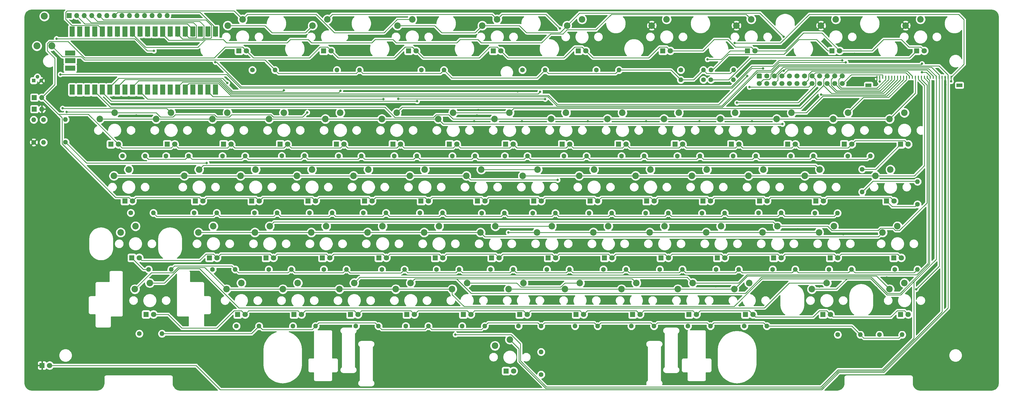
<source format=gbl>
G04 #@! TF.GenerationSoftware,KiCad,Pcbnew,(5.1.10)-1*
G04 #@! TF.CreationDate,2021-11-29T17:25:30-08:00*
G04 #@! TF.ProjectId,AtariChocXE,41746172-6943-4686-9f63-58452e6b6963,E*
G04 #@! TF.SameCoordinates,Original*
G04 #@! TF.FileFunction,Copper,L2,Bot*
G04 #@! TF.FilePolarity,Positive*
%FSLAX46Y46*%
G04 Gerber Fmt 4.6, Leading zero omitted, Abs format (unit mm)*
G04 Created by KiCad (PCBNEW (5.1.10)-1) date 2021-11-29 17:25:30*
%MOMM*%
%LPD*%
G01*
G04 APERTURE LIST*
G04 #@! TA.AperFunction,ComponentPad*
%ADD10R,1.800000X1.800000*%
G04 #@! TD*
G04 #@! TA.AperFunction,ComponentPad*
%ADD11C,1.800000*%
G04 #@! TD*
G04 #@! TA.AperFunction,ComponentPad*
%ADD12O,1.600000X1.600000*%
G04 #@! TD*
G04 #@! TA.AperFunction,ComponentPad*
%ADD13C,1.600000*%
G04 #@! TD*
G04 #@! TA.AperFunction,ComponentPad*
%ADD14O,1.700000X1.700000*%
G04 #@! TD*
G04 #@! TA.AperFunction,ComponentPad*
%ADD15R,1.700000X1.700000*%
G04 #@! TD*
G04 #@! TA.AperFunction,SMDPad,CuDef*
%ADD16R,1.700000X3.500000*%
G04 #@! TD*
G04 #@! TA.AperFunction,SMDPad,CuDef*
%ADD17R,3.500000X1.700000*%
G04 #@! TD*
G04 #@! TA.AperFunction,ComponentPad*
%ADD18C,2.200000*%
G04 #@! TD*
G04 #@! TA.AperFunction,ComponentPad*
%ADD19C,2.340000*%
G04 #@! TD*
G04 #@! TA.AperFunction,ComponentPad*
%ADD20R,1.300000X1.300000*%
G04 #@! TD*
G04 #@! TA.AperFunction,ComponentPad*
%ADD21C,1.300000*%
G04 #@! TD*
G04 #@! TA.AperFunction,ComponentPad*
%ADD22C,1.700000*%
G04 #@! TD*
G04 #@! TA.AperFunction,SMDPad,CuDef*
%ADD23R,0.400000X1.000000*%
G04 #@! TD*
G04 #@! TA.AperFunction,SMDPad,CuDef*
%ADD24R,2.000000X1.300000*%
G04 #@! TD*
G04 #@! TA.AperFunction,ViaPad*
%ADD25C,0.800000*%
G04 #@! TD*
G04 #@! TA.AperFunction,Conductor*
%ADD26C,0.250000*%
G04 #@! TD*
G04 #@! TA.AperFunction,Conductor*
%ADD27C,0.254000*%
G04 #@! TD*
G04 #@! TA.AperFunction,Conductor*
%ADD28C,0.100000*%
G04 #@! TD*
G04 APERTURE END LIST*
D10*
X95590000Y-37300000D03*
D11*
X98130000Y-37300000D03*
D10*
X185590000Y-145060000D03*
D11*
X188130000Y-145060000D03*
D10*
X318490000Y-126010000D03*
D11*
X321030000Y-126010000D03*
D10*
X292290000Y-126010000D03*
D11*
X294830000Y-126010000D03*
D10*
X266190000Y-126010000D03*
D11*
X268730000Y-126010000D03*
D10*
X247190000Y-126010000D03*
D11*
X249730000Y-126010000D03*
D10*
X228190000Y-126010000D03*
D11*
X230730000Y-126010000D03*
D10*
X209190000Y-126010000D03*
D11*
X211730000Y-126010000D03*
D10*
X190190000Y-126010000D03*
D11*
X192730000Y-126010000D03*
D10*
X171190000Y-126010000D03*
D11*
X173730000Y-126010000D03*
D10*
X152190000Y-126010000D03*
D11*
X154730000Y-126010000D03*
D10*
X133190000Y-126010000D03*
D11*
X135730000Y-126010000D03*
D10*
X114190000Y-126010000D03*
D11*
X116730000Y-126010000D03*
D10*
X95190000Y-126010000D03*
D11*
X97730000Y-126010000D03*
D10*
X64340000Y-126010000D03*
D11*
X66880000Y-126010000D03*
D10*
X316140000Y-106960000D03*
D11*
X318680000Y-106960000D03*
D10*
X294740000Y-106960000D03*
D11*
X297280000Y-106960000D03*
D10*
X275740000Y-106960000D03*
D11*
X278280000Y-106960000D03*
D10*
X256740000Y-106960000D03*
D11*
X259280000Y-106960000D03*
D10*
X237740000Y-106960000D03*
D11*
X240280000Y-106960000D03*
D10*
X218740000Y-106960000D03*
D11*
X221280000Y-106960000D03*
D10*
X199740000Y-106960000D03*
D11*
X202280000Y-106960000D03*
D10*
X180740000Y-106960000D03*
D11*
X183280000Y-106960000D03*
D10*
X161740000Y-106960000D03*
D11*
X164280000Y-106960000D03*
D10*
X142740000Y-106960000D03*
D11*
X145280000Y-106960000D03*
D10*
X123740000Y-106960000D03*
D11*
X126280000Y-106960000D03*
D10*
X104740000Y-106960000D03*
D11*
X107280000Y-106960000D03*
D10*
X85740000Y-106960000D03*
D11*
X88280000Y-106960000D03*
D10*
X59540000Y-106960000D03*
D11*
X62080000Y-106960000D03*
D10*
X313740000Y-87860000D03*
D11*
X316280000Y-87860000D03*
D10*
X289940000Y-87860000D03*
D11*
X292480000Y-87860000D03*
D10*
X270940000Y-87860000D03*
D11*
X273480000Y-87860000D03*
D10*
X251940000Y-87860000D03*
D11*
X254480000Y-87860000D03*
D10*
X232940000Y-87860000D03*
D11*
X235480000Y-87860000D03*
D10*
X213940000Y-87860000D03*
D11*
X216480000Y-87860000D03*
D10*
X194940000Y-87860000D03*
D11*
X197480000Y-87860000D03*
D10*
X175940000Y-87860000D03*
D11*
X178480000Y-87860000D03*
D10*
X156940000Y-87860000D03*
D11*
X159480000Y-87860000D03*
D10*
X137940000Y-87860000D03*
D11*
X140480000Y-87860000D03*
D10*
X118940000Y-87860000D03*
D11*
X121480000Y-87860000D03*
D10*
X99940000Y-87860000D03*
D11*
X102480000Y-87860000D03*
D10*
X80940000Y-87860000D03*
D11*
X83480000Y-87860000D03*
D10*
X57240000Y-87860000D03*
D11*
X59780000Y-87860000D03*
D10*
X318490000Y-68760000D03*
D11*
X321030000Y-68760000D03*
D10*
X299490000Y-68760000D03*
D11*
X302030000Y-68760000D03*
D10*
X280490000Y-68760000D03*
D11*
X283030000Y-68760000D03*
D10*
X261490000Y-68760000D03*
D11*
X264030000Y-68760000D03*
D10*
X242490000Y-68760000D03*
D11*
X245030000Y-68760000D03*
D10*
X223490000Y-68760000D03*
D11*
X226030000Y-68760000D03*
D10*
X204490000Y-68760000D03*
D11*
X207030000Y-68760000D03*
D10*
X185490000Y-68760000D03*
D11*
X188030000Y-68760000D03*
D10*
X166490000Y-68760000D03*
D11*
X169030000Y-68760000D03*
D10*
X147490000Y-68760000D03*
D11*
X150030000Y-68760000D03*
D10*
X128490000Y-68760000D03*
D11*
X131030000Y-68760000D03*
D10*
X109490000Y-68760000D03*
D11*
X112030000Y-68760000D03*
D10*
X90490000Y-68760000D03*
D11*
X93030000Y-68760000D03*
D10*
X71490000Y-68760000D03*
D11*
X74030000Y-68760000D03*
D10*
X52490000Y-68760000D03*
D11*
X55030000Y-68760000D03*
D10*
X323890280Y-37300000D03*
D11*
X326430280Y-37300000D03*
D10*
X295388940Y-37300000D03*
D11*
X297928940Y-37300000D03*
D10*
X266900300Y-37300000D03*
D11*
X269440300Y-37300000D03*
D10*
X238391340Y-37300000D03*
D11*
X240931340Y-37300000D03*
D10*
X209897620Y-37300000D03*
D11*
X212437620Y-37300000D03*
D10*
X181315000Y-37300000D03*
D11*
X183855000Y-37300000D03*
D10*
X152740000Y-37306460D03*
D11*
X155280000Y-37306460D03*
D10*
X124160000Y-37310000D03*
D11*
X126700000Y-37310000D03*
D12*
X197410000Y-138640000D03*
D13*
X197410000Y-146260000D03*
D12*
X318980000Y-132860000D03*
D13*
X311360000Y-132860000D03*
D12*
X304930000Y-132860000D03*
D13*
X297310000Y-132860000D03*
D12*
X273430000Y-129960000D03*
D13*
X265810000Y-129960000D03*
D12*
X254430000Y-129960000D03*
D13*
X246810000Y-129960000D03*
D12*
X235430000Y-129960000D03*
D13*
X227810000Y-129960000D03*
D12*
X216430000Y-129960000D03*
D13*
X208810000Y-129960000D03*
D12*
X197430000Y-129960000D03*
D13*
X189810000Y-129960000D03*
D12*
X178430000Y-129960000D03*
D13*
X170810000Y-129960000D03*
D12*
X159430000Y-129960000D03*
D13*
X151810000Y-129960000D03*
D12*
X142630000Y-129960000D03*
D13*
X135010000Y-129960000D03*
D12*
X121430000Y-129960000D03*
D13*
X113810000Y-129960000D03*
D12*
X102430000Y-129960000D03*
D13*
X94810000Y-129960000D03*
D12*
X69730000Y-132510000D03*
D13*
X62110000Y-132510000D03*
D12*
X324130000Y-110860000D03*
D13*
X316510000Y-110860000D03*
D12*
X26560000Y-60490000D03*
D13*
X26560000Y-68110000D03*
D12*
X301980000Y-110860000D03*
D13*
X294360000Y-110860000D03*
D12*
X282980000Y-110860000D03*
D13*
X275360000Y-110860000D03*
D12*
X263980000Y-110860000D03*
D13*
X256360000Y-110860000D03*
D12*
X244980000Y-110860000D03*
D13*
X237360000Y-110860000D03*
D12*
X225980000Y-110860000D03*
D13*
X218360000Y-110860000D03*
D12*
X206980000Y-110860000D03*
D13*
X199360000Y-110860000D03*
D12*
X29860000Y-68130000D03*
D13*
X29860000Y-60510000D03*
D12*
X187980000Y-110860000D03*
D13*
X180360000Y-110860000D03*
D12*
X169830000Y-110860000D03*
D13*
X162210000Y-110860000D03*
D12*
X151380000Y-110910000D03*
D13*
X143760000Y-110910000D03*
D12*
X131830000Y-110860000D03*
D13*
X124210000Y-110860000D03*
D12*
X113280000Y-110860000D03*
D13*
X105660000Y-110860000D03*
D12*
X94380000Y-110860000D03*
D13*
X86760000Y-110860000D03*
D12*
X72830000Y-110860000D03*
D13*
X65210000Y-110860000D03*
D12*
X324160000Y-81340000D03*
D13*
X324160000Y-88960000D03*
D12*
X297230000Y-91910000D03*
D13*
X289610000Y-91910000D03*
D12*
X278230000Y-91860000D03*
D13*
X270610000Y-91860000D03*
D12*
X259230000Y-91910000D03*
D13*
X251610000Y-91910000D03*
D12*
X240230000Y-91910000D03*
D13*
X232610000Y-91910000D03*
D12*
X221180000Y-91910000D03*
D13*
X213560000Y-91910000D03*
D12*
X202180000Y-91910000D03*
D13*
X194560000Y-91910000D03*
D12*
X185030000Y-91910000D03*
D13*
X177410000Y-91910000D03*
D12*
X164180000Y-91860000D03*
D13*
X156560000Y-91860000D03*
D12*
X145180000Y-91860000D03*
D13*
X137560000Y-91860000D03*
D12*
X127030000Y-91860000D03*
D13*
X119410000Y-91860000D03*
D12*
X108530000Y-91860000D03*
D13*
X100910000Y-91860000D03*
D12*
X88180000Y-91860000D03*
D13*
X80560000Y-91860000D03*
D12*
X66830000Y-91860000D03*
D13*
X59210000Y-91860000D03*
D12*
X305510000Y-84780000D03*
D13*
X305510000Y-77160000D03*
D12*
X308280000Y-72710000D03*
D13*
X300660000Y-72710000D03*
D12*
X289080000Y-72710000D03*
D13*
X281460000Y-72710000D03*
D12*
X269730000Y-72710000D03*
D13*
X262110000Y-72710000D03*
D12*
X250930000Y-72710000D03*
D13*
X243310000Y-72710000D03*
D12*
X232080000Y-72710000D03*
D13*
X224460000Y-72710000D03*
D12*
X212680000Y-72710000D03*
D13*
X205060000Y-72710000D03*
D12*
X192780000Y-72710000D03*
D13*
X185160000Y-72710000D03*
D12*
X175130000Y-72710000D03*
D13*
X167510000Y-72710000D03*
D12*
X155580000Y-72710000D03*
D13*
X147960000Y-72710000D03*
D12*
X136880000Y-72710000D03*
D13*
X129260000Y-72710000D03*
D12*
X117680000Y-72660000D03*
D13*
X110060000Y-72660000D03*
D12*
X97710000Y-72710000D03*
D13*
X90090000Y-72710000D03*
D12*
X78730000Y-72710000D03*
D13*
X71110000Y-72710000D03*
D12*
X64030000Y-72710000D03*
D13*
X56410000Y-72710000D03*
D12*
X262203840Y-47062600D03*
D13*
X254583840Y-47062600D03*
D12*
X262214000Y-43786000D03*
D13*
X254594000Y-43786000D03*
D12*
X244434000Y-47088000D03*
D13*
X252054000Y-47088000D03*
D12*
X252054000Y-43786000D03*
D13*
X244434000Y-43786000D03*
D12*
X223606000Y-43786000D03*
D13*
X215986000Y-43786000D03*
D12*
X198714000Y-43786000D03*
D13*
X191094000Y-43786000D03*
D12*
X164678000Y-43786000D03*
D13*
X157058000Y-43786000D03*
D12*
X136260000Y-43786000D03*
D13*
X128640000Y-43786000D03*
D12*
X107782000Y-43786000D03*
D13*
X100162000Y-43786000D03*
D12*
X37220000Y-60425000D03*
D13*
X37220000Y-68045000D03*
D14*
X87740000Y-49480000D03*
X85200000Y-49480000D03*
D15*
X82660000Y-49480000D03*
D14*
X80120000Y-49480000D03*
X77580000Y-49480000D03*
X75040000Y-49480000D03*
X72500000Y-49480000D03*
D15*
X69960000Y-49480000D03*
D14*
X67420000Y-49480000D03*
X64880000Y-49480000D03*
X62340000Y-49480000D03*
X59800000Y-49480000D03*
D15*
X57260000Y-49480000D03*
D14*
X54720000Y-49480000D03*
X52180000Y-49480000D03*
X49640000Y-49480000D03*
X47100000Y-49480000D03*
D15*
X44560000Y-49480000D03*
D14*
X42020000Y-49480000D03*
X39480000Y-49480000D03*
X39480000Y-31700000D03*
X42020000Y-31700000D03*
D15*
X44560000Y-31700000D03*
D14*
X47100000Y-31700000D03*
X49640000Y-31700000D03*
X52180000Y-31700000D03*
X54720000Y-31700000D03*
D15*
X57260000Y-31700000D03*
D14*
X59800000Y-31700000D03*
X62340000Y-31700000D03*
X64880000Y-31700000D03*
X67420000Y-31700000D03*
D15*
X69960000Y-31700000D03*
D14*
X72500000Y-31700000D03*
X75040000Y-31700000D03*
X77580000Y-31700000D03*
X80120000Y-31700000D03*
D15*
X82660000Y-31700000D03*
D14*
X85200000Y-31700000D03*
X87740000Y-31700000D03*
D16*
X87740000Y-50380000D03*
X85200000Y-50380000D03*
X82660000Y-50380000D03*
X80120000Y-50380000D03*
X77580000Y-50380000D03*
X75040000Y-50380000D03*
X72500000Y-50380000D03*
X69960000Y-50380000D03*
X67420000Y-50380000D03*
X64880000Y-50380000D03*
X62340000Y-50380000D03*
X59800000Y-50380000D03*
X57260000Y-50380000D03*
X54720000Y-50380000D03*
X52180000Y-50380000D03*
X49640000Y-50380000D03*
X47100000Y-50380000D03*
X44560000Y-50380000D03*
X42020000Y-50380000D03*
X39480000Y-50380000D03*
X87740000Y-30800000D03*
X85200000Y-30800000D03*
X82660000Y-30800000D03*
X80120000Y-30800000D03*
X77580000Y-30800000D03*
X75040000Y-30800000D03*
X72500000Y-30800000D03*
X69960000Y-30800000D03*
X67420000Y-30800000D03*
X64880000Y-30800000D03*
X62340000Y-30800000D03*
X59800000Y-30800000D03*
X57260000Y-30800000D03*
X54720000Y-30800000D03*
X52180000Y-30800000D03*
X49640000Y-30800000D03*
X47100000Y-30800000D03*
X44560000Y-30800000D03*
X42020000Y-30800000D03*
X39480000Y-30800000D03*
D17*
X38810000Y-43130000D03*
D14*
X39710000Y-43130000D03*
D17*
X38810000Y-40590000D03*
D15*
X39710000Y-40590000D03*
D17*
X38810000Y-38050000D03*
D14*
X39710000Y-38050000D03*
D18*
X65610000Y-115430000D03*
X60610000Y-117530000D03*
X186860000Y-134480000D03*
X181860000Y-136580000D03*
X293585000Y-115430000D03*
X288585000Y-117530000D03*
X60800000Y-96330000D03*
X55800000Y-98430000D03*
X58520000Y-77260000D03*
X53520000Y-79360000D03*
X315020000Y-77260000D03*
X310020000Y-79360000D03*
X317400000Y-96330000D03*
X312400000Y-98430000D03*
X91460000Y-117530000D03*
X96460000Y-115430000D03*
X172220000Y-79360000D03*
X177220000Y-77260000D03*
X110460000Y-117530000D03*
X115460000Y-115430000D03*
X96220000Y-79360000D03*
X101220000Y-77260000D03*
X191220000Y-79360000D03*
X196220000Y-77260000D03*
X153220000Y-79360000D03*
X158220000Y-77260000D03*
X291000000Y-98430000D03*
X296000000Y-96330000D03*
X262460000Y-117530000D03*
X267460000Y-115430000D03*
X253000000Y-98430000D03*
X258000000Y-96330000D03*
X101000000Y-98430000D03*
X106000000Y-96330000D03*
X134220000Y-79360000D03*
X139220000Y-77260000D03*
X77220000Y-79360000D03*
X82220000Y-77260000D03*
X272000000Y-98430000D03*
X277000000Y-96330000D03*
X243460000Y-117530000D03*
X248460000Y-115430000D03*
X248220000Y-79360000D03*
X253220000Y-77260000D03*
X229220000Y-79360000D03*
X234220000Y-77260000D03*
X186460000Y-117530000D03*
X191460000Y-115430000D03*
X205460000Y-117530000D03*
X210460000Y-115430000D03*
X257760000Y-60260000D03*
X262760000Y-58160000D03*
X234000000Y-98430000D03*
X239000000Y-96330000D03*
X215000000Y-98430000D03*
X220000000Y-96330000D03*
X196000000Y-98430000D03*
X201000000Y-96330000D03*
X314760000Y-117530000D03*
X319760000Y-115430000D03*
X210220000Y-79360000D03*
X215220000Y-77260000D03*
X177000000Y-98430000D03*
X182000000Y-96330000D03*
X276760000Y-60260000D03*
X281760000Y-58160000D03*
X158000000Y-98430000D03*
X163000000Y-96330000D03*
X139000000Y-98430000D03*
X144000000Y-96330000D03*
X48760000Y-60260000D03*
X53760000Y-58160000D03*
X286220000Y-79360000D03*
X291220000Y-77260000D03*
X115220000Y-79360000D03*
X120220000Y-77260000D03*
X295760000Y-60260000D03*
X300760000Y-58160000D03*
X267220000Y-79360000D03*
X272220000Y-77260000D03*
X120000000Y-98430000D03*
X125000000Y-96330000D03*
X224460000Y-117530000D03*
X229460000Y-115430000D03*
X129460000Y-117530000D03*
X134460000Y-115430000D03*
X314760000Y-60260000D03*
X319760000Y-58160000D03*
X167460000Y-117530000D03*
X172460000Y-115430000D03*
X82000000Y-98430000D03*
X87000000Y-96330000D03*
X219760000Y-60260000D03*
X224760000Y-58160000D03*
X200760000Y-60260000D03*
X205760000Y-58160000D03*
X181760000Y-60260000D03*
X186760000Y-58160000D03*
X162760000Y-60260000D03*
X167760000Y-58160000D03*
X143760000Y-60260000D03*
X148760000Y-58160000D03*
X124760000Y-60260000D03*
X129760000Y-58160000D03*
X105760000Y-60260000D03*
X110760000Y-58160000D03*
X86760000Y-60260000D03*
X91760000Y-58160000D03*
X67760000Y-60260000D03*
X72760000Y-58160000D03*
X238760000Y-60260000D03*
X243760000Y-58160000D03*
X148460000Y-117530000D03*
X153460000Y-115430000D03*
X296660000Y-26710000D03*
X291660000Y-28810000D03*
X182585000Y-26710000D03*
X177585000Y-28810000D03*
X154010000Y-26710000D03*
X149010000Y-28810000D03*
X125435000Y-26710000D03*
X120435000Y-28810000D03*
X96860000Y-26710000D03*
X91860000Y-28810000D03*
X239660000Y-26710000D03*
X234660000Y-28810000D03*
X268160000Y-26710000D03*
X263160000Y-28810000D03*
X325160000Y-26710000D03*
X320160000Y-28810000D03*
X211160000Y-26710000D03*
X206160000Y-28810000D03*
D19*
X32598000Y-35658000D03*
X30098000Y-25658000D03*
X27598000Y-35658000D03*
D20*
X26502000Y-47342000D03*
D21*
X29042000Y-47342000D03*
X27772000Y-46072000D03*
D14*
X29272000Y-56938000D03*
D15*
X26732000Y-56938000D03*
D14*
X29272000Y-53048000D03*
D15*
X26732000Y-53048000D03*
G04 #@! TA.AperFunction,ComponentPad*
G36*
G01*
X270300000Y-44970000D02*
X271500000Y-44970000D01*
G75*
G02*
X271750000Y-45220000I0J-250000D01*
G01*
X271750000Y-46420000D01*
G75*
G02*
X271500000Y-46670000I-250000J0D01*
G01*
X270300000Y-46670000D01*
G75*
G02*
X270050000Y-46420000I0J250000D01*
G01*
X270050000Y-45220000D01*
G75*
G02*
X270300000Y-44970000I250000J0D01*
G01*
G37*
G04 #@! TD.AperFunction*
D22*
X273440000Y-45820000D03*
X275980000Y-45820000D03*
X278520000Y-45820000D03*
X281060000Y-45820000D03*
X283600000Y-45820000D03*
X286140000Y-45820000D03*
X288680000Y-45820000D03*
X291220000Y-45820000D03*
X293760000Y-45820000D03*
X296300000Y-45820000D03*
X298840000Y-45820000D03*
X270900000Y-48360000D03*
X273440000Y-48360000D03*
X275980000Y-48360000D03*
X278520000Y-48360000D03*
X281060000Y-48360000D03*
X283600000Y-48360000D03*
X286140000Y-48360000D03*
X288680000Y-48360000D03*
X291220000Y-48360000D03*
X293760000Y-48360000D03*
X296300000Y-48360000D03*
X298840000Y-48360000D03*
D23*
X310470000Y-46180000D03*
X311470000Y-46180000D03*
X312470000Y-46180000D03*
X313470000Y-46180000D03*
X314470000Y-46180000D03*
X315470000Y-46180000D03*
X316470000Y-46180000D03*
X317470000Y-46180000D03*
X318470000Y-46180000D03*
X319470000Y-46180000D03*
X320470000Y-46180000D03*
X321470000Y-46180000D03*
X322470000Y-46180000D03*
X323470000Y-46180000D03*
X324470000Y-46180000D03*
X325470000Y-46180000D03*
X326470000Y-46180000D03*
X327470000Y-46180000D03*
X328470000Y-46180000D03*
X329470000Y-46180000D03*
X330470000Y-46180000D03*
X331470000Y-46180000D03*
X332470000Y-46180000D03*
X333470000Y-46180000D03*
X334470000Y-46180000D03*
X335470000Y-46180000D03*
D24*
X307670000Y-48880000D03*
X338270000Y-48880000D03*
D15*
X38440000Y-25500000D03*
D14*
X40980000Y-25500000D03*
X43520000Y-25500000D03*
X46060000Y-25500000D03*
X48600000Y-25500000D03*
X51140000Y-25500000D03*
X53680000Y-25500000D03*
X56220000Y-25500000D03*
X58760000Y-25500000D03*
X61300000Y-25500000D03*
X63840000Y-25500000D03*
X66380000Y-25500000D03*
X68920000Y-25500000D03*
X71460000Y-25500000D03*
D11*
X31900000Y-143200000D03*
D10*
X29360000Y-143200000D03*
D25*
X333500000Y-48730000D03*
X305600000Y-47250000D03*
X304660000Y-90110000D03*
X272710000Y-28960000D03*
X244460000Y-28210000D03*
X284910000Y-25210000D03*
X281410000Y-33410000D03*
X284510000Y-30210000D03*
X276360000Y-33310000D03*
X274860000Y-40710000D03*
X281460000Y-38410000D03*
X303010000Y-38310000D03*
X319110000Y-37060000D03*
X247110000Y-40810000D03*
X276210000Y-36060000D03*
X88110000Y-127010000D03*
X325960000Y-125660000D03*
X77510000Y-88760000D03*
X95160000Y-94660000D03*
X72510000Y-95260000D03*
X66060000Y-97760000D03*
X74510000Y-87710000D03*
X71810000Y-81860000D03*
X76610000Y-37860000D03*
X58110000Y-37760000D03*
X58210000Y-43010000D03*
X93660000Y-43210000D03*
X124260000Y-115110000D03*
X124810000Y-120860000D03*
X48410000Y-46560000D03*
X42110000Y-55560000D03*
X43560000Y-61410000D03*
X60210000Y-72810000D03*
X68160000Y-113360000D03*
X58860000Y-67410000D03*
X142060000Y-115060000D03*
X159810000Y-115510000D03*
X179460000Y-116960000D03*
X115710000Y-96460000D03*
X69910000Y-76910000D03*
X91060000Y-77460000D03*
X109960000Y-77460000D03*
X128160000Y-77660000D03*
X147610000Y-77110000D03*
X173960000Y-77360000D03*
X205810000Y-77560000D03*
X224010000Y-77360000D03*
X243360000Y-77110000D03*
X261310000Y-77360000D03*
X278910000Y-77560000D03*
X321760000Y-86010000D03*
X311510000Y-124260000D03*
X275210000Y-124710000D03*
X273560000Y-117360000D03*
X257660000Y-121260000D03*
X238760000Y-121360000D03*
X219410000Y-121260000D03*
X200710000Y-121160000D03*
X182110000Y-121010000D03*
X198910000Y-115510000D03*
X218460000Y-115710000D03*
X236460000Y-115160000D03*
X258610000Y-113510000D03*
X256210000Y-116560000D03*
X265110000Y-96660000D03*
X246610000Y-96560000D03*
X226810000Y-96660000D03*
X208410000Y-96660000D03*
X170360000Y-96560000D03*
X152710000Y-96260000D03*
X132410000Y-96560000D03*
X283810000Y-97310000D03*
X299160000Y-99060000D03*
X232810000Y-51110000D03*
X311310000Y-55160000D03*
X329360000Y-61860000D03*
X327410000Y-112060000D03*
X331360000Y-43760000D03*
X289260000Y-58710000D03*
X163360000Y-37010000D03*
X190560000Y-37510000D03*
X136810000Y-36860000D03*
X143310000Y-27160000D03*
X147810000Y-36260000D03*
X172460000Y-27560000D03*
X198910000Y-28810000D03*
X215010000Y-27560000D03*
X258710000Y-43060000D03*
X178760000Y-54660000D03*
X137360000Y-58110000D03*
X121860000Y-58110000D03*
X101610000Y-57460000D03*
X104960000Y-37410000D03*
X130460000Y-27910000D03*
X113910000Y-28510000D03*
X101510000Y-26960000D03*
X87710000Y-26210000D03*
X137960000Y-32910000D03*
X157860000Y-26960000D03*
X192310000Y-32260000D03*
X176360000Y-37010000D03*
X187510000Y-26860000D03*
X120510000Y-35960000D03*
X91460000Y-38660000D03*
X69710000Y-34710000D03*
X158360000Y-57910000D03*
X192560000Y-58410000D03*
X214060000Y-58710000D03*
X232810000Y-58510000D03*
X250460000Y-58510000D03*
X264260000Y-52060000D03*
X189510000Y-50910000D03*
X273660000Y-59260000D03*
X88510000Y-57360000D03*
X36960000Y-28260000D03*
X286960000Y-56060000D03*
X313810000Y-113560000D03*
X278660000Y-65910000D03*
X267810000Y-67860000D03*
X281810000Y-52810000D03*
X297410000Y-55010000D03*
X293510000Y-55860000D03*
X273360000Y-51960000D03*
X207910000Y-66510000D03*
X81210000Y-62110000D03*
X47460000Y-36110000D03*
X41710000Y-34710000D03*
X44010000Y-41860000D03*
X64610000Y-62960000D03*
X85910000Y-43710000D03*
X83610000Y-57710000D03*
X26310000Y-50310000D03*
X29360000Y-50510000D03*
X311810000Y-71110000D03*
X65010000Y-34210000D03*
X44960000Y-53460000D03*
X60010000Y-98910000D03*
X85160000Y-99960000D03*
X104010000Y-100060000D03*
X82760000Y-94310000D03*
X94710000Y-118760000D03*
X89260000Y-113160000D03*
X186460000Y-126510000D03*
X39060000Y-46860000D03*
X269910000Y-29810000D03*
X263960000Y-40710000D03*
X81860000Y-25510000D03*
X40760000Y-27710000D03*
X58610000Y-53360000D03*
X61060000Y-59110000D03*
X176260000Y-57210000D03*
X175810000Y-59110000D03*
X174860000Y-61060000D03*
X190960000Y-61060000D03*
X213160000Y-61060000D03*
X232810000Y-61060000D03*
X250760000Y-61060000D03*
X268460000Y-61060000D03*
X265110000Y-117510000D03*
X264360000Y-122960000D03*
X291110000Y-116610000D03*
X295610000Y-116460000D03*
X293610000Y-34960000D03*
X261210000Y-36310000D03*
X93860000Y-49560000D03*
X114860000Y-58060000D03*
X76210000Y-25510000D03*
X87700000Y-41120000D03*
X35505000Y-45240000D03*
X291730001Y-52029999D03*
X36230000Y-56650000D03*
X267560000Y-49510000D03*
X203730000Y-29750000D03*
X37600000Y-57920000D03*
X263330000Y-54790000D03*
X278660000Y-61950000D03*
X155650000Y-54270000D03*
X325680000Y-44500000D03*
X144270000Y-53545000D03*
X279070000Y-44020000D03*
X323680000Y-117570000D03*
X311470000Y-47620000D03*
X335460000Y-47580000D03*
X266850000Y-45770000D03*
X84770000Y-75109999D03*
X253460000Y-40210000D03*
X262560000Y-34710000D03*
X300015001Y-41219943D03*
X298840000Y-40494943D03*
X272160000Y-43224990D03*
X118660000Y-58060000D03*
X202995001Y-80774999D03*
X91760000Y-48124000D03*
X110770000Y-50580000D03*
X129790000Y-50790000D03*
X325680000Y-41669952D03*
X149276001Y-53453999D03*
X198760000Y-53530000D03*
X186380000Y-98430000D03*
X279070000Y-32600000D03*
X168540000Y-132830000D03*
X197060001Y-51140001D03*
X34210000Y-33210000D03*
X67010000Y-37310000D03*
D26*
X334470000Y-45430000D02*
X334470000Y-46180000D01*
X331434952Y-42394952D02*
X334470000Y-45430000D01*
X277666046Y-42394952D02*
X331434952Y-42394952D01*
X274804999Y-45255999D02*
X277666046Y-42394952D01*
X274804999Y-46384001D02*
X274804999Y-45255999D01*
X274193999Y-46995001D02*
X274804999Y-46384001D01*
X272264999Y-46995001D02*
X274193999Y-46995001D01*
X270900000Y-48360000D02*
X272264999Y-46995001D01*
X87740000Y-29518588D02*
X87740000Y-31700000D01*
X82546411Y-24324999D02*
X87740000Y-29518588D01*
X54855001Y-24324999D02*
X82546411Y-24324999D01*
X53680000Y-25500000D02*
X54855001Y-24324999D01*
X48600000Y-25500000D02*
X50024959Y-26924959D01*
X72035021Y-33775021D02*
X69960000Y-31700000D01*
X83506391Y-33775021D02*
X72035021Y-33775021D01*
X84196423Y-33084989D02*
X83506391Y-33775021D01*
X86100013Y-33084989D02*
X84196423Y-33084989D01*
X86375001Y-32810001D02*
X86100013Y-33084989D01*
X86375001Y-28789999D02*
X86375001Y-32810001D01*
X84509961Y-26924959D02*
X86375001Y-28789999D01*
X50024959Y-26924959D02*
X84509961Y-26924959D01*
X46060000Y-25500000D02*
X47934969Y-27374969D01*
X76665011Y-33325011D02*
X75040000Y-31700000D01*
X83319991Y-33325011D02*
X76665011Y-33325011D01*
X83835001Y-32810001D02*
X83319991Y-33325011D01*
X83835001Y-28789999D02*
X83835001Y-32810001D01*
X82419971Y-27374969D02*
X83835001Y-28789999D01*
X47934969Y-27374969D02*
X82419971Y-27374969D01*
X43520000Y-25500000D02*
X45844979Y-27824979D01*
X78755001Y-32875001D02*
X77580000Y-31700000D01*
X81230001Y-32875001D02*
X78755001Y-32875001D01*
X81295001Y-32810001D02*
X81230001Y-32875001D01*
X81295001Y-28789999D02*
X81295001Y-32810001D01*
X80329981Y-27824979D02*
X81295001Y-28789999D01*
X45844979Y-27824979D02*
X80329981Y-27824979D01*
X43900000Y-28250000D02*
X43924989Y-28274989D01*
X43730000Y-28250000D02*
X43900000Y-28250000D01*
X40980000Y-25500000D02*
X43730000Y-28250000D01*
X80120000Y-30154998D02*
X80120000Y-31700000D01*
X78239991Y-28274989D02*
X80120000Y-30154998D01*
X43924989Y-28274989D02*
X78239991Y-28274989D01*
X301845001Y-45354999D02*
X298840000Y-48360000D01*
X312394999Y-45354999D02*
X301845001Y-45354999D01*
X312470000Y-45430000D02*
X312394999Y-45354999D01*
X312470000Y-46180000D02*
X312470000Y-45430000D01*
X313470000Y-46930000D02*
X313470000Y-46180000D01*
X298595999Y-49855001D02*
X310544999Y-49855001D01*
X297664999Y-48924001D02*
X298595999Y-49855001D01*
X297664999Y-46995001D02*
X297664999Y-48924001D01*
X310544999Y-49855001D02*
X313470000Y-46930000D01*
X298840000Y-45820000D02*
X297664999Y-46995001D01*
X314470000Y-46930000D02*
X314470000Y-46180000D01*
X311094990Y-50305010D02*
X314470000Y-46930000D01*
X298245010Y-50305010D02*
X311094990Y-50305010D01*
X296300000Y-48360000D02*
X298245010Y-50305010D01*
X215883997Y-30235001D02*
X221083999Y-25034999D01*
X204747987Y-31635011D02*
X206147997Y-30235001D01*
X200583987Y-31635011D02*
X204747987Y-31635011D01*
X197583997Y-34635001D02*
X200583987Y-31635011D01*
X177222999Y-34635001D02*
X197583997Y-34635001D01*
X176122997Y-33534999D02*
X177222999Y-34635001D01*
X170108999Y-33534999D02*
X176122997Y-33534999D01*
X169008997Y-34635001D02*
X170108999Y-33534999D01*
X206147997Y-30235001D02*
X215883997Y-30235001D01*
X148647999Y-34635001D02*
X169008997Y-34635001D01*
X221083999Y-25034999D02*
X266484999Y-25034999D01*
X59800000Y-31700000D02*
X64210000Y-36110000D01*
X64210000Y-36110000D02*
X81808998Y-36110000D01*
X91497999Y-34635001D02*
X111858997Y-34635001D01*
X81808998Y-36110000D02*
X84383999Y-33534999D01*
X84383999Y-33534999D02*
X90397997Y-33534999D01*
X90397997Y-33534999D02*
X91497999Y-34635001D01*
X147547997Y-33534999D02*
X148647999Y-34635001D01*
X141533999Y-33534999D02*
X147547997Y-33534999D01*
X111858997Y-34635001D02*
X112958999Y-33534999D01*
X112958999Y-33534999D02*
X118972997Y-33534999D01*
X266484999Y-25034999D02*
X268160000Y-26710000D01*
X118972997Y-33534999D02*
X120072999Y-34635001D01*
X140433997Y-34635001D02*
X141533999Y-33534999D01*
X120072999Y-34635001D02*
X140433997Y-34635001D01*
X295124999Y-46995001D02*
X296300000Y-45820000D01*
X295124999Y-48924001D02*
X295124999Y-46995001D01*
X296956017Y-50755019D02*
X295124999Y-48924001D01*
X311644981Y-50755019D02*
X296956017Y-50755019D01*
X315470000Y-46930000D02*
X311644981Y-50755019D01*
X315470000Y-46180000D02*
X315470000Y-46930000D01*
X296605029Y-51205029D02*
X293760000Y-48360000D01*
X312194971Y-51205029D02*
X296605029Y-51205029D01*
X316470000Y-46930000D02*
X312194971Y-51205029D01*
X316470000Y-46180000D02*
X316470000Y-46930000D01*
X167760000Y-58160000D02*
X186760000Y-58160000D01*
X177220000Y-77260000D02*
X196220000Y-77260000D01*
X144525997Y-31185001D02*
X149000998Y-26710000D01*
X149000998Y-26710000D02*
X154010000Y-26710000D01*
X127800999Y-31185001D02*
X144525997Y-31185001D01*
X121650997Y-25034999D02*
X127800999Y-31185001D01*
X98535001Y-25034999D02*
X121650997Y-25034999D01*
X96860000Y-26710000D02*
X98535001Y-25034999D01*
X188185001Y-56734999D02*
X186760000Y-58160000D01*
X317470000Y-46930000D02*
X317470000Y-46180000D01*
X293760000Y-45820000D02*
X292584999Y-46995001D01*
X295215039Y-51655039D02*
X293595000Y-50035000D01*
X292584999Y-49024999D02*
X293595000Y-50035000D01*
X312744961Y-51655039D02*
X315380000Y-49020000D01*
X307684961Y-51655039D02*
X312744961Y-51655039D01*
X315380000Y-49020000D02*
X317470000Y-46930000D01*
X314025000Y-50375000D02*
X315380000Y-49020000D01*
X312381371Y-51655039D02*
X307684961Y-51655039D01*
X307684961Y-51655039D02*
X295215039Y-51655039D01*
X284774001Y-56734999D02*
X292584999Y-48924001D01*
X273655001Y-56734999D02*
X284774001Y-56734999D01*
X292584999Y-47785001D02*
X292584999Y-49024999D01*
X292584999Y-46995001D02*
X292584999Y-47785001D01*
X292584999Y-48924001D02*
X292584999Y-47785001D01*
X273655001Y-56734999D02*
X188185001Y-56734999D01*
X37780009Y-23874989D02*
X94024989Y-23874989D01*
X37264999Y-24389999D02*
X37780009Y-23874989D01*
X37264999Y-26610001D02*
X37264999Y-24389999D01*
X39379997Y-28724999D02*
X37264999Y-26610001D01*
X48210001Y-28724999D02*
X39379997Y-28724999D01*
X49640000Y-30154998D02*
X48210001Y-28724999D01*
X94024989Y-23874989D02*
X96860000Y-26710000D01*
X49640000Y-31700000D02*
X49640000Y-30154998D01*
X82000000Y-98430000D02*
X101000000Y-98430000D01*
X101000000Y-98430000D02*
X120000000Y-98430000D01*
X120000000Y-98430000D02*
X139000000Y-98430000D01*
X139000000Y-98430000D02*
X158000000Y-98430000D01*
X158000000Y-98430000D02*
X177000000Y-98430000D01*
X291805051Y-52105049D02*
X291730001Y-52029999D01*
X313294951Y-52105049D02*
X291805051Y-52105049D01*
X318470000Y-46930000D02*
X313294951Y-52105049D01*
X318470000Y-46180000D02*
X318470000Y-46930000D01*
X310974999Y-99855001D02*
X312400000Y-98430000D01*
X178425001Y-99855001D02*
X310974999Y-99855001D01*
X177000000Y-98430000D02*
X178425001Y-99855001D01*
X286673002Y-58160000D02*
X281760000Y-58160000D01*
X292277943Y-52555059D02*
X286673002Y-58160000D01*
X313844941Y-52555059D02*
X292277943Y-52555059D01*
X319470000Y-46930000D02*
X313844941Y-52555059D01*
X319470000Y-46180000D02*
X319470000Y-46930000D01*
X289794999Y-75834999D02*
X291220000Y-77260000D01*
X83645001Y-75834999D02*
X289794999Y-75834999D01*
X82220000Y-77260000D02*
X83645001Y-75834999D01*
X71334999Y-56734999D02*
X72760000Y-58160000D01*
X36314999Y-56734999D02*
X36230000Y-56650000D01*
X71334999Y-56734999D02*
X36314999Y-56734999D01*
X180909999Y-25034999D02*
X182585000Y-26710000D01*
X127110001Y-25034999D02*
X180909999Y-25034999D01*
X125435000Y-26710000D02*
X127110001Y-25034999D01*
X320470000Y-46930000D02*
X320470000Y-46180000D01*
X314394932Y-53005068D02*
X320470000Y-46930000D01*
X305914931Y-53005069D02*
X314394932Y-53005068D01*
X300760000Y-58160000D02*
X305914931Y-53005069D01*
X267585001Y-49535001D02*
X267560000Y-49510000D01*
X287504999Y-49535001D02*
X267585001Y-49535001D01*
X288680000Y-48360000D02*
X287504999Y-49535001D01*
X199014999Y-25034999D02*
X184260001Y-25034999D01*
X184260001Y-25034999D02*
X182585000Y-26710000D01*
X203730000Y-29750000D02*
X199014999Y-25034999D01*
X69185001Y-59585001D02*
X67760000Y-58160000D01*
X67760000Y-58160000D02*
X53760000Y-58160000D01*
X74194003Y-58834999D02*
X73444001Y-59585001D01*
X87434999Y-58834999D02*
X74194003Y-58834999D01*
X88185001Y-59585001D02*
X87434999Y-58834999D01*
X92444001Y-59585001D02*
X88185001Y-59585001D01*
X106444001Y-58834999D02*
X93194003Y-58834999D01*
X73444001Y-59585001D02*
X69185001Y-59585001D01*
X107194003Y-59585001D02*
X106444001Y-58834999D01*
X93194003Y-58834999D02*
X92444001Y-59585001D01*
X53520000Y-57920000D02*
X53760000Y-58160000D01*
X37600000Y-57920000D02*
X53520000Y-57920000D01*
X53520000Y-79360000D02*
X77220000Y-79360000D01*
X77220000Y-79360000D02*
X96220000Y-79360000D01*
X96220000Y-79360000D02*
X115220000Y-79360000D01*
X115220000Y-79360000D02*
X134220000Y-79360000D01*
X134220000Y-79360000D02*
X153220000Y-79360000D01*
X153220000Y-79360000D02*
X172220000Y-79360000D01*
X321470000Y-45894998D02*
X321470000Y-46180000D01*
X320220001Y-44644999D02*
X321470000Y-45894998D01*
X289855001Y-44644999D02*
X320220001Y-44644999D01*
X288680000Y-45820000D02*
X289855001Y-44644999D01*
X283989002Y-54790000D02*
X263330000Y-54790000D01*
X289855001Y-48924001D02*
X283989002Y-54790000D01*
X289855001Y-46995001D02*
X289855001Y-48924001D01*
X288680000Y-45820000D02*
X289855001Y-46995001D01*
X48760000Y-60260000D02*
X67760000Y-60260000D01*
X67760000Y-60260000D02*
X86760000Y-60260000D01*
X86760000Y-60260000D02*
X105760000Y-60260000D01*
X105760000Y-60260000D02*
X124760000Y-60260000D01*
X124760000Y-60260000D02*
X143760000Y-60260000D01*
X143760000Y-60260000D02*
X162760000Y-60260000D01*
X322470000Y-45894998D02*
X322470000Y-46180000D01*
X320769991Y-44194989D02*
X322470000Y-45894998D01*
X288566009Y-44194989D02*
X320769991Y-44194989D01*
X287504999Y-45255999D02*
X288566009Y-44194989D01*
X287504999Y-46995001D02*
X287504999Y-45255999D01*
X286140000Y-48360000D02*
X287504999Y-46995001D01*
X164450000Y-61950000D02*
X162760000Y-60260000D01*
X278660000Y-61950000D02*
X164450000Y-61950000D01*
X181760000Y-60260000D02*
X200760000Y-60260000D01*
X200760000Y-60260000D02*
X219760000Y-60260000D01*
X219760000Y-60260000D02*
X238760000Y-60260000D01*
X238760000Y-60260000D02*
X257760000Y-60260000D01*
X257760000Y-60260000D02*
X276760000Y-60260000D01*
X295760000Y-60260000D02*
X314760000Y-60260000D01*
X276760000Y-60260000D02*
X295760000Y-60260000D01*
X323470000Y-51550000D02*
X314760000Y-60260000D01*
X323470000Y-46180000D02*
X323470000Y-51550000D01*
X166334999Y-58834999D02*
X167760000Y-60260000D01*
X162075999Y-58834999D02*
X166334999Y-58834999D01*
X161190998Y-59720000D02*
X162075999Y-58834999D01*
X148210998Y-59720000D02*
X161190998Y-59720000D01*
X144775987Y-56284989D02*
X148210998Y-59720000D01*
X52359987Y-56284989D02*
X144775987Y-56284989D01*
X167760000Y-60260000D02*
X181760000Y-60260000D01*
X47100000Y-51025002D02*
X52359987Y-56284989D01*
X47100000Y-49480000D02*
X47100000Y-51025002D01*
X191220000Y-79360000D02*
X210220000Y-79360000D01*
X210220000Y-79360000D02*
X229220000Y-79360000D01*
X229220000Y-79360000D02*
X248220000Y-79360000D01*
X248220000Y-79360000D02*
X267220000Y-79360000D01*
X267220000Y-79360000D02*
X286220000Y-79360000D01*
X286220000Y-79360000D02*
X310020000Y-79360000D01*
X310020000Y-79360000D02*
X323110000Y-79360000D01*
X324470000Y-46930000D02*
X324470000Y-46180000D01*
X326535001Y-48995001D02*
X324470000Y-46930000D01*
X326535001Y-75934999D02*
X326535001Y-48995001D01*
X323110000Y-79360000D02*
X326535001Y-75934999D01*
X155650000Y-54270000D02*
X52610000Y-54270000D01*
X49640000Y-51300000D02*
X49640000Y-49480000D01*
X52610000Y-54270000D02*
X49640000Y-51300000D01*
X325470000Y-46930000D02*
X325470000Y-46180000D01*
X327330000Y-48790000D02*
X325470000Y-46930000D01*
X318084001Y-97755001D02*
X327330000Y-88509002D01*
X316725001Y-97755001D02*
X318084001Y-97755001D01*
X315974999Y-97004999D02*
X316725001Y-97755001D01*
X295315999Y-97755001D02*
X310965997Y-97755001D01*
X310965997Y-97755001D02*
X311715999Y-97004999D01*
X293890998Y-96330000D02*
X295315999Y-97755001D01*
X327330000Y-88509002D02*
X327330000Y-48790000D01*
X311715999Y-97004999D02*
X315974999Y-97004999D01*
X277000000Y-96330000D02*
X293890998Y-96330000D01*
X275574999Y-94904999D02*
X277000000Y-96330000D01*
X107425001Y-94904999D02*
X275574999Y-94904999D01*
X106000000Y-96330000D02*
X107425001Y-94904999D01*
X246584989Y-113554989D02*
X248460000Y-115430000D01*
X136335011Y-113554989D02*
X246584989Y-113554989D01*
X134460000Y-115430000D02*
X136335011Y-113554989D01*
X205450998Y-115430000D02*
X210460000Y-115430000D01*
X190585001Y-116855001D02*
X204025997Y-116855001D01*
X189160000Y-115430000D02*
X190585001Y-116855001D01*
X204025997Y-116855001D02*
X205450998Y-115430000D01*
X172460000Y-115430000D02*
X189160000Y-115430000D01*
X327090000Y-44500000D02*
X325680000Y-44500000D01*
X328470000Y-45880000D02*
X327090000Y-44500000D01*
X328470000Y-46180000D02*
X328470000Y-45880000D01*
X150635011Y-56284989D02*
X148760000Y-58160000D01*
X275024588Y-44400000D02*
X270306810Y-44400000D01*
X258421821Y-56284989D02*
X150635011Y-56284989D01*
X270306810Y-44400000D02*
X258421821Y-56284989D01*
X62340000Y-51025002D02*
X64859998Y-53545000D01*
X64859998Y-53545000D02*
X144270000Y-53545000D01*
X62340000Y-49480000D02*
X62340000Y-51025002D01*
X91460000Y-117530000D02*
X110460000Y-117530000D01*
X110460000Y-117530000D02*
X129460000Y-117530000D01*
X129460000Y-117530000D02*
X148460000Y-117530000D01*
X148460000Y-117530000D02*
X167460000Y-117530000D01*
X175209999Y-31185001D02*
X177585000Y-28810000D01*
X163933999Y-31185001D02*
X175209999Y-31185001D01*
X161558998Y-28810000D02*
X163933999Y-31185001D01*
X149010000Y-28810000D02*
X161558998Y-28810000D01*
X203784999Y-31185001D02*
X206160000Y-28810000D01*
X192508999Y-31185001D02*
X203784999Y-31185001D01*
X190133998Y-28810000D02*
X192508999Y-31185001D01*
X177585000Y-28810000D02*
X190133998Y-28810000D01*
X330470000Y-107465412D02*
X330470000Y-46180000D01*
X313889599Y-119405011D02*
X318530401Y-119405011D01*
X210385011Y-24584989D02*
X206160000Y-28810000D01*
X277155001Y-47184999D02*
X275980000Y-48360000D01*
X277155001Y-45369314D02*
X277155001Y-47184999D01*
X278504315Y-44020000D02*
X277155001Y-45369314D01*
X279070000Y-44020000D02*
X278504315Y-44020000D01*
X330470000Y-45894998D02*
X330470000Y-46180000D01*
X327869971Y-43294969D02*
X330470000Y-45894998D01*
X279795031Y-43294969D02*
X327869971Y-43294969D01*
X279070000Y-44020000D02*
X279795031Y-43294969D01*
X308489587Y-114004999D02*
X310757294Y-116272706D01*
X310757294Y-116272706D02*
X313889599Y-119405011D01*
X296879998Y-117530000D02*
X300404999Y-114004999D01*
X288585000Y-117530000D02*
X296879998Y-117530000D01*
X300404999Y-114004999D02*
X308489587Y-114004999D01*
X186460000Y-117530000D02*
X205460000Y-117530000D01*
X205460000Y-117530000D02*
X224460000Y-117530000D01*
X224460000Y-117530000D02*
X243460000Y-117530000D01*
X243460000Y-117530000D02*
X262460000Y-117530000D01*
X331470000Y-45430000D02*
X331470000Y-46180000D01*
X328884961Y-42844961D02*
X331470000Y-45430000D01*
X278955040Y-42844960D02*
X328884961Y-42844961D01*
X275980000Y-45820000D02*
X278955040Y-42844960D01*
X331470000Y-109780000D02*
X323680000Y-117570000D01*
X331470000Y-46180000D02*
X331470000Y-109780000D01*
X182000000Y-96330000D02*
X201000000Y-96330000D01*
X311470000Y-46180000D02*
X311470000Y-47620000D01*
X335460000Y-46190000D02*
X335470000Y-46180000D01*
X335460000Y-47580000D02*
X335460000Y-46190000D01*
X335470000Y-46180000D02*
X339840000Y-41810000D01*
X339840000Y-26838998D02*
X338036001Y-25034999D01*
X339840000Y-41810000D02*
X339840000Y-26838998D01*
X44284999Y-75109999D02*
X37220000Y-68045000D01*
X84770000Y-75109999D02*
X44284999Y-75109999D01*
X334470000Y-123846410D02*
X334470000Y-46180000D01*
X297760000Y-145560000D02*
X312756410Y-145560000D01*
X312756410Y-145560000D02*
X334470000Y-123846410D01*
X291960000Y-151360000D02*
X297760000Y-145560000D01*
X31900000Y-143200000D02*
X81200000Y-143200000D01*
X81200000Y-143200000D02*
X89360000Y-151360000D01*
X89360000Y-151360000D02*
X291960000Y-151360000D01*
X125474999Y-36084999D02*
X126700000Y-37310000D01*
X122999999Y-36084999D02*
X125474999Y-36084999D01*
X119399997Y-39685001D02*
X122999999Y-36084999D01*
X100515001Y-39685001D02*
X119399997Y-39685001D01*
X98130000Y-37300000D02*
X100515001Y-39685001D01*
X38108001Y-34162999D02*
X31880399Y-34162999D01*
X43630003Y-39685001D02*
X38108001Y-34162999D01*
X90946003Y-36074999D02*
X87336001Y-39685001D01*
X96904999Y-36074999D02*
X90946003Y-36074999D01*
X87336001Y-39685001D02*
X43630003Y-39685001D01*
X98130000Y-37300000D02*
X96904999Y-36074999D01*
X154054999Y-36081459D02*
X155280000Y-37306460D01*
X151579999Y-36081459D02*
X154054999Y-36081459D01*
X147976457Y-39685001D02*
X151579999Y-36081459D01*
X129075001Y-39685001D02*
X147976457Y-39685001D01*
X126700000Y-37310000D02*
X129075001Y-39685001D01*
X182629999Y-36074999D02*
X183855000Y-37300000D01*
X180154999Y-36074999D02*
X182629999Y-36074999D01*
X157658541Y-39685001D02*
X176544997Y-39685001D01*
X176544997Y-39685001D02*
X180154999Y-36074999D01*
X155280000Y-37306460D02*
X157658541Y-39685001D01*
X211212619Y-36074999D02*
X212437620Y-37300000D01*
X208737619Y-36074999D02*
X211212619Y-36074999D01*
X205127617Y-39685001D02*
X208737619Y-36074999D01*
X186240001Y-39685001D02*
X205127617Y-39685001D01*
X183855000Y-37300000D02*
X186240001Y-39685001D01*
X239706339Y-36074999D02*
X240931340Y-37300000D01*
X237231339Y-36074999D02*
X239706339Y-36074999D01*
X233621337Y-39685001D02*
X237231339Y-36074999D01*
X214822621Y-39685001D02*
X233621337Y-39685001D01*
X212437620Y-37300000D02*
X214822621Y-39685001D01*
X268215299Y-36074999D02*
X269440300Y-37300000D01*
X262851997Y-36074999D02*
X268215299Y-36074999D01*
X260311997Y-33534999D02*
X262851997Y-36074999D01*
X255683999Y-33534999D02*
X260311997Y-33534999D01*
X251918998Y-37300000D02*
X255683999Y-33534999D01*
X240931340Y-37300000D02*
X251918998Y-37300000D01*
X291963939Y-31334999D02*
X297928940Y-37300000D01*
X285747589Y-31334999D02*
X291963939Y-31334999D01*
X279782588Y-37300000D02*
X285747589Y-31334999D01*
X269440300Y-37300000D02*
X279782588Y-37300000D01*
X325205279Y-36074999D02*
X326430280Y-37300000D01*
X321237997Y-36074999D02*
X325205279Y-36074999D01*
X318697997Y-33534999D02*
X321237997Y-36074999D01*
X312683999Y-33534999D02*
X318697997Y-33534999D01*
X308918998Y-37300000D02*
X312683999Y-33534999D01*
X297928940Y-37300000D02*
X308918998Y-37300000D01*
X33675001Y-48644999D02*
X29272000Y-53048000D01*
X31102999Y-37243997D02*
X33675001Y-39815999D01*
X31102999Y-34940399D02*
X31102999Y-37243997D01*
X33675001Y-39815999D02*
X33675001Y-48644999D01*
X31880399Y-34162999D02*
X31102999Y-34940399D01*
X34869001Y-58645001D02*
X29272000Y-53048000D01*
X44915001Y-58645001D02*
X34869001Y-58645001D01*
X55030000Y-68760000D02*
X44915001Y-58645001D01*
X72804999Y-69985001D02*
X74030000Y-68760000D01*
X56255001Y-69985001D02*
X72804999Y-69985001D01*
X55030000Y-68760000D02*
X56255001Y-69985001D01*
X91804999Y-69985001D02*
X93030000Y-68760000D01*
X75255001Y-69985001D02*
X91804999Y-69985001D01*
X74030000Y-68760000D02*
X75255001Y-69985001D01*
X110804999Y-69985001D02*
X112030000Y-68760000D01*
X94255001Y-69985001D02*
X110804999Y-69985001D01*
X93030000Y-68760000D02*
X94255001Y-69985001D01*
X129804999Y-69985001D02*
X131030000Y-68760000D01*
X113255001Y-69985001D02*
X129804999Y-69985001D01*
X112030000Y-68760000D02*
X113255001Y-69985001D01*
X148804999Y-69985001D02*
X150030000Y-68760000D01*
X132255001Y-69985001D02*
X148804999Y-69985001D01*
X131030000Y-68760000D02*
X132255001Y-69985001D01*
X167804999Y-69985001D02*
X169030000Y-68760000D01*
X151255001Y-69985001D02*
X167804999Y-69985001D01*
X150030000Y-68760000D02*
X151255001Y-69985001D01*
X186804999Y-69985001D02*
X188030000Y-68760000D01*
X170255001Y-69985001D02*
X186804999Y-69985001D01*
X169030000Y-68760000D02*
X170255001Y-69985001D01*
X205804999Y-69985001D02*
X207030000Y-68760000D01*
X189255001Y-69985001D02*
X205804999Y-69985001D01*
X188030000Y-68760000D02*
X189255001Y-69985001D01*
X224804999Y-69985001D02*
X226030000Y-68760000D01*
X208255001Y-69985001D02*
X224804999Y-69985001D01*
X207030000Y-68760000D02*
X208255001Y-69985001D01*
X243804999Y-69985001D02*
X245030000Y-68760000D01*
X227255001Y-69985001D02*
X243804999Y-69985001D01*
X226030000Y-68760000D02*
X227255001Y-69985001D01*
X262804999Y-69985001D02*
X264030000Y-68760000D01*
X246255001Y-69985001D02*
X262804999Y-69985001D01*
X245030000Y-68760000D02*
X246255001Y-69985001D01*
X281804999Y-69985001D02*
X283030000Y-68760000D01*
X265255001Y-69985001D02*
X281804999Y-69985001D01*
X264030000Y-68760000D02*
X265255001Y-69985001D01*
X300804999Y-69985001D02*
X302030000Y-68760000D01*
X284255001Y-69985001D02*
X300804999Y-69985001D01*
X283030000Y-68760000D02*
X284255001Y-69985001D01*
X319804999Y-67534999D02*
X321030000Y-68760000D01*
X303255001Y-67534999D02*
X319804999Y-67534999D01*
X302030000Y-68760000D02*
X303255001Y-67534999D01*
X54144997Y-86634999D02*
X58554999Y-86634999D01*
X36094999Y-68585001D02*
X54144997Y-86634999D01*
X36094999Y-59870999D02*
X36094999Y-68585001D01*
X58554999Y-86634999D02*
X59780000Y-87860000D01*
X29272000Y-53048000D02*
X36094999Y-59870999D01*
X82254999Y-86634999D02*
X83480000Y-87860000D01*
X61005001Y-86634999D02*
X82254999Y-86634999D01*
X59780000Y-87860000D02*
X61005001Y-86634999D01*
X101254999Y-86634999D02*
X102480000Y-87860000D01*
X84705001Y-86634999D02*
X101254999Y-86634999D01*
X83480000Y-87860000D02*
X84705001Y-86634999D01*
X120254999Y-86634999D02*
X121480000Y-87860000D01*
X103705001Y-86634999D02*
X120254999Y-86634999D01*
X102480000Y-87860000D02*
X103705001Y-86634999D01*
X139254999Y-86634999D02*
X140480000Y-87860000D01*
X122705001Y-86634999D02*
X139254999Y-86634999D01*
X121480000Y-87860000D02*
X122705001Y-86634999D01*
X158254999Y-86634999D02*
X159480000Y-87860000D01*
X141705001Y-86634999D02*
X158254999Y-86634999D01*
X140480000Y-87860000D02*
X141705001Y-86634999D01*
X177254999Y-86634999D02*
X178480000Y-87860000D01*
X160705001Y-86634999D02*
X177254999Y-86634999D01*
X159480000Y-87860000D02*
X160705001Y-86634999D01*
X196254999Y-86634999D02*
X197480000Y-87860000D01*
X179705001Y-86634999D02*
X196254999Y-86634999D01*
X178480000Y-87860000D02*
X179705001Y-86634999D01*
X215254999Y-86634999D02*
X216480000Y-87860000D01*
X198705001Y-86634999D02*
X215254999Y-86634999D01*
X197480000Y-87860000D02*
X198705001Y-86634999D01*
X217705001Y-86634999D02*
X234254999Y-86634999D01*
X234254999Y-86634999D02*
X235480000Y-87860000D01*
X216480000Y-87860000D02*
X217705001Y-86634999D01*
X253254999Y-86634999D02*
X254480000Y-87860000D01*
X236705001Y-86634999D02*
X253254999Y-86634999D01*
X235480000Y-87860000D02*
X236705001Y-86634999D01*
X272254999Y-86634999D02*
X273480000Y-87860000D01*
X255705001Y-86634999D02*
X272254999Y-86634999D01*
X254480000Y-87860000D02*
X255705001Y-86634999D01*
X291254999Y-86634999D02*
X292480000Y-87860000D01*
X274705001Y-86634999D02*
X291254999Y-86634999D01*
X273480000Y-87860000D02*
X274705001Y-86634999D01*
X315054999Y-86634999D02*
X316280000Y-87860000D01*
X293705001Y-86634999D02*
X315054999Y-86634999D01*
X292480000Y-87860000D02*
X293705001Y-86634999D01*
X84579999Y-105734999D02*
X87054999Y-105734999D01*
X82454999Y-107859999D02*
X84579999Y-105734999D01*
X62979999Y-107859999D02*
X82454999Y-107859999D01*
X87054999Y-105734999D02*
X88280000Y-106960000D01*
X62080000Y-106960000D02*
X62979999Y-107859999D01*
X106054999Y-105734999D02*
X107280000Y-106960000D01*
X89505001Y-105734999D02*
X106054999Y-105734999D01*
X88280000Y-106960000D02*
X89505001Y-105734999D01*
X125054999Y-105734999D02*
X126280000Y-106960000D01*
X108505001Y-105734999D02*
X125054999Y-105734999D01*
X107280000Y-106960000D02*
X108505001Y-105734999D01*
X144054999Y-105734999D02*
X145280000Y-106960000D01*
X127505001Y-105734999D02*
X144054999Y-105734999D01*
X126280000Y-106960000D02*
X127505001Y-105734999D01*
X163054999Y-105734999D02*
X164280000Y-106960000D01*
X146505001Y-105734999D02*
X163054999Y-105734999D01*
X145280000Y-106960000D02*
X146505001Y-105734999D01*
X182054999Y-105734999D02*
X183280000Y-106960000D01*
X165505001Y-105734999D02*
X182054999Y-105734999D01*
X164280000Y-106960000D02*
X165505001Y-105734999D01*
X201054999Y-105734999D02*
X202280000Y-106960000D01*
X184505001Y-105734999D02*
X201054999Y-105734999D01*
X183280000Y-106960000D02*
X184505001Y-105734999D01*
X220054999Y-105734999D02*
X221280000Y-106960000D01*
X203505001Y-105734999D02*
X220054999Y-105734999D01*
X202280000Y-106960000D02*
X203505001Y-105734999D01*
X239054999Y-105734999D02*
X240280000Y-106960000D01*
X222505001Y-105734999D02*
X239054999Y-105734999D01*
X221280000Y-106960000D02*
X222505001Y-105734999D01*
X258054999Y-105734999D02*
X259280000Y-106960000D01*
X241505001Y-105734999D02*
X258054999Y-105734999D01*
X240280000Y-106960000D02*
X241505001Y-105734999D01*
X277054999Y-105734999D02*
X278280000Y-106960000D01*
X260505001Y-105734999D02*
X277054999Y-105734999D01*
X259280000Y-106960000D02*
X260505001Y-105734999D01*
X296054999Y-105734999D02*
X297280000Y-106960000D01*
X279505001Y-105734999D02*
X296054999Y-105734999D01*
X278280000Y-106960000D02*
X279505001Y-105734999D01*
X317454999Y-105734999D02*
X318680000Y-106960000D01*
X298505001Y-105734999D02*
X317454999Y-105734999D01*
X297280000Y-106960000D02*
X298505001Y-105734999D01*
X71795002Y-126010000D02*
X76419993Y-130634991D01*
X66880000Y-126010000D02*
X71795002Y-126010000D01*
X96504999Y-124784999D02*
X97730000Y-126010000D01*
X94029999Y-124784999D02*
X96504999Y-124784999D01*
X88180007Y-130634991D02*
X94029999Y-124784999D01*
X76419993Y-130634991D02*
X88180007Y-130634991D01*
X115504999Y-124784999D02*
X116730000Y-126010000D01*
X98955001Y-124784999D02*
X115504999Y-124784999D01*
X97730000Y-126010000D02*
X98955001Y-124784999D01*
X134504999Y-124784999D02*
X135730000Y-126010000D01*
X117955001Y-124784999D02*
X134504999Y-124784999D01*
X116730000Y-126010000D02*
X117955001Y-124784999D01*
X153504999Y-124784999D02*
X154730000Y-126010000D01*
X136955001Y-124784999D02*
X153504999Y-124784999D01*
X135730000Y-126010000D02*
X136955001Y-124784999D01*
X155955001Y-124784999D02*
X172504999Y-124784999D01*
X172504999Y-124784999D02*
X173730000Y-126010000D01*
X154730000Y-126010000D02*
X155955001Y-124784999D01*
X191504999Y-124784999D02*
X192730000Y-126010000D01*
X174955001Y-124784999D02*
X191504999Y-124784999D01*
X173730000Y-126010000D02*
X174955001Y-124784999D01*
X210504999Y-124784999D02*
X211730000Y-126010000D01*
X193955001Y-124784999D02*
X210504999Y-124784999D01*
X192730000Y-126010000D02*
X193955001Y-124784999D01*
X229504999Y-124784999D02*
X230730000Y-126010000D01*
X212955001Y-124784999D02*
X229504999Y-124784999D01*
X211730000Y-126010000D02*
X212955001Y-124784999D01*
X248504999Y-124784999D02*
X249730000Y-126010000D01*
X231955001Y-124784999D02*
X248504999Y-124784999D01*
X230730000Y-126010000D02*
X231955001Y-124784999D01*
X267504999Y-124784999D02*
X268730000Y-126010000D01*
X250955001Y-124784999D02*
X267504999Y-124784999D01*
X249730000Y-126010000D02*
X250955001Y-124784999D01*
X293604999Y-124784999D02*
X294830000Y-126010000D01*
X291129999Y-124784999D02*
X293604999Y-124784999D01*
X289004999Y-126909999D02*
X291129999Y-124784999D01*
X269629999Y-126909999D02*
X289004999Y-126909999D01*
X268730000Y-126010000D02*
X269629999Y-126909999D01*
X319804999Y-124784999D02*
X321030000Y-126010000D01*
X317329999Y-124784999D02*
X319804999Y-124784999D01*
X315204999Y-126909999D02*
X317329999Y-124784999D01*
X295729999Y-126909999D02*
X315204999Y-126909999D01*
X294830000Y-126010000D02*
X295729999Y-126909999D01*
X261021002Y-37300000D02*
X266900300Y-37300000D01*
X258111002Y-40210000D02*
X261021002Y-37300000D01*
X253460000Y-40210000D02*
X258111002Y-40210000D01*
X254594000Y-43786000D02*
X255171412Y-43786000D01*
X255171412Y-43786000D02*
X260432411Y-38525001D01*
X293962998Y-37300000D02*
X295388940Y-37300000D01*
X290197997Y-33534999D02*
X293962998Y-37300000D01*
X284183999Y-33534999D02*
X290197997Y-33534999D01*
X279193997Y-38525001D02*
X284183999Y-33534999D01*
X260432411Y-38525001D02*
X279193997Y-38525001D01*
X321505279Y-39685001D02*
X323890280Y-37300000D01*
X267916437Y-39685001D02*
X321505279Y-39685001D01*
X260538838Y-47062600D02*
X267916437Y-39685001D01*
X254583840Y-47062600D02*
X260538838Y-47062600D01*
X310090000Y-77160000D02*
X318490000Y-68760000D01*
X305510000Y-77160000D02*
X310090000Y-77160000D01*
X315639999Y-89759999D02*
X323360001Y-89759999D01*
X323360001Y-89759999D02*
X324160000Y-88960000D01*
X313740000Y-87860000D02*
X315639999Y-89759999D01*
X63440000Y-110860000D02*
X65210000Y-110860000D01*
X59540000Y-106960000D02*
X63440000Y-110860000D01*
X265460000Y-47160000D02*
X266850000Y-45770000D01*
X202926410Y-55360000D02*
X257260000Y-55360000D01*
X199845399Y-52278989D02*
X202926410Y-55360000D01*
X92838988Y-52278988D02*
X199845399Y-52278989D01*
X257260000Y-55360000D02*
X265460000Y-47160000D01*
X88864999Y-48304999D02*
X92838988Y-52278988D01*
X78755001Y-48304999D02*
X88864999Y-48304999D01*
X77580000Y-49480000D02*
X78755001Y-48304999D01*
X278033002Y-34710000D02*
X262560000Y-34710000D01*
X287708003Y-25034999D02*
X278033002Y-34710000D01*
X293535001Y-25034999D02*
X287708003Y-25034999D01*
X338036001Y-25034999D02*
X293535001Y-25034999D01*
X85200000Y-51025002D02*
X85200000Y-49480000D01*
X86903996Y-52728998D02*
X85200000Y-51025002D01*
X199658998Y-52728998D02*
X86903996Y-52728998D01*
X258240400Y-55830000D02*
X202760000Y-55830000D01*
X270120410Y-43949990D02*
X258240400Y-55830000D01*
X202760000Y-55830000D02*
X199658998Y-52728998D01*
X274763600Y-43949990D02*
X270120410Y-43949990D01*
X277493647Y-41219943D02*
X300015001Y-41219943D01*
X274763600Y-43949990D02*
X277493647Y-41219943D01*
X96354401Y-49404989D02*
X261505599Y-49404989D01*
X88069412Y-41120000D02*
X96354401Y-49404989D01*
X87700000Y-41120000D02*
X88069412Y-41120000D01*
X268410599Y-42499989D02*
X275577191Y-42499989D01*
X261505599Y-49404989D02*
X268410599Y-42499989D01*
X298839999Y-40494942D02*
X298840000Y-40494943D01*
X277582238Y-40494942D02*
X298839999Y-40494942D01*
X275577191Y-42499989D02*
X277582238Y-40494942D01*
X96168001Y-49854999D02*
X261691999Y-49854999D01*
X91553002Y-45240000D02*
X96168001Y-49854999D01*
X35505000Y-45240000D02*
X91553002Y-45240000D01*
X268322008Y-43224990D02*
X266848499Y-44698499D01*
X272160000Y-43224990D02*
X268322008Y-43224990D01*
X261691999Y-49854999D02*
X266848499Y-44698499D01*
X280975619Y-115430000D02*
X293585000Y-115430000D01*
X95626009Y-123805011D02*
X272600608Y-123805011D01*
X82456017Y-110635019D02*
X95626009Y-123805011D01*
X272600608Y-123805011D02*
X280975619Y-115430000D01*
X70561412Y-115430000D02*
X75356393Y-110635019D01*
X75356393Y-110635019D02*
X82456017Y-110635019D01*
X65610000Y-115430000D02*
X70561412Y-115430000D01*
X117134999Y-59585001D02*
X118660000Y-58060000D01*
X115985001Y-59585001D02*
X117134999Y-59585001D01*
X115985001Y-59585001D02*
X107194003Y-59585001D01*
X202984999Y-80785001D02*
X202995001Y-80774999D01*
X172220000Y-79360000D02*
X173645001Y-80785001D01*
X173645001Y-80785001D02*
X202984999Y-80785001D01*
X52180000Y-49480000D02*
X55155081Y-46504919D01*
X90140919Y-46504919D02*
X91760000Y-48124000D01*
X88656919Y-46504919D02*
X90140919Y-46504919D01*
X55155081Y-46504919D02*
X88656919Y-46504919D01*
X110421041Y-50928959D02*
X110770000Y-50580000D01*
X57245073Y-46954928D02*
X89484928Y-46954928D01*
X54720000Y-49480000D02*
X57245073Y-46954928D01*
X93458959Y-50928959D02*
X110421041Y-50928959D01*
X89484928Y-46954928D02*
X93458959Y-50928959D01*
X326470000Y-46465002D02*
X326470000Y-46180000D01*
X327780010Y-108882582D02*
X327780010Y-47775012D01*
X324007623Y-112654969D02*
X327780010Y-108882582D01*
X266698621Y-112654969D02*
X324007623Y-112654969D01*
X327780010Y-47775012D02*
X326470000Y-46465002D01*
X263923590Y-115430000D02*
X266698621Y-112654969D01*
X248460000Y-115430000D02*
X263923590Y-115430000D01*
X228034999Y-114004999D02*
X229460000Y-115430000D01*
X153460000Y-115430000D02*
X154885001Y-114004999D01*
X165204999Y-114004999D02*
X228034999Y-114004999D01*
X154885001Y-114004999D02*
X165204999Y-114004999D01*
X129201031Y-51378969D02*
X129790000Y-50790000D01*
X93211789Y-51378969D02*
X129201031Y-51378969D01*
X89237801Y-47404981D02*
X93211789Y-51378969D01*
X59800000Y-49480000D02*
X61875020Y-47404980D01*
X61875020Y-47404980D02*
X89237801Y-47404981D01*
X327470000Y-46480000D02*
X327470000Y-46180000D01*
X328230020Y-109068982D02*
X328230020Y-47240020D01*
X328230020Y-47240020D02*
X327470000Y-46480000D01*
X314075999Y-118955001D02*
X318344001Y-118955001D01*
X318344001Y-118955001D02*
X328230020Y-109068982D01*
X308675987Y-113554989D02*
X314075999Y-118955001D01*
X271601599Y-113554989D02*
X308675987Y-113554989D01*
X266201587Y-118955001D02*
X271601599Y-113554989D01*
X173875999Y-118955001D02*
X266201587Y-118955001D01*
X168925997Y-114004999D02*
X173875999Y-118955001D01*
X165204999Y-114004999D02*
X168925997Y-114004999D01*
X325405009Y-41944943D02*
X325680000Y-41669952D01*
X277479645Y-41944943D02*
X325405009Y-41944943D01*
X275024588Y-44400000D02*
X277479645Y-41944943D01*
X196000000Y-98430000D02*
X215000000Y-98430000D01*
X215000000Y-98430000D02*
X234000000Y-98430000D01*
X234000000Y-98430000D02*
X253000000Y-98430000D01*
X253000000Y-98430000D02*
X272000000Y-98430000D01*
X272000000Y-98430000D02*
X291000000Y-98430000D01*
X118059999Y-31185001D02*
X120435000Y-28810000D01*
X106783999Y-31185001D02*
X118059999Y-31185001D01*
X104408998Y-28810000D02*
X106783999Y-31185001D01*
X91860000Y-28810000D02*
X104408998Y-28810000D01*
X329470000Y-45894998D02*
X329470000Y-46180000D01*
X327319981Y-43744979D02*
X329470000Y-45894998D01*
X280595021Y-43744979D02*
X327319981Y-43744979D01*
X278520000Y-45820000D02*
X280595021Y-43744979D01*
X198683999Y-53453999D02*
X198760000Y-53530000D01*
X193766001Y-53453999D02*
X198683999Y-53453999D01*
X193766001Y-53453999D02*
X149276001Y-53453999D01*
X196000000Y-98430000D02*
X186380000Y-98430000D01*
X268385011Y-24584989D02*
X210385011Y-24584989D01*
X271054989Y-24584989D02*
X270685011Y-24584989D01*
X279070000Y-32600000D02*
X271054989Y-24584989D01*
X270685011Y-24584989D02*
X268385011Y-24584989D01*
X66154999Y-111985001D02*
X60610000Y-117530000D01*
X73370001Y-111985001D02*
X66154999Y-111985001D01*
X75169993Y-110185009D02*
X73370001Y-111985001D01*
X84115009Y-110185009D02*
X75169993Y-110185009D01*
X91460000Y-117530000D02*
X84115009Y-110185009D01*
X167460000Y-119327002D02*
X167460000Y-117530000D01*
X171487999Y-123355001D02*
X167460000Y-119327002D01*
X262437997Y-123355001D02*
X171487999Y-123355001D01*
X271787999Y-114004999D02*
X262437997Y-123355001D01*
X300404999Y-114004999D02*
X271787999Y-114004999D01*
X322942706Y-114992706D02*
X330470000Y-107465412D01*
X318530401Y-119405011D02*
X322942706Y-114992706D01*
X322942706Y-130142706D02*
X322942706Y-114992706D01*
X322942706Y-134100884D02*
X322942706Y-130142706D01*
X312383608Y-144659982D02*
X322942706Y-134100884D01*
X297387200Y-144659982D02*
X312383608Y-144659982D01*
X291587200Y-150459980D02*
X297387200Y-144659982D01*
X199209980Y-150459980D02*
X291587200Y-150459980D01*
X190410010Y-141660010D02*
X199209980Y-150459980D01*
X190410010Y-135921008D02*
X190410010Y-141660010D01*
X187319002Y-132830000D02*
X190410010Y-135921008D01*
X168540000Y-132830000D02*
X187319002Y-132830000D01*
X310334979Y-113104979D02*
X314760000Y-117530000D01*
X266885021Y-113104979D02*
X310334979Y-113104979D01*
X262460000Y-117530000D02*
X266885021Y-113104979D01*
X76665010Y-47854990D02*
X89051400Y-47854990D01*
X75040000Y-49480000D02*
X76665010Y-47854990D01*
X89051400Y-47854990D02*
X93025389Y-51828979D01*
X196371023Y-51828979D02*
X197060001Y-51140001D01*
X93025389Y-51828979D02*
X196371023Y-51828979D01*
X199009990Y-150909990D02*
X189960000Y-141860000D01*
X189960000Y-141860000D02*
X189960000Y-137580000D01*
X291773600Y-150909990D02*
X199009990Y-150909990D01*
X312570010Y-145109990D02*
X297573599Y-145109991D01*
X297573599Y-145109991D02*
X291773600Y-150909990D01*
X332470000Y-125210000D02*
X312570010Y-145109990D01*
X189960000Y-137580000D02*
X186860000Y-134480000D01*
X332470000Y-46180000D02*
X332470000Y-125210000D01*
X64773590Y-37310000D02*
X67010000Y-37310000D01*
X60673590Y-33210000D02*
X64773590Y-37310000D01*
X34210000Y-33210000D02*
X60673590Y-33210000D01*
X135134999Y-44911001D02*
X136260000Y-43786000D01*
X108907001Y-44911001D02*
X135134999Y-44911001D01*
X107782000Y-43786000D02*
X108907001Y-44911001D01*
X104390999Y-40394999D02*
X107782000Y-43786000D01*
X43703591Y-40394999D02*
X104390999Y-40394999D01*
X42533593Y-39225001D02*
X43703591Y-40394999D01*
X36165001Y-39225001D02*
X42533593Y-39225001D01*
X32598000Y-35658000D02*
X36165001Y-39225001D01*
X163552999Y-44911001D02*
X164678000Y-43786000D01*
X137385001Y-44911001D02*
X163552999Y-44911001D01*
X136260000Y-43786000D02*
X137385001Y-44911001D01*
X196024999Y-46475001D02*
X198714000Y-43786000D01*
X167367001Y-46475001D02*
X196024999Y-46475001D01*
X164678000Y-43786000D02*
X167367001Y-46475001D01*
X222480999Y-44911001D02*
X223606000Y-43786000D01*
X199839001Y-44911001D02*
X222480999Y-44911001D01*
X198714000Y-43786000D02*
X199839001Y-44911001D01*
X241132000Y-43786000D02*
X244434000Y-47088000D01*
X223606000Y-43786000D02*
X241132000Y-43786000D01*
X248752000Y-47088000D02*
X252054000Y-43786000D01*
X244434000Y-47088000D02*
X248752000Y-47088000D01*
X261088999Y-44911001D02*
X262214000Y-43786000D01*
X253179001Y-44911001D02*
X261088999Y-44911001D01*
X252054000Y-43786000D02*
X253179001Y-44911001D01*
X77604999Y-73835001D02*
X78730000Y-72710000D01*
X65155001Y-73835001D02*
X77604999Y-73835001D01*
X64030000Y-72710000D02*
X65155001Y-73835001D01*
X96584999Y-73835001D02*
X97710000Y-72710000D01*
X79855001Y-73835001D02*
X96584999Y-73835001D01*
X78730000Y-72710000D02*
X79855001Y-73835001D01*
X116554999Y-73785001D02*
X117680000Y-72660000D01*
X98785001Y-73785001D02*
X116554999Y-73785001D01*
X97710000Y-72710000D02*
X98785001Y-73785001D01*
X135754999Y-73835001D02*
X136880000Y-72710000D01*
X118855001Y-73835001D02*
X135754999Y-73835001D01*
X117680000Y-72660000D02*
X118855001Y-73835001D01*
X154454999Y-73835001D02*
X155580000Y-72710000D01*
X138005001Y-73835001D02*
X154454999Y-73835001D01*
X136880000Y-72710000D02*
X138005001Y-73835001D01*
X174004999Y-73835001D02*
X175130000Y-72710000D01*
X156705001Y-73835001D02*
X174004999Y-73835001D01*
X155580000Y-72710000D02*
X156705001Y-73835001D01*
X191654999Y-73835001D02*
X192780000Y-72710000D01*
X176255001Y-73835001D02*
X191654999Y-73835001D01*
X175130000Y-72710000D02*
X176255001Y-73835001D01*
X211554999Y-73835001D02*
X212680000Y-72710000D01*
X193905001Y-73835001D02*
X211554999Y-73835001D01*
X192780000Y-72710000D02*
X193905001Y-73835001D01*
X230954999Y-73835001D02*
X232080000Y-72710000D01*
X213805001Y-73835001D02*
X230954999Y-73835001D01*
X212680000Y-72710000D02*
X213805001Y-73835001D01*
X249804999Y-73835001D02*
X250930000Y-72710000D01*
X233205001Y-73835001D02*
X249804999Y-73835001D01*
X232080000Y-72710000D02*
X233205001Y-73835001D01*
X268604999Y-73835001D02*
X269730000Y-72710000D01*
X252055001Y-73835001D02*
X268604999Y-73835001D01*
X250930000Y-72710000D02*
X252055001Y-73835001D01*
X287954999Y-73835001D02*
X289080000Y-72710000D01*
X270855001Y-73835001D02*
X287954999Y-73835001D01*
X269730000Y-72710000D02*
X270855001Y-73835001D01*
X307154999Y-73835001D02*
X308280000Y-72710000D01*
X289080000Y-72710000D02*
X290205001Y-73835001D01*
X290205001Y-73835001D02*
X307154999Y-73835001D01*
X87054999Y-92985001D02*
X88180000Y-91860000D01*
X67955001Y-92985001D02*
X87054999Y-92985001D01*
X66830000Y-91860000D02*
X67955001Y-92985001D01*
X107404999Y-92985001D02*
X108530000Y-91860000D01*
X89305001Y-92985001D02*
X107404999Y-92985001D01*
X88180000Y-91860000D02*
X89305001Y-92985001D01*
X125904999Y-92985001D02*
X127030000Y-91860000D01*
X109655001Y-92985001D02*
X125904999Y-92985001D01*
X108530000Y-91860000D02*
X109655001Y-92985001D01*
X144054999Y-92985001D02*
X145180000Y-91860000D01*
X128155001Y-92985001D02*
X144054999Y-92985001D01*
X127030000Y-91860000D02*
X128155001Y-92985001D01*
X163054999Y-92985001D02*
X164180000Y-91860000D01*
X146305001Y-92985001D02*
X163054999Y-92985001D01*
X145180000Y-91860000D02*
X146305001Y-92985001D01*
X183904999Y-93035001D02*
X185030000Y-91910000D01*
X165355001Y-93035001D02*
X183904999Y-93035001D01*
X164180000Y-91860000D02*
X165355001Y-93035001D01*
X201054999Y-93035001D02*
X202180000Y-91910000D01*
X186155001Y-93035001D02*
X201054999Y-93035001D01*
X185030000Y-91910000D02*
X186155001Y-93035001D01*
X220054999Y-93035001D02*
X221180000Y-91910000D01*
X203305001Y-93035001D02*
X220054999Y-93035001D01*
X202180000Y-91910000D02*
X203305001Y-93035001D01*
X239104999Y-93035001D02*
X240230000Y-91910000D01*
X222305001Y-93035001D02*
X239104999Y-93035001D01*
X221180000Y-91910000D02*
X222305001Y-93035001D01*
X258104999Y-93035001D02*
X259230000Y-91910000D01*
X241355001Y-93035001D02*
X258104999Y-93035001D01*
X240230000Y-91910000D02*
X241355001Y-93035001D01*
X277104999Y-92985001D02*
X278230000Y-91860000D01*
X260305001Y-92985001D02*
X277104999Y-92985001D01*
X259230000Y-91910000D02*
X260305001Y-92985001D01*
X296104999Y-93035001D02*
X297230000Y-91910000D01*
X279405001Y-93035001D02*
X296104999Y-93035001D01*
X278230000Y-91860000D02*
X279405001Y-93035001D01*
X323954999Y-81134999D02*
X324160000Y-81340000D01*
X309155001Y-81134999D02*
X323954999Y-81134999D01*
X305510000Y-84780000D02*
X309155001Y-81134999D01*
X93254999Y-109734999D02*
X94380000Y-110860000D01*
X73955001Y-109734999D02*
X93254999Y-109734999D01*
X72830000Y-110860000D02*
X73955001Y-109734999D01*
X112154999Y-111985001D02*
X113280000Y-110860000D01*
X95505001Y-111985001D02*
X112154999Y-111985001D01*
X94380000Y-110860000D02*
X95505001Y-111985001D01*
X130704999Y-111985001D02*
X131830000Y-110860000D01*
X114405001Y-111985001D02*
X130704999Y-111985001D01*
X113280000Y-110860000D02*
X114405001Y-111985001D01*
X150254999Y-112035001D02*
X151380000Y-110910000D01*
X133005001Y-112035001D02*
X150254999Y-112035001D01*
X131830000Y-110860000D02*
X133005001Y-112035001D01*
X168704999Y-111985001D02*
X169830000Y-110860000D01*
X152455001Y-111985001D02*
X168704999Y-111985001D01*
X151380000Y-110910000D02*
X152455001Y-111985001D01*
X186854999Y-111985001D02*
X187980000Y-110860000D01*
X170955001Y-111985001D02*
X186854999Y-111985001D01*
X169830000Y-110860000D02*
X170955001Y-111985001D01*
X205854999Y-111985001D02*
X206980000Y-110860000D01*
X189105001Y-111985001D02*
X205854999Y-111985001D01*
X187980000Y-110860000D02*
X189105001Y-111985001D01*
X224854999Y-111985001D02*
X225980000Y-110860000D01*
X208105001Y-111985001D02*
X224854999Y-111985001D01*
X206980000Y-110860000D02*
X208105001Y-111985001D01*
X243854999Y-111985001D02*
X244980000Y-110860000D01*
X227105001Y-111985001D02*
X243854999Y-111985001D01*
X225980000Y-110860000D02*
X227105001Y-111985001D01*
X262854999Y-111985001D02*
X263980000Y-110860000D01*
X246105001Y-111985001D02*
X262854999Y-111985001D01*
X244980000Y-110860000D02*
X246105001Y-111985001D01*
X265105001Y-111985001D02*
X263980000Y-110860000D01*
X281854999Y-111985001D02*
X265105001Y-111985001D01*
X282980000Y-110860000D02*
X281854999Y-111985001D01*
X300854999Y-111985001D02*
X301980000Y-110860000D01*
X284105001Y-111985001D02*
X300854999Y-111985001D01*
X282980000Y-110860000D02*
X284105001Y-111985001D01*
X323004999Y-111985001D02*
X324130000Y-110860000D01*
X303105001Y-111985001D02*
X323004999Y-111985001D01*
X301980000Y-110860000D02*
X303105001Y-111985001D01*
X120304999Y-131085001D02*
X121430000Y-129960000D01*
X103555001Y-131085001D02*
X120304999Y-131085001D01*
X102430000Y-129960000D02*
X103555001Y-131085001D01*
X141504999Y-128834999D02*
X142630000Y-129960000D01*
X122555001Y-128834999D02*
X141504999Y-128834999D01*
X121430000Y-129960000D02*
X122555001Y-128834999D01*
X158304999Y-131085001D02*
X159430000Y-129960000D01*
X143755001Y-131085001D02*
X158304999Y-131085001D01*
X142630000Y-129960000D02*
X143755001Y-131085001D01*
X177304999Y-131085001D02*
X178430000Y-129960000D01*
X160555001Y-131085001D02*
X177304999Y-131085001D01*
X159430000Y-129960000D02*
X160555001Y-131085001D01*
X99880000Y-132510000D02*
X102430000Y-129960000D01*
X69730000Y-132510000D02*
X99880000Y-132510000D01*
X306055001Y-133985001D02*
X304930000Y-132860000D01*
X317854999Y-133985001D02*
X306055001Y-133985001D01*
X318980000Y-132860000D02*
X317854999Y-133985001D01*
X302030000Y-129960000D02*
X304930000Y-132860000D01*
X273430000Y-129960000D02*
X302030000Y-129960000D01*
X272304999Y-128834999D02*
X273430000Y-129960000D01*
X255555001Y-128834999D02*
X272304999Y-128834999D01*
X254430000Y-129960000D02*
X255555001Y-128834999D01*
X253304999Y-128834999D02*
X254430000Y-129960000D01*
X236555001Y-128834999D02*
X253304999Y-128834999D01*
X235430000Y-129960000D02*
X236555001Y-128834999D01*
X234304999Y-128834999D02*
X235430000Y-129960000D01*
X217555001Y-128834999D02*
X234304999Y-128834999D01*
X216430000Y-129960000D02*
X217555001Y-128834999D01*
X215304999Y-128834999D02*
X216430000Y-129960000D01*
X198555001Y-128834999D02*
X215304999Y-128834999D01*
X197430000Y-129960000D02*
X198555001Y-128834999D01*
X196304999Y-128834999D02*
X197430000Y-129960000D01*
X179555001Y-128834999D02*
X196304999Y-128834999D01*
X178430000Y-129960000D02*
X179555001Y-128834999D01*
D27*
X36753997Y-23826200D02*
X36724999Y-23849998D01*
X36701201Y-23878996D01*
X36701200Y-23878997D01*
X36630025Y-23965723D01*
X36559453Y-24097753D01*
X36535714Y-24176013D01*
X36515997Y-24241013D01*
X36515826Y-24242751D01*
X36501323Y-24389999D01*
X36505000Y-24427331D01*
X36504999Y-26572678D01*
X36501323Y-26610001D01*
X36504999Y-26647323D01*
X36504999Y-26647333D01*
X36515996Y-26758986D01*
X36559453Y-26902247D01*
X36630025Y-27034277D01*
X36662579Y-27073944D01*
X36724998Y-27150002D01*
X36754002Y-27173805D01*
X38178923Y-28598727D01*
X38178815Y-28598815D01*
X38099463Y-28695506D01*
X38040498Y-28805820D01*
X38004188Y-28925518D01*
X37991928Y-29050000D01*
X37991928Y-32450000D01*
X34913711Y-32450000D01*
X34869774Y-32406063D01*
X34700256Y-32292795D01*
X34511898Y-32214774D01*
X34311939Y-32175000D01*
X34108061Y-32175000D01*
X33908102Y-32214774D01*
X33719744Y-32292795D01*
X33550226Y-32406063D01*
X33406063Y-32550226D01*
X33292795Y-32719744D01*
X33214774Y-32908102D01*
X33175000Y-33108061D01*
X33175000Y-33311939D01*
X33193113Y-33402999D01*
X31917732Y-33402999D01*
X31880399Y-33399322D01*
X31843066Y-33402999D01*
X31731413Y-33413996D01*
X31588152Y-33457453D01*
X31456123Y-33528025D01*
X31340398Y-33622998D01*
X31316600Y-33651997D01*
X30592001Y-34376596D01*
X30562998Y-34400398D01*
X30517987Y-34455245D01*
X30468025Y-34516123D01*
X30463802Y-34524024D01*
X30397453Y-34648153D01*
X30353996Y-34791414D01*
X30342999Y-34903067D01*
X30342999Y-34903077D01*
X30339323Y-34940399D01*
X30342999Y-34977722D01*
X30343000Y-37206665D01*
X30339323Y-37243997D01*
X30353997Y-37392982D01*
X30397453Y-37536243D01*
X30468025Y-37668273D01*
X30513986Y-37724276D01*
X30562999Y-37783998D01*
X30591997Y-37807796D01*
X31329131Y-38544930D01*
X31098075Y-38590890D01*
X30691331Y-38759369D01*
X30325271Y-39003962D01*
X30013962Y-39315271D01*
X29769369Y-39681331D01*
X29600890Y-40088075D01*
X29515000Y-40519872D01*
X29515000Y-40960128D01*
X29600890Y-41391925D01*
X29769369Y-41798669D01*
X30013962Y-42164729D01*
X30325271Y-42476038D01*
X30691331Y-42720631D01*
X31098075Y-42889110D01*
X31529872Y-42975000D01*
X31970128Y-42975000D01*
X32401925Y-42889110D01*
X32808669Y-42720631D01*
X32915001Y-42649582D01*
X32915002Y-48330196D01*
X29638408Y-51606791D01*
X29418260Y-51563000D01*
X29125740Y-51563000D01*
X28838842Y-51620068D01*
X28568589Y-51732010D01*
X28325368Y-51894525D01*
X28193513Y-52026380D01*
X28171502Y-51953820D01*
X28112537Y-51843506D01*
X28033185Y-51746815D01*
X27936494Y-51667463D01*
X27826180Y-51608498D01*
X27706482Y-51572188D01*
X27582000Y-51559928D01*
X25882000Y-51559928D01*
X25757518Y-51572188D01*
X25637820Y-51608498D01*
X25527506Y-51667463D01*
X25430815Y-51746815D01*
X25351463Y-51843506D01*
X25292498Y-51953820D01*
X25256188Y-52073518D01*
X25243928Y-52198000D01*
X25243928Y-53898000D01*
X25256188Y-54022482D01*
X25292498Y-54142180D01*
X25351463Y-54252494D01*
X25430815Y-54349185D01*
X25527506Y-54428537D01*
X25637820Y-54487502D01*
X25757518Y-54523812D01*
X25882000Y-54536072D01*
X27582000Y-54536072D01*
X27706482Y-54523812D01*
X27826180Y-54487502D01*
X27936494Y-54428537D01*
X28033185Y-54349185D01*
X28112537Y-54252494D01*
X28171502Y-54142180D01*
X28193513Y-54069620D01*
X28325368Y-54201475D01*
X28568589Y-54363990D01*
X28838842Y-54475932D01*
X29125740Y-54533000D01*
X29418260Y-54533000D01*
X29638408Y-54489209D01*
X32139734Y-56990535D01*
X34305201Y-59156003D01*
X34329000Y-59185002D01*
X34357998Y-59208800D01*
X35334999Y-60185801D01*
X35335000Y-68547669D01*
X35331323Y-68585001D01*
X35345997Y-68733986D01*
X35389453Y-68877247D01*
X35460025Y-69009277D01*
X35531200Y-69096003D01*
X35554999Y-69125002D01*
X35583997Y-69148800D01*
X53581197Y-87146001D01*
X53604996Y-87175000D01*
X53633994Y-87198798D01*
X53720720Y-87269973D01*
X53852750Y-87340545D01*
X53996011Y-87384002D01*
X54107664Y-87394999D01*
X54107674Y-87394999D01*
X54144997Y-87398675D01*
X54182320Y-87394999D01*
X55701928Y-87394999D01*
X55701928Y-88760000D01*
X55714188Y-88884482D01*
X55750498Y-89004180D01*
X55809463Y-89114494D01*
X55888815Y-89211185D01*
X55985506Y-89290537D01*
X56095820Y-89349502D01*
X56215518Y-89385812D01*
X56340000Y-89398072D01*
X58140000Y-89398072D01*
X58264482Y-89385812D01*
X58384180Y-89349502D01*
X58494494Y-89290537D01*
X58591185Y-89211185D01*
X58670537Y-89114494D01*
X58729502Y-89004180D01*
X58735056Y-88985873D01*
X58801495Y-89052312D01*
X59052905Y-89220299D01*
X59332257Y-89336011D01*
X59628816Y-89395000D01*
X59931184Y-89395000D01*
X60227743Y-89336011D01*
X60507095Y-89220299D01*
X60758505Y-89052312D01*
X60972312Y-88838505D01*
X61140299Y-88587095D01*
X61256011Y-88307743D01*
X61315000Y-88011184D01*
X61315000Y-87708816D01*
X61263731Y-87451070D01*
X61319803Y-87394999D01*
X79401928Y-87394999D01*
X79401928Y-88760000D01*
X79414188Y-88884482D01*
X79450498Y-89004180D01*
X79509463Y-89114494D01*
X79588815Y-89211185D01*
X79685506Y-89290537D01*
X79795820Y-89349502D01*
X79915518Y-89385812D01*
X80040000Y-89398072D01*
X81840000Y-89398072D01*
X81964482Y-89385812D01*
X82084180Y-89349502D01*
X82194494Y-89290537D01*
X82291185Y-89211185D01*
X82370537Y-89114494D01*
X82429502Y-89004180D01*
X82435056Y-88985873D01*
X82501495Y-89052312D01*
X82752905Y-89220299D01*
X83032257Y-89336011D01*
X83328816Y-89395000D01*
X83631184Y-89395000D01*
X83927743Y-89336011D01*
X84207095Y-89220299D01*
X84458505Y-89052312D01*
X84672312Y-88838505D01*
X84840299Y-88587095D01*
X84956011Y-88307743D01*
X85015000Y-88011184D01*
X85015000Y-87708816D01*
X84963731Y-87451070D01*
X85019803Y-87394999D01*
X98401928Y-87394999D01*
X98401928Y-88760000D01*
X98414188Y-88884482D01*
X98450498Y-89004180D01*
X98509463Y-89114494D01*
X98588815Y-89211185D01*
X98685506Y-89290537D01*
X98795820Y-89349502D01*
X98915518Y-89385812D01*
X99040000Y-89398072D01*
X100840000Y-89398072D01*
X100964482Y-89385812D01*
X101084180Y-89349502D01*
X101194494Y-89290537D01*
X101291185Y-89211185D01*
X101370537Y-89114494D01*
X101429502Y-89004180D01*
X101435056Y-88985873D01*
X101501495Y-89052312D01*
X101752905Y-89220299D01*
X102032257Y-89336011D01*
X102328816Y-89395000D01*
X102631184Y-89395000D01*
X102927743Y-89336011D01*
X103207095Y-89220299D01*
X103458505Y-89052312D01*
X103672312Y-88838505D01*
X103840299Y-88587095D01*
X103956011Y-88307743D01*
X104015000Y-88011184D01*
X104015000Y-87708816D01*
X103963731Y-87451070D01*
X104019803Y-87394999D01*
X117401928Y-87394999D01*
X117401928Y-88760000D01*
X117414188Y-88884482D01*
X117450498Y-89004180D01*
X117509463Y-89114494D01*
X117588815Y-89211185D01*
X117685506Y-89290537D01*
X117795820Y-89349502D01*
X117915518Y-89385812D01*
X118040000Y-89398072D01*
X119840000Y-89398072D01*
X119964482Y-89385812D01*
X120084180Y-89349502D01*
X120194494Y-89290537D01*
X120291185Y-89211185D01*
X120370537Y-89114494D01*
X120429502Y-89004180D01*
X120435056Y-88985873D01*
X120501495Y-89052312D01*
X120752905Y-89220299D01*
X121032257Y-89336011D01*
X121328816Y-89395000D01*
X121631184Y-89395000D01*
X121927743Y-89336011D01*
X122207095Y-89220299D01*
X122458505Y-89052312D01*
X122672312Y-88838505D01*
X122840299Y-88587095D01*
X122956011Y-88307743D01*
X123015000Y-88011184D01*
X123015000Y-87708816D01*
X122963731Y-87451070D01*
X123019803Y-87394999D01*
X136401928Y-87394999D01*
X136401928Y-88760000D01*
X136414188Y-88884482D01*
X136450498Y-89004180D01*
X136509463Y-89114494D01*
X136588815Y-89211185D01*
X136685506Y-89290537D01*
X136795820Y-89349502D01*
X136915518Y-89385812D01*
X137040000Y-89398072D01*
X138840000Y-89398072D01*
X138964482Y-89385812D01*
X139084180Y-89349502D01*
X139194494Y-89290537D01*
X139291185Y-89211185D01*
X139370537Y-89114494D01*
X139429502Y-89004180D01*
X139435056Y-88985873D01*
X139501495Y-89052312D01*
X139752905Y-89220299D01*
X140032257Y-89336011D01*
X140328816Y-89395000D01*
X140631184Y-89395000D01*
X140927743Y-89336011D01*
X141207095Y-89220299D01*
X141458505Y-89052312D01*
X141672312Y-88838505D01*
X141840299Y-88587095D01*
X141956011Y-88307743D01*
X142015000Y-88011184D01*
X142015000Y-87708816D01*
X141963731Y-87451070D01*
X142019803Y-87394999D01*
X155401928Y-87394999D01*
X155401928Y-88760000D01*
X155414188Y-88884482D01*
X155450498Y-89004180D01*
X155509463Y-89114494D01*
X155588815Y-89211185D01*
X155685506Y-89290537D01*
X155795820Y-89349502D01*
X155915518Y-89385812D01*
X156040000Y-89398072D01*
X157840000Y-89398072D01*
X157964482Y-89385812D01*
X158084180Y-89349502D01*
X158194494Y-89290537D01*
X158291185Y-89211185D01*
X158370537Y-89114494D01*
X158429502Y-89004180D01*
X158435056Y-88985873D01*
X158501495Y-89052312D01*
X158752905Y-89220299D01*
X159032257Y-89336011D01*
X159328816Y-89395000D01*
X159631184Y-89395000D01*
X159927743Y-89336011D01*
X160207095Y-89220299D01*
X160458505Y-89052312D01*
X160672312Y-88838505D01*
X160840299Y-88587095D01*
X160956011Y-88307743D01*
X161015000Y-88011184D01*
X161015000Y-87708816D01*
X160963731Y-87451070D01*
X161019803Y-87394999D01*
X174401928Y-87394999D01*
X174401928Y-88760000D01*
X174414188Y-88884482D01*
X174450498Y-89004180D01*
X174509463Y-89114494D01*
X174588815Y-89211185D01*
X174685506Y-89290537D01*
X174795820Y-89349502D01*
X174915518Y-89385812D01*
X175040000Y-89398072D01*
X176840000Y-89398072D01*
X176964482Y-89385812D01*
X177084180Y-89349502D01*
X177194494Y-89290537D01*
X177291185Y-89211185D01*
X177370537Y-89114494D01*
X177429502Y-89004180D01*
X177435056Y-88985873D01*
X177501495Y-89052312D01*
X177752905Y-89220299D01*
X178032257Y-89336011D01*
X178328816Y-89395000D01*
X178631184Y-89395000D01*
X178927743Y-89336011D01*
X179207095Y-89220299D01*
X179458505Y-89052312D01*
X179672312Y-88838505D01*
X179840299Y-88587095D01*
X179956011Y-88307743D01*
X180015000Y-88011184D01*
X180015000Y-87708816D01*
X179963731Y-87451070D01*
X180019803Y-87394999D01*
X193401928Y-87394999D01*
X193401928Y-88760000D01*
X193414188Y-88884482D01*
X193450498Y-89004180D01*
X193509463Y-89114494D01*
X193588815Y-89211185D01*
X193685506Y-89290537D01*
X193795820Y-89349502D01*
X193915518Y-89385812D01*
X194040000Y-89398072D01*
X195840000Y-89398072D01*
X195964482Y-89385812D01*
X196084180Y-89349502D01*
X196194494Y-89290537D01*
X196291185Y-89211185D01*
X196370537Y-89114494D01*
X196429502Y-89004180D01*
X196435056Y-88985873D01*
X196501495Y-89052312D01*
X196752905Y-89220299D01*
X197032257Y-89336011D01*
X197328816Y-89395000D01*
X197631184Y-89395000D01*
X197927743Y-89336011D01*
X198207095Y-89220299D01*
X198458505Y-89052312D01*
X198672312Y-88838505D01*
X198840299Y-88587095D01*
X198956011Y-88307743D01*
X199015000Y-88011184D01*
X199015000Y-87708816D01*
X198963731Y-87451070D01*
X199019803Y-87394999D01*
X212401928Y-87394999D01*
X212401928Y-88760000D01*
X212414188Y-88884482D01*
X212450498Y-89004180D01*
X212509463Y-89114494D01*
X212588815Y-89211185D01*
X212685506Y-89290537D01*
X212795820Y-89349502D01*
X212915518Y-89385812D01*
X213040000Y-89398072D01*
X214840000Y-89398072D01*
X214964482Y-89385812D01*
X215084180Y-89349502D01*
X215194494Y-89290537D01*
X215291185Y-89211185D01*
X215370537Y-89114494D01*
X215429502Y-89004180D01*
X215435056Y-88985873D01*
X215501495Y-89052312D01*
X215752905Y-89220299D01*
X216032257Y-89336011D01*
X216328816Y-89395000D01*
X216631184Y-89395000D01*
X216927743Y-89336011D01*
X217207095Y-89220299D01*
X217458505Y-89052312D01*
X217672312Y-88838505D01*
X217840299Y-88587095D01*
X217956011Y-88307743D01*
X218015000Y-88011184D01*
X218015000Y-87708816D01*
X217963731Y-87451070D01*
X218019803Y-87394999D01*
X231401928Y-87394999D01*
X231401928Y-88760000D01*
X231414188Y-88884482D01*
X231450498Y-89004180D01*
X231509463Y-89114494D01*
X231588815Y-89211185D01*
X231685506Y-89290537D01*
X231795820Y-89349502D01*
X231915518Y-89385812D01*
X232040000Y-89398072D01*
X233840000Y-89398072D01*
X233964482Y-89385812D01*
X234084180Y-89349502D01*
X234194494Y-89290537D01*
X234291185Y-89211185D01*
X234370537Y-89114494D01*
X234429502Y-89004180D01*
X234435056Y-88985873D01*
X234501495Y-89052312D01*
X234752905Y-89220299D01*
X235032257Y-89336011D01*
X235328816Y-89395000D01*
X235631184Y-89395000D01*
X235927743Y-89336011D01*
X236207095Y-89220299D01*
X236458505Y-89052312D01*
X236672312Y-88838505D01*
X236840299Y-88587095D01*
X236956011Y-88307743D01*
X237015000Y-88011184D01*
X237015000Y-87708816D01*
X236963731Y-87451070D01*
X237019803Y-87394999D01*
X250401928Y-87394999D01*
X250401928Y-88760000D01*
X250414188Y-88884482D01*
X250450498Y-89004180D01*
X250509463Y-89114494D01*
X250588815Y-89211185D01*
X250685506Y-89290537D01*
X250795820Y-89349502D01*
X250915518Y-89385812D01*
X251040000Y-89398072D01*
X252840000Y-89398072D01*
X252964482Y-89385812D01*
X253084180Y-89349502D01*
X253194494Y-89290537D01*
X253291185Y-89211185D01*
X253370537Y-89114494D01*
X253429502Y-89004180D01*
X253435056Y-88985873D01*
X253501495Y-89052312D01*
X253752905Y-89220299D01*
X254032257Y-89336011D01*
X254328816Y-89395000D01*
X254631184Y-89395000D01*
X254927743Y-89336011D01*
X255207095Y-89220299D01*
X255458505Y-89052312D01*
X255672312Y-88838505D01*
X255840299Y-88587095D01*
X255956011Y-88307743D01*
X256015000Y-88011184D01*
X256015000Y-87708816D01*
X255963731Y-87451070D01*
X256019803Y-87394999D01*
X269401928Y-87394999D01*
X269401928Y-88760000D01*
X269414188Y-88884482D01*
X269450498Y-89004180D01*
X269509463Y-89114494D01*
X269588815Y-89211185D01*
X269685506Y-89290537D01*
X269795820Y-89349502D01*
X269915518Y-89385812D01*
X270040000Y-89398072D01*
X271840000Y-89398072D01*
X271964482Y-89385812D01*
X272084180Y-89349502D01*
X272194494Y-89290537D01*
X272291185Y-89211185D01*
X272370537Y-89114494D01*
X272429502Y-89004180D01*
X272435056Y-88985873D01*
X272501495Y-89052312D01*
X272752905Y-89220299D01*
X273032257Y-89336011D01*
X273328816Y-89395000D01*
X273631184Y-89395000D01*
X273927743Y-89336011D01*
X274207095Y-89220299D01*
X274458505Y-89052312D01*
X274672312Y-88838505D01*
X274840299Y-88587095D01*
X274956011Y-88307743D01*
X275015000Y-88011184D01*
X275015000Y-87708816D01*
X274963731Y-87451070D01*
X275019803Y-87394999D01*
X288401928Y-87394999D01*
X288401928Y-88760000D01*
X288414188Y-88884482D01*
X288450498Y-89004180D01*
X288509463Y-89114494D01*
X288588815Y-89211185D01*
X288685506Y-89290537D01*
X288795820Y-89349502D01*
X288915518Y-89385812D01*
X289040000Y-89398072D01*
X290840000Y-89398072D01*
X290964482Y-89385812D01*
X291084180Y-89349502D01*
X291194494Y-89290537D01*
X291291185Y-89211185D01*
X291370537Y-89114494D01*
X291429502Y-89004180D01*
X291435056Y-88985873D01*
X291501495Y-89052312D01*
X291752905Y-89220299D01*
X292032257Y-89336011D01*
X292328816Y-89395000D01*
X292631184Y-89395000D01*
X292927743Y-89336011D01*
X293207095Y-89220299D01*
X293458505Y-89052312D01*
X293672312Y-88838505D01*
X293840299Y-88587095D01*
X293956011Y-88307743D01*
X294015000Y-88011184D01*
X294015000Y-87708816D01*
X293963731Y-87451070D01*
X294019803Y-87394999D01*
X312201928Y-87394999D01*
X312201928Y-88760000D01*
X312214188Y-88884482D01*
X312250498Y-89004180D01*
X312309463Y-89114494D01*
X312388815Y-89211185D01*
X312485506Y-89290537D01*
X312595820Y-89349502D01*
X312715518Y-89385812D01*
X312840000Y-89398072D01*
X314203270Y-89398072D01*
X315076200Y-90271002D01*
X315099998Y-90300000D01*
X315215723Y-90394973D01*
X315347752Y-90465545D01*
X315491013Y-90509002D01*
X315602666Y-90519999D01*
X315602675Y-90519999D01*
X315639998Y-90523675D01*
X315677321Y-90519999D01*
X323322679Y-90519999D01*
X323360001Y-90523675D01*
X323397323Y-90519999D01*
X323397334Y-90519999D01*
X323508987Y-90509002D01*
X323652248Y-90465545D01*
X323784277Y-90394973D01*
X323829978Y-90357467D01*
X324018665Y-90395000D01*
X324301335Y-90395000D01*
X324386052Y-90378149D01*
X319030822Y-95733379D01*
X318937537Y-95508169D01*
X318747663Y-95224002D01*
X318505998Y-94982337D01*
X318221831Y-94792463D01*
X317906081Y-94661675D01*
X317570883Y-94595000D01*
X317229117Y-94595000D01*
X316893919Y-94661675D01*
X316578169Y-94792463D01*
X316294002Y-94982337D01*
X316052337Y-95224002D01*
X315862463Y-95508169D01*
X315731675Y-95823919D01*
X315665000Y-96159117D01*
X315665000Y-96244999D01*
X311753321Y-96244999D01*
X311715998Y-96241323D01*
X311678676Y-96244999D01*
X311678666Y-96244999D01*
X311567013Y-96255996D01*
X311423752Y-96299453D01*
X311291722Y-96370025D01*
X311208082Y-96438667D01*
X311175998Y-96464998D01*
X311152200Y-96493997D01*
X310651196Y-96995001D01*
X297602498Y-96995001D01*
X297668325Y-96836081D01*
X297735000Y-96500883D01*
X297735000Y-96159117D01*
X297668325Y-95823919D01*
X297537537Y-95508169D01*
X297347663Y-95224002D01*
X297105998Y-94982337D01*
X296821831Y-94792463D01*
X296506081Y-94661675D01*
X296170883Y-94595000D01*
X295829117Y-94595000D01*
X295493919Y-94661675D01*
X295178169Y-94792463D01*
X294894002Y-94982337D01*
X294652337Y-95224002D01*
X294462463Y-95508169D01*
X294367359Y-95737771D01*
X294315274Y-95695026D01*
X294183245Y-95624454D01*
X294039984Y-95580997D01*
X293928331Y-95570000D01*
X293928320Y-95570000D01*
X293890998Y-95566324D01*
X293853676Y-95570000D01*
X278563148Y-95570000D01*
X278537537Y-95508169D01*
X278347663Y-95224002D01*
X278105998Y-94982337D01*
X277821831Y-94792463D01*
X277506081Y-94661675D01*
X277170883Y-94595000D01*
X276829117Y-94595000D01*
X276493919Y-94661675D01*
X276432088Y-94687286D01*
X276138803Y-94394002D01*
X276115000Y-94364998D01*
X275999275Y-94270025D01*
X275867246Y-94199453D01*
X275723985Y-94155996D01*
X275612332Y-94144999D01*
X275612321Y-94144999D01*
X275574999Y-94141323D01*
X275537677Y-94144999D01*
X107462326Y-94144999D01*
X107425001Y-94141323D01*
X107387676Y-94144999D01*
X107387668Y-94144999D01*
X107276015Y-94155996D01*
X107132754Y-94199453D01*
X107000725Y-94270025D01*
X106885000Y-94364998D01*
X106861202Y-94393996D01*
X106567912Y-94687286D01*
X106506081Y-94661675D01*
X106170883Y-94595000D01*
X105829117Y-94595000D01*
X105493919Y-94661675D01*
X105178169Y-94792463D01*
X104894002Y-94982337D01*
X104652337Y-95224002D01*
X104462463Y-95508169D01*
X104331675Y-95823919D01*
X104265000Y-96159117D01*
X104265000Y-96500883D01*
X104331675Y-96836081D01*
X104462463Y-97151831D01*
X104652337Y-97435998D01*
X104886339Y-97670000D01*
X102563148Y-97670000D01*
X102537537Y-97608169D01*
X102347663Y-97324002D01*
X102105998Y-97082337D01*
X101821831Y-96892463D01*
X101506081Y-96761675D01*
X101170883Y-96695000D01*
X100829117Y-96695000D01*
X100493919Y-96761675D01*
X100178169Y-96892463D01*
X99894002Y-97082337D01*
X99652337Y-97324002D01*
X99462463Y-97608169D01*
X99436852Y-97670000D01*
X88113661Y-97670000D01*
X88347663Y-97435998D01*
X88537537Y-97151831D01*
X88668325Y-96836081D01*
X88735000Y-96500883D01*
X88735000Y-96159117D01*
X88668325Y-95823919D01*
X88537537Y-95508169D01*
X88347663Y-95224002D01*
X88105998Y-94982337D01*
X87821831Y-94792463D01*
X87506081Y-94661675D01*
X87170883Y-94595000D01*
X86829117Y-94595000D01*
X86493919Y-94661675D01*
X86178169Y-94792463D01*
X85894002Y-94982337D01*
X85652337Y-95224002D01*
X85462463Y-95508169D01*
X85331675Y-95823919D01*
X85265000Y-96159117D01*
X85265000Y-96500883D01*
X85331675Y-96836081D01*
X85462463Y-97151831D01*
X85652337Y-97435998D01*
X85886339Y-97670000D01*
X83563148Y-97670000D01*
X83537537Y-97608169D01*
X83347663Y-97324002D01*
X83105998Y-97082337D01*
X82821831Y-96892463D01*
X82506081Y-96761675D01*
X82170883Y-96695000D01*
X81829117Y-96695000D01*
X81493919Y-96761675D01*
X81178169Y-96892463D01*
X80894002Y-97082337D01*
X80652337Y-97324002D01*
X80462463Y-97608169D01*
X80331675Y-97923919D01*
X80265000Y-98259117D01*
X80265000Y-98600883D01*
X80331675Y-98936081D01*
X80462463Y-99251831D01*
X80652337Y-99535998D01*
X80894002Y-99777663D01*
X81178169Y-99967537D01*
X81493919Y-100098325D01*
X81829117Y-100165000D01*
X82170883Y-100165000D01*
X82506081Y-100098325D01*
X82821831Y-99967537D01*
X83105998Y-99777663D01*
X83347663Y-99535998D01*
X83537537Y-99251831D01*
X83563148Y-99190000D01*
X99436852Y-99190000D01*
X99462463Y-99251831D01*
X99652337Y-99535998D01*
X99894002Y-99777663D01*
X100178169Y-99967537D01*
X100493919Y-100098325D01*
X100829117Y-100165000D01*
X101170883Y-100165000D01*
X101506081Y-100098325D01*
X101821831Y-99967537D01*
X102105998Y-99777663D01*
X102347663Y-99535998D01*
X102537537Y-99251831D01*
X102563148Y-99190000D01*
X118436852Y-99190000D01*
X118462463Y-99251831D01*
X118652337Y-99535998D01*
X118894002Y-99777663D01*
X119178169Y-99967537D01*
X119493919Y-100098325D01*
X119829117Y-100165000D01*
X120170883Y-100165000D01*
X120506081Y-100098325D01*
X120821831Y-99967537D01*
X121105998Y-99777663D01*
X121347663Y-99535998D01*
X121537537Y-99251831D01*
X121563148Y-99190000D01*
X137436852Y-99190000D01*
X137462463Y-99251831D01*
X137652337Y-99535998D01*
X137894002Y-99777663D01*
X138178169Y-99967537D01*
X138493919Y-100098325D01*
X138829117Y-100165000D01*
X139170883Y-100165000D01*
X139506081Y-100098325D01*
X139821831Y-99967537D01*
X140105998Y-99777663D01*
X140347663Y-99535998D01*
X140537537Y-99251831D01*
X140563148Y-99190000D01*
X156436852Y-99190000D01*
X156462463Y-99251831D01*
X156652337Y-99535998D01*
X156894002Y-99777663D01*
X157178169Y-99967537D01*
X157493919Y-100098325D01*
X157829117Y-100165000D01*
X158170883Y-100165000D01*
X158506081Y-100098325D01*
X158821831Y-99967537D01*
X159105998Y-99777663D01*
X159347663Y-99535998D01*
X159537537Y-99251831D01*
X159563148Y-99190000D01*
X175436852Y-99190000D01*
X175462463Y-99251831D01*
X175652337Y-99535998D01*
X175894002Y-99777663D01*
X176178169Y-99967537D01*
X176493919Y-100098325D01*
X176829117Y-100165000D01*
X177170883Y-100165000D01*
X177506081Y-100098325D01*
X177567912Y-100072714D01*
X177861202Y-100366004D01*
X177885000Y-100395002D01*
X178000725Y-100489975D01*
X178132754Y-100560547D01*
X178276015Y-100604004D01*
X178387668Y-100615001D01*
X178387676Y-100615001D01*
X178425001Y-100618677D01*
X178462326Y-100615001D01*
X180312810Y-100615001D01*
X180186287Y-100741524D01*
X179930750Y-101123963D01*
X179754733Y-101548906D01*
X179665000Y-102000023D01*
X179665000Y-102459977D01*
X179754733Y-102911094D01*
X179930750Y-103336037D01*
X180186287Y-103718476D01*
X180511524Y-104043713D01*
X180893963Y-104299250D01*
X181318906Y-104475267D01*
X181770023Y-104565000D01*
X182229977Y-104565000D01*
X182681094Y-104475267D01*
X183106037Y-104299250D01*
X183488476Y-104043713D01*
X183813713Y-103718476D01*
X184069250Y-103336037D01*
X184245267Y-102911094D01*
X184335000Y-102459977D01*
X184335000Y-102073891D01*
X185915000Y-102073891D01*
X185915000Y-102386109D01*
X185975911Y-102692327D01*
X186095391Y-102980779D01*
X186268850Y-103240379D01*
X186489621Y-103461150D01*
X186749221Y-103634609D01*
X187037673Y-103754089D01*
X187343891Y-103815000D01*
X187656109Y-103815000D01*
X187962327Y-103754089D01*
X188250779Y-103634609D01*
X188510379Y-103461150D01*
X188731150Y-103240379D01*
X188904609Y-102980779D01*
X189024089Y-102692327D01*
X189085000Y-102386109D01*
X189085000Y-102073891D01*
X193915000Y-102073891D01*
X193915000Y-102386109D01*
X193975911Y-102692327D01*
X194095391Y-102980779D01*
X194268850Y-103240379D01*
X194489621Y-103461150D01*
X194749221Y-103634609D01*
X195037673Y-103754089D01*
X195343891Y-103815000D01*
X195656109Y-103815000D01*
X195962327Y-103754089D01*
X196250779Y-103634609D01*
X196510379Y-103461150D01*
X196731150Y-103240379D01*
X196904609Y-102980779D01*
X197024089Y-102692327D01*
X197085000Y-102386109D01*
X197085000Y-102073891D01*
X197024089Y-101767673D01*
X196904609Y-101479221D01*
X196731150Y-101219621D01*
X196510379Y-100998850D01*
X196250779Y-100825391D01*
X195962327Y-100705911D01*
X195656109Y-100645000D01*
X195343891Y-100645000D01*
X195037673Y-100705911D01*
X194749221Y-100825391D01*
X194489621Y-100998850D01*
X194268850Y-101219621D01*
X194095391Y-101479221D01*
X193975911Y-101767673D01*
X193915000Y-102073891D01*
X189085000Y-102073891D01*
X189024089Y-101767673D01*
X188904609Y-101479221D01*
X188731150Y-101219621D01*
X188510379Y-100998850D01*
X188250779Y-100825391D01*
X187962327Y-100705911D01*
X187656109Y-100645000D01*
X187343891Y-100645000D01*
X187037673Y-100705911D01*
X186749221Y-100825391D01*
X186489621Y-100998850D01*
X186268850Y-101219621D01*
X186095391Y-101479221D01*
X185975911Y-101767673D01*
X185915000Y-102073891D01*
X184335000Y-102073891D01*
X184335000Y-102000023D01*
X184245267Y-101548906D01*
X184069250Y-101123963D01*
X183813713Y-100741524D01*
X183687190Y-100615001D01*
X199312810Y-100615001D01*
X199186287Y-100741524D01*
X198930750Y-101123963D01*
X198754733Y-101548906D01*
X198665000Y-102000023D01*
X198665000Y-102459977D01*
X198754733Y-102911094D01*
X198930750Y-103336037D01*
X199186287Y-103718476D01*
X199511524Y-104043713D01*
X199893963Y-104299250D01*
X200318906Y-104475267D01*
X200770023Y-104565000D01*
X201229977Y-104565000D01*
X201681094Y-104475267D01*
X202106037Y-104299250D01*
X202488476Y-104043713D01*
X202813713Y-103718476D01*
X203069250Y-103336037D01*
X203245267Y-102911094D01*
X203335000Y-102459977D01*
X203335000Y-102073891D01*
X204915000Y-102073891D01*
X204915000Y-102386109D01*
X204975911Y-102692327D01*
X205095391Y-102980779D01*
X205268850Y-103240379D01*
X205489621Y-103461150D01*
X205749221Y-103634609D01*
X206037673Y-103754089D01*
X206343891Y-103815000D01*
X206656109Y-103815000D01*
X206962327Y-103754089D01*
X207250779Y-103634609D01*
X207510379Y-103461150D01*
X207731150Y-103240379D01*
X207904609Y-102980779D01*
X208024089Y-102692327D01*
X208085000Y-102386109D01*
X208085000Y-102073891D01*
X212915000Y-102073891D01*
X212915000Y-102386109D01*
X212975911Y-102692327D01*
X213095391Y-102980779D01*
X213268850Y-103240379D01*
X213489621Y-103461150D01*
X213749221Y-103634609D01*
X214037673Y-103754089D01*
X214343891Y-103815000D01*
X214656109Y-103815000D01*
X214962327Y-103754089D01*
X215250779Y-103634609D01*
X215510379Y-103461150D01*
X215731150Y-103240379D01*
X215904609Y-102980779D01*
X216024089Y-102692327D01*
X216085000Y-102386109D01*
X216085000Y-102073891D01*
X216024089Y-101767673D01*
X215904609Y-101479221D01*
X215731150Y-101219621D01*
X215510379Y-100998850D01*
X215250779Y-100825391D01*
X214962327Y-100705911D01*
X214656109Y-100645000D01*
X214343891Y-100645000D01*
X214037673Y-100705911D01*
X213749221Y-100825391D01*
X213489621Y-100998850D01*
X213268850Y-101219621D01*
X213095391Y-101479221D01*
X212975911Y-101767673D01*
X212915000Y-102073891D01*
X208085000Y-102073891D01*
X208024089Y-101767673D01*
X207904609Y-101479221D01*
X207731150Y-101219621D01*
X207510379Y-100998850D01*
X207250779Y-100825391D01*
X206962327Y-100705911D01*
X206656109Y-100645000D01*
X206343891Y-100645000D01*
X206037673Y-100705911D01*
X205749221Y-100825391D01*
X205489621Y-100998850D01*
X205268850Y-101219621D01*
X205095391Y-101479221D01*
X204975911Y-101767673D01*
X204915000Y-102073891D01*
X203335000Y-102073891D01*
X203335000Y-102000023D01*
X203245267Y-101548906D01*
X203069250Y-101123963D01*
X202813713Y-100741524D01*
X202687190Y-100615001D01*
X218312810Y-100615001D01*
X218186287Y-100741524D01*
X217930750Y-101123963D01*
X217754733Y-101548906D01*
X217665000Y-102000023D01*
X217665000Y-102459977D01*
X217754733Y-102911094D01*
X217930750Y-103336037D01*
X218186287Y-103718476D01*
X218511524Y-104043713D01*
X218893963Y-104299250D01*
X219318906Y-104475267D01*
X219770023Y-104565000D01*
X220229977Y-104565000D01*
X220681094Y-104475267D01*
X221106037Y-104299250D01*
X221488476Y-104043713D01*
X221813713Y-103718476D01*
X222069250Y-103336037D01*
X222245267Y-102911094D01*
X222335000Y-102459977D01*
X222335000Y-102073891D01*
X223915000Y-102073891D01*
X223915000Y-102386109D01*
X223975911Y-102692327D01*
X224095391Y-102980779D01*
X224268850Y-103240379D01*
X224489621Y-103461150D01*
X224749221Y-103634609D01*
X225037673Y-103754089D01*
X225343891Y-103815000D01*
X225656109Y-103815000D01*
X225962327Y-103754089D01*
X226250779Y-103634609D01*
X226510379Y-103461150D01*
X226731150Y-103240379D01*
X226904609Y-102980779D01*
X227024089Y-102692327D01*
X227085000Y-102386109D01*
X227085000Y-102073891D01*
X231915000Y-102073891D01*
X231915000Y-102386109D01*
X231975911Y-102692327D01*
X232095391Y-102980779D01*
X232268850Y-103240379D01*
X232489621Y-103461150D01*
X232749221Y-103634609D01*
X233037673Y-103754089D01*
X233343891Y-103815000D01*
X233656109Y-103815000D01*
X233962327Y-103754089D01*
X234250779Y-103634609D01*
X234510379Y-103461150D01*
X234731150Y-103240379D01*
X234904609Y-102980779D01*
X235024089Y-102692327D01*
X235085000Y-102386109D01*
X235085000Y-102073891D01*
X235024089Y-101767673D01*
X234904609Y-101479221D01*
X234731150Y-101219621D01*
X234510379Y-100998850D01*
X234250779Y-100825391D01*
X233962327Y-100705911D01*
X233656109Y-100645000D01*
X233343891Y-100645000D01*
X233037673Y-100705911D01*
X232749221Y-100825391D01*
X232489621Y-100998850D01*
X232268850Y-101219621D01*
X232095391Y-101479221D01*
X231975911Y-101767673D01*
X231915000Y-102073891D01*
X227085000Y-102073891D01*
X227024089Y-101767673D01*
X226904609Y-101479221D01*
X226731150Y-101219621D01*
X226510379Y-100998850D01*
X226250779Y-100825391D01*
X225962327Y-100705911D01*
X225656109Y-100645000D01*
X225343891Y-100645000D01*
X225037673Y-100705911D01*
X224749221Y-100825391D01*
X224489621Y-100998850D01*
X224268850Y-101219621D01*
X224095391Y-101479221D01*
X223975911Y-101767673D01*
X223915000Y-102073891D01*
X222335000Y-102073891D01*
X222335000Y-102000023D01*
X222245267Y-101548906D01*
X222069250Y-101123963D01*
X221813713Y-100741524D01*
X221687190Y-100615001D01*
X237312810Y-100615001D01*
X237186287Y-100741524D01*
X236930750Y-101123963D01*
X236754733Y-101548906D01*
X236665000Y-102000023D01*
X236665000Y-102459977D01*
X236754733Y-102911094D01*
X236930750Y-103336037D01*
X237186287Y-103718476D01*
X237511524Y-104043713D01*
X237893963Y-104299250D01*
X238318906Y-104475267D01*
X238770023Y-104565000D01*
X239229977Y-104565000D01*
X239681094Y-104475267D01*
X240106037Y-104299250D01*
X240488476Y-104043713D01*
X240813713Y-103718476D01*
X241069250Y-103336037D01*
X241245267Y-102911094D01*
X241335000Y-102459977D01*
X241335000Y-102073891D01*
X242915000Y-102073891D01*
X242915000Y-102386109D01*
X242975911Y-102692327D01*
X243095391Y-102980779D01*
X243268850Y-103240379D01*
X243489621Y-103461150D01*
X243749221Y-103634609D01*
X244037673Y-103754089D01*
X244343891Y-103815000D01*
X244656109Y-103815000D01*
X244962327Y-103754089D01*
X245250779Y-103634609D01*
X245510379Y-103461150D01*
X245731150Y-103240379D01*
X245904609Y-102980779D01*
X246024089Y-102692327D01*
X246085000Y-102386109D01*
X246085000Y-102073891D01*
X250915000Y-102073891D01*
X250915000Y-102386109D01*
X250975911Y-102692327D01*
X251095391Y-102980779D01*
X251268850Y-103240379D01*
X251489621Y-103461150D01*
X251749221Y-103634609D01*
X252037673Y-103754089D01*
X252343891Y-103815000D01*
X252656109Y-103815000D01*
X252962327Y-103754089D01*
X253250779Y-103634609D01*
X253510379Y-103461150D01*
X253731150Y-103240379D01*
X253904609Y-102980779D01*
X254024089Y-102692327D01*
X254085000Y-102386109D01*
X254085000Y-102073891D01*
X254024089Y-101767673D01*
X253904609Y-101479221D01*
X253731150Y-101219621D01*
X253510379Y-100998850D01*
X253250779Y-100825391D01*
X252962327Y-100705911D01*
X252656109Y-100645000D01*
X252343891Y-100645000D01*
X252037673Y-100705911D01*
X251749221Y-100825391D01*
X251489621Y-100998850D01*
X251268850Y-101219621D01*
X251095391Y-101479221D01*
X250975911Y-101767673D01*
X250915000Y-102073891D01*
X246085000Y-102073891D01*
X246024089Y-101767673D01*
X245904609Y-101479221D01*
X245731150Y-101219621D01*
X245510379Y-100998850D01*
X245250779Y-100825391D01*
X244962327Y-100705911D01*
X244656109Y-100645000D01*
X244343891Y-100645000D01*
X244037673Y-100705911D01*
X243749221Y-100825391D01*
X243489621Y-100998850D01*
X243268850Y-101219621D01*
X243095391Y-101479221D01*
X242975911Y-101767673D01*
X242915000Y-102073891D01*
X241335000Y-102073891D01*
X241335000Y-102000023D01*
X241245267Y-101548906D01*
X241069250Y-101123963D01*
X240813713Y-100741524D01*
X240687190Y-100615001D01*
X256312810Y-100615001D01*
X256186287Y-100741524D01*
X255930750Y-101123963D01*
X255754733Y-101548906D01*
X255665000Y-102000023D01*
X255665000Y-102459977D01*
X255754733Y-102911094D01*
X255930750Y-103336037D01*
X256186287Y-103718476D01*
X256511524Y-104043713D01*
X256893963Y-104299250D01*
X257318906Y-104475267D01*
X257770023Y-104565000D01*
X258229977Y-104565000D01*
X258681094Y-104475267D01*
X259106037Y-104299250D01*
X259488476Y-104043713D01*
X259813713Y-103718476D01*
X260069250Y-103336037D01*
X260245267Y-102911094D01*
X260335000Y-102459977D01*
X260335000Y-102073891D01*
X261915000Y-102073891D01*
X261915000Y-102386109D01*
X261975911Y-102692327D01*
X262095391Y-102980779D01*
X262268850Y-103240379D01*
X262489621Y-103461150D01*
X262749221Y-103634609D01*
X263037673Y-103754089D01*
X263343891Y-103815000D01*
X263656109Y-103815000D01*
X263962327Y-103754089D01*
X264250779Y-103634609D01*
X264510379Y-103461150D01*
X264731150Y-103240379D01*
X264904609Y-102980779D01*
X265024089Y-102692327D01*
X265085000Y-102386109D01*
X265085000Y-102073891D01*
X269915000Y-102073891D01*
X269915000Y-102386109D01*
X269975911Y-102692327D01*
X270095391Y-102980779D01*
X270268850Y-103240379D01*
X270489621Y-103461150D01*
X270749221Y-103634609D01*
X271037673Y-103754089D01*
X271343891Y-103815000D01*
X271656109Y-103815000D01*
X271962327Y-103754089D01*
X272250779Y-103634609D01*
X272510379Y-103461150D01*
X272731150Y-103240379D01*
X272904609Y-102980779D01*
X273024089Y-102692327D01*
X273085000Y-102386109D01*
X273085000Y-102073891D01*
X273024089Y-101767673D01*
X272904609Y-101479221D01*
X272731150Y-101219621D01*
X272510379Y-100998850D01*
X272250779Y-100825391D01*
X271962327Y-100705911D01*
X271656109Y-100645000D01*
X271343891Y-100645000D01*
X271037673Y-100705911D01*
X270749221Y-100825391D01*
X270489621Y-100998850D01*
X270268850Y-101219621D01*
X270095391Y-101479221D01*
X269975911Y-101767673D01*
X269915000Y-102073891D01*
X265085000Y-102073891D01*
X265024089Y-101767673D01*
X264904609Y-101479221D01*
X264731150Y-101219621D01*
X264510379Y-100998850D01*
X264250779Y-100825391D01*
X263962327Y-100705911D01*
X263656109Y-100645000D01*
X263343891Y-100645000D01*
X263037673Y-100705911D01*
X262749221Y-100825391D01*
X262489621Y-100998850D01*
X262268850Y-101219621D01*
X262095391Y-101479221D01*
X261975911Y-101767673D01*
X261915000Y-102073891D01*
X260335000Y-102073891D01*
X260335000Y-102000023D01*
X260245267Y-101548906D01*
X260069250Y-101123963D01*
X259813713Y-100741524D01*
X259687190Y-100615001D01*
X275312810Y-100615001D01*
X275186287Y-100741524D01*
X274930750Y-101123963D01*
X274754733Y-101548906D01*
X274665000Y-102000023D01*
X274665000Y-102459977D01*
X274754733Y-102911094D01*
X274930750Y-103336037D01*
X275186287Y-103718476D01*
X275511524Y-104043713D01*
X275893963Y-104299250D01*
X276318906Y-104475267D01*
X276770023Y-104565000D01*
X277229977Y-104565000D01*
X277681094Y-104475267D01*
X278106037Y-104299250D01*
X278488476Y-104043713D01*
X278813713Y-103718476D01*
X279069250Y-103336037D01*
X279245267Y-102911094D01*
X279335000Y-102459977D01*
X279335000Y-102073891D01*
X280915000Y-102073891D01*
X280915000Y-102386109D01*
X280975911Y-102692327D01*
X281095391Y-102980779D01*
X281268850Y-103240379D01*
X281489621Y-103461150D01*
X281749221Y-103634609D01*
X282037673Y-103754089D01*
X282343891Y-103815000D01*
X282656109Y-103815000D01*
X282962327Y-103754089D01*
X283250779Y-103634609D01*
X283510379Y-103461150D01*
X283731150Y-103240379D01*
X283904609Y-102980779D01*
X284024089Y-102692327D01*
X284085000Y-102386109D01*
X284085000Y-102073891D01*
X288915000Y-102073891D01*
X288915000Y-102386109D01*
X288975911Y-102692327D01*
X289095391Y-102980779D01*
X289268850Y-103240379D01*
X289489621Y-103461150D01*
X289749221Y-103634609D01*
X290037673Y-103754089D01*
X290343891Y-103815000D01*
X290656109Y-103815000D01*
X290962327Y-103754089D01*
X291250779Y-103634609D01*
X291510379Y-103461150D01*
X291731150Y-103240379D01*
X291904609Y-102980779D01*
X292024089Y-102692327D01*
X292085000Y-102386109D01*
X292085000Y-102073891D01*
X292024089Y-101767673D01*
X291904609Y-101479221D01*
X291731150Y-101219621D01*
X291510379Y-100998850D01*
X291250779Y-100825391D01*
X290962327Y-100705911D01*
X290656109Y-100645000D01*
X290343891Y-100645000D01*
X290037673Y-100705911D01*
X289749221Y-100825391D01*
X289489621Y-100998850D01*
X289268850Y-101219621D01*
X289095391Y-101479221D01*
X288975911Y-101767673D01*
X288915000Y-102073891D01*
X284085000Y-102073891D01*
X284024089Y-101767673D01*
X283904609Y-101479221D01*
X283731150Y-101219621D01*
X283510379Y-100998850D01*
X283250779Y-100825391D01*
X282962327Y-100705911D01*
X282656109Y-100645000D01*
X282343891Y-100645000D01*
X282037673Y-100705911D01*
X281749221Y-100825391D01*
X281489621Y-100998850D01*
X281268850Y-101219621D01*
X281095391Y-101479221D01*
X280975911Y-101767673D01*
X280915000Y-102073891D01*
X279335000Y-102073891D01*
X279335000Y-102000023D01*
X279245267Y-101548906D01*
X279069250Y-101123963D01*
X278813713Y-100741524D01*
X278687190Y-100615001D01*
X294312810Y-100615001D01*
X294186287Y-100741524D01*
X293930750Y-101123963D01*
X293754733Y-101548906D01*
X293665000Y-102000023D01*
X293665000Y-102459977D01*
X293754733Y-102911094D01*
X293930750Y-103336037D01*
X294186287Y-103718476D01*
X294511524Y-104043713D01*
X294893963Y-104299250D01*
X295318906Y-104475267D01*
X295770023Y-104565000D01*
X296229977Y-104565000D01*
X296681094Y-104475267D01*
X297106037Y-104299250D01*
X297488476Y-104043713D01*
X297813713Y-103718476D01*
X298069250Y-103336037D01*
X298245267Y-102911094D01*
X298335000Y-102459977D01*
X298335000Y-102073891D01*
X299915000Y-102073891D01*
X299915000Y-102386109D01*
X299975911Y-102692327D01*
X300095391Y-102980779D01*
X300268850Y-103240379D01*
X300489621Y-103461150D01*
X300749221Y-103634609D01*
X301037673Y-103754089D01*
X301343891Y-103815000D01*
X301656109Y-103815000D01*
X301962327Y-103754089D01*
X302250779Y-103634609D01*
X302510379Y-103461150D01*
X302731150Y-103240379D01*
X302904609Y-102980779D01*
X303024089Y-102692327D01*
X303085000Y-102386109D01*
X303085000Y-102073891D01*
X310315000Y-102073891D01*
X310315000Y-102386109D01*
X310375911Y-102692327D01*
X310495391Y-102980779D01*
X310668850Y-103240379D01*
X310889621Y-103461150D01*
X311149221Y-103634609D01*
X311437673Y-103754089D01*
X311743891Y-103815000D01*
X312056109Y-103815000D01*
X312362327Y-103754089D01*
X312650779Y-103634609D01*
X312910379Y-103461150D01*
X313131150Y-103240379D01*
X313304609Y-102980779D01*
X313424089Y-102692327D01*
X313485000Y-102386109D01*
X313485000Y-102073891D01*
X313470307Y-102000023D01*
X315065000Y-102000023D01*
X315065000Y-102459977D01*
X315154733Y-102911094D01*
X315330750Y-103336037D01*
X315586287Y-103718476D01*
X315911524Y-104043713D01*
X316293963Y-104299250D01*
X316718906Y-104475267D01*
X317170023Y-104565000D01*
X317629977Y-104565000D01*
X318081094Y-104475267D01*
X318506037Y-104299250D01*
X318888476Y-104043713D01*
X319213713Y-103718476D01*
X319469250Y-103336037D01*
X319645267Y-102911094D01*
X319735000Y-102459977D01*
X319735000Y-102073891D01*
X321315000Y-102073891D01*
X321315000Y-102386109D01*
X321375911Y-102692327D01*
X321495391Y-102980779D01*
X321668850Y-103240379D01*
X321889621Y-103461150D01*
X322149221Y-103634609D01*
X322437673Y-103754089D01*
X322743891Y-103815000D01*
X323056109Y-103815000D01*
X323362327Y-103754089D01*
X323650779Y-103634609D01*
X323910379Y-103461150D01*
X324131150Y-103240379D01*
X324304609Y-102980779D01*
X324424089Y-102692327D01*
X324485000Y-102386109D01*
X324485000Y-102073891D01*
X324424089Y-101767673D01*
X324304609Y-101479221D01*
X324131150Y-101219621D01*
X323910379Y-100998850D01*
X323650779Y-100825391D01*
X323362327Y-100705911D01*
X323056109Y-100645000D01*
X322743891Y-100645000D01*
X322437673Y-100705911D01*
X322149221Y-100825391D01*
X321889621Y-100998850D01*
X321668850Y-101219621D01*
X321495391Y-101479221D01*
X321375911Y-101767673D01*
X321315000Y-102073891D01*
X319735000Y-102073891D01*
X319735000Y-102000023D01*
X319645267Y-101548906D01*
X319469250Y-101123963D01*
X319213713Y-100741524D01*
X318888476Y-100416287D01*
X318506037Y-100160750D01*
X318081094Y-99984733D01*
X317629977Y-99895000D01*
X317170023Y-99895000D01*
X316718906Y-99984733D01*
X316293963Y-100160750D01*
X315911524Y-100416287D01*
X315586287Y-100741524D01*
X315330750Y-101123963D01*
X315154733Y-101548906D01*
X315065000Y-102000023D01*
X313470307Y-102000023D01*
X313424089Y-101767673D01*
X313304609Y-101479221D01*
X313131150Y-101219621D01*
X312910379Y-100998850D01*
X312650779Y-100825391D01*
X312362327Y-100705911D01*
X312056109Y-100645000D01*
X311743891Y-100645000D01*
X311437673Y-100705911D01*
X311149221Y-100825391D01*
X310889621Y-100998850D01*
X310668850Y-101219621D01*
X310495391Y-101479221D01*
X310375911Y-101767673D01*
X310315000Y-102073891D01*
X303085000Y-102073891D01*
X303024089Y-101767673D01*
X302904609Y-101479221D01*
X302731150Y-101219621D01*
X302510379Y-100998850D01*
X302250779Y-100825391D01*
X301962327Y-100705911D01*
X301656109Y-100645000D01*
X301343891Y-100645000D01*
X301037673Y-100705911D01*
X300749221Y-100825391D01*
X300489621Y-100998850D01*
X300268850Y-101219621D01*
X300095391Y-101479221D01*
X299975911Y-101767673D01*
X299915000Y-102073891D01*
X298335000Y-102073891D01*
X298335000Y-102000023D01*
X298245267Y-101548906D01*
X298069250Y-101123963D01*
X297813713Y-100741524D01*
X297687190Y-100615001D01*
X310937677Y-100615001D01*
X310974999Y-100618677D01*
X311012321Y-100615001D01*
X311012332Y-100615001D01*
X311123985Y-100604004D01*
X311267246Y-100560547D01*
X311399275Y-100489975D01*
X311515000Y-100395002D01*
X311538803Y-100365998D01*
X311832088Y-100072714D01*
X311893919Y-100098325D01*
X312229117Y-100165000D01*
X312570883Y-100165000D01*
X312906081Y-100098325D01*
X313221831Y-99967537D01*
X313505998Y-99777663D01*
X313747663Y-99535998D01*
X313937537Y-99251831D01*
X314068325Y-98936081D01*
X314135000Y-98600883D01*
X314135000Y-98259117D01*
X314068325Y-97923919D01*
X314002498Y-97764999D01*
X315660198Y-97764999D01*
X316161202Y-98266003D01*
X316185000Y-98295002D01*
X316213998Y-98318800D01*
X316300724Y-98389975D01*
X316359894Y-98421602D01*
X316432754Y-98460547D01*
X316576015Y-98504004D01*
X316687668Y-98515001D01*
X316687678Y-98515001D01*
X316725000Y-98518677D01*
X316762323Y-98515001D01*
X318046679Y-98515001D01*
X318084001Y-98518677D01*
X318121323Y-98515001D01*
X318121334Y-98515001D01*
X318232987Y-98504004D01*
X318376248Y-98460547D01*
X318508277Y-98389975D01*
X318624002Y-98295002D01*
X318647805Y-98265998D01*
X327020010Y-89893794D01*
X327020010Y-108567780D01*
X325403390Y-110184401D01*
X325401680Y-110180273D01*
X325244637Y-109945241D01*
X325044759Y-109745363D01*
X324809727Y-109588320D01*
X324548574Y-109480147D01*
X324271335Y-109425000D01*
X323988665Y-109425000D01*
X323711426Y-109480147D01*
X323450273Y-109588320D01*
X323215241Y-109745363D01*
X323015363Y-109945241D01*
X322858320Y-110180273D01*
X322750147Y-110441426D01*
X322695000Y-110718665D01*
X322695000Y-111001335D01*
X322731312Y-111183887D01*
X322690198Y-111225001D01*
X317900509Y-111225001D01*
X317945000Y-111001335D01*
X317945000Y-110718665D01*
X317889853Y-110441426D01*
X317781680Y-110180273D01*
X317624637Y-109945241D01*
X317424759Y-109745363D01*
X317189727Y-109588320D01*
X316928574Y-109480147D01*
X316651335Y-109425000D01*
X316368665Y-109425000D01*
X316091426Y-109480147D01*
X315830273Y-109588320D01*
X315595241Y-109745363D01*
X315395363Y-109945241D01*
X315238320Y-110180273D01*
X315130147Y-110441426D01*
X315075000Y-110718665D01*
X315075000Y-111001335D01*
X315119491Y-111225001D01*
X303419803Y-111225001D01*
X303378688Y-111183886D01*
X303415000Y-111001335D01*
X303415000Y-110718665D01*
X303359853Y-110441426D01*
X303251680Y-110180273D01*
X303094637Y-109945241D01*
X302894759Y-109745363D01*
X302659727Y-109588320D01*
X302398574Y-109480147D01*
X302121335Y-109425000D01*
X301838665Y-109425000D01*
X301561426Y-109480147D01*
X301300273Y-109588320D01*
X301065241Y-109745363D01*
X300865363Y-109945241D01*
X300708320Y-110180273D01*
X300600147Y-110441426D01*
X300545000Y-110718665D01*
X300545000Y-111001335D01*
X300581312Y-111183887D01*
X300540198Y-111225001D01*
X295750509Y-111225001D01*
X295795000Y-111001335D01*
X295795000Y-110718665D01*
X295739853Y-110441426D01*
X295631680Y-110180273D01*
X295474637Y-109945241D01*
X295274759Y-109745363D01*
X295039727Y-109588320D01*
X294778574Y-109480147D01*
X294501335Y-109425000D01*
X294218665Y-109425000D01*
X293941426Y-109480147D01*
X293680273Y-109588320D01*
X293445241Y-109745363D01*
X293245363Y-109945241D01*
X293088320Y-110180273D01*
X292980147Y-110441426D01*
X292925000Y-110718665D01*
X292925000Y-111001335D01*
X292969491Y-111225001D01*
X284419803Y-111225001D01*
X284378688Y-111183886D01*
X284415000Y-111001335D01*
X284415000Y-110718665D01*
X284359853Y-110441426D01*
X284251680Y-110180273D01*
X284094637Y-109945241D01*
X283894759Y-109745363D01*
X283659727Y-109588320D01*
X283398574Y-109480147D01*
X283121335Y-109425000D01*
X282838665Y-109425000D01*
X282561426Y-109480147D01*
X282300273Y-109588320D01*
X282065241Y-109745363D01*
X281865363Y-109945241D01*
X281708320Y-110180273D01*
X281600147Y-110441426D01*
X281545000Y-110718665D01*
X281545000Y-111001335D01*
X281581312Y-111183887D01*
X281540198Y-111225001D01*
X276750509Y-111225001D01*
X276795000Y-111001335D01*
X276795000Y-110718665D01*
X276739853Y-110441426D01*
X276631680Y-110180273D01*
X276474637Y-109945241D01*
X276274759Y-109745363D01*
X276039727Y-109588320D01*
X275778574Y-109480147D01*
X275501335Y-109425000D01*
X275218665Y-109425000D01*
X274941426Y-109480147D01*
X274680273Y-109588320D01*
X274445241Y-109745363D01*
X274245363Y-109945241D01*
X274088320Y-110180273D01*
X273980147Y-110441426D01*
X273925000Y-110718665D01*
X273925000Y-111001335D01*
X273969491Y-111225001D01*
X265419803Y-111225001D01*
X265378688Y-111183886D01*
X265415000Y-111001335D01*
X265415000Y-110718665D01*
X265359853Y-110441426D01*
X265251680Y-110180273D01*
X265094637Y-109945241D01*
X264894759Y-109745363D01*
X264659727Y-109588320D01*
X264398574Y-109480147D01*
X264121335Y-109425000D01*
X263838665Y-109425000D01*
X263561426Y-109480147D01*
X263300273Y-109588320D01*
X263065241Y-109745363D01*
X262865363Y-109945241D01*
X262708320Y-110180273D01*
X262600147Y-110441426D01*
X262545000Y-110718665D01*
X262545000Y-111001335D01*
X262581312Y-111183887D01*
X262540198Y-111225001D01*
X257750509Y-111225001D01*
X257795000Y-111001335D01*
X257795000Y-110718665D01*
X257739853Y-110441426D01*
X257631680Y-110180273D01*
X257474637Y-109945241D01*
X257274759Y-109745363D01*
X257039727Y-109588320D01*
X256778574Y-109480147D01*
X256501335Y-109425000D01*
X256218665Y-109425000D01*
X255941426Y-109480147D01*
X255680273Y-109588320D01*
X255445241Y-109745363D01*
X255245363Y-109945241D01*
X255088320Y-110180273D01*
X254980147Y-110441426D01*
X254925000Y-110718665D01*
X254925000Y-111001335D01*
X254969491Y-111225001D01*
X246419803Y-111225001D01*
X246378688Y-111183886D01*
X246415000Y-111001335D01*
X246415000Y-110718665D01*
X246359853Y-110441426D01*
X246251680Y-110180273D01*
X246094637Y-109945241D01*
X245894759Y-109745363D01*
X245659727Y-109588320D01*
X245398574Y-109480147D01*
X245121335Y-109425000D01*
X244838665Y-109425000D01*
X244561426Y-109480147D01*
X244300273Y-109588320D01*
X244065241Y-109745363D01*
X243865363Y-109945241D01*
X243708320Y-110180273D01*
X243600147Y-110441426D01*
X243545000Y-110718665D01*
X243545000Y-111001335D01*
X243581312Y-111183887D01*
X243540198Y-111225001D01*
X238750509Y-111225001D01*
X238795000Y-111001335D01*
X238795000Y-110718665D01*
X238739853Y-110441426D01*
X238631680Y-110180273D01*
X238474637Y-109945241D01*
X238274759Y-109745363D01*
X238039727Y-109588320D01*
X237778574Y-109480147D01*
X237501335Y-109425000D01*
X237218665Y-109425000D01*
X236941426Y-109480147D01*
X236680273Y-109588320D01*
X236445241Y-109745363D01*
X236245363Y-109945241D01*
X236088320Y-110180273D01*
X235980147Y-110441426D01*
X235925000Y-110718665D01*
X235925000Y-111001335D01*
X235969491Y-111225001D01*
X227419803Y-111225001D01*
X227378688Y-111183886D01*
X227415000Y-111001335D01*
X227415000Y-110718665D01*
X227359853Y-110441426D01*
X227251680Y-110180273D01*
X227094637Y-109945241D01*
X226894759Y-109745363D01*
X226659727Y-109588320D01*
X226398574Y-109480147D01*
X226121335Y-109425000D01*
X225838665Y-109425000D01*
X225561426Y-109480147D01*
X225300273Y-109588320D01*
X225065241Y-109745363D01*
X224865363Y-109945241D01*
X224708320Y-110180273D01*
X224600147Y-110441426D01*
X224545000Y-110718665D01*
X224545000Y-111001335D01*
X224581312Y-111183887D01*
X224540198Y-111225001D01*
X219750509Y-111225001D01*
X219795000Y-111001335D01*
X219795000Y-110718665D01*
X219739853Y-110441426D01*
X219631680Y-110180273D01*
X219474637Y-109945241D01*
X219274759Y-109745363D01*
X219039727Y-109588320D01*
X218778574Y-109480147D01*
X218501335Y-109425000D01*
X218218665Y-109425000D01*
X217941426Y-109480147D01*
X217680273Y-109588320D01*
X217445241Y-109745363D01*
X217245363Y-109945241D01*
X217088320Y-110180273D01*
X216980147Y-110441426D01*
X216925000Y-110718665D01*
X216925000Y-111001335D01*
X216969491Y-111225001D01*
X208419803Y-111225001D01*
X208378688Y-111183886D01*
X208415000Y-111001335D01*
X208415000Y-110718665D01*
X208359853Y-110441426D01*
X208251680Y-110180273D01*
X208094637Y-109945241D01*
X207894759Y-109745363D01*
X207659727Y-109588320D01*
X207398574Y-109480147D01*
X207121335Y-109425000D01*
X206838665Y-109425000D01*
X206561426Y-109480147D01*
X206300273Y-109588320D01*
X206065241Y-109745363D01*
X205865363Y-109945241D01*
X205708320Y-110180273D01*
X205600147Y-110441426D01*
X205545000Y-110718665D01*
X205545000Y-111001335D01*
X205581312Y-111183887D01*
X205540198Y-111225001D01*
X200750509Y-111225001D01*
X200795000Y-111001335D01*
X200795000Y-110718665D01*
X200739853Y-110441426D01*
X200631680Y-110180273D01*
X200474637Y-109945241D01*
X200274759Y-109745363D01*
X200039727Y-109588320D01*
X199778574Y-109480147D01*
X199501335Y-109425000D01*
X199218665Y-109425000D01*
X198941426Y-109480147D01*
X198680273Y-109588320D01*
X198445241Y-109745363D01*
X198245363Y-109945241D01*
X198088320Y-110180273D01*
X197980147Y-110441426D01*
X197925000Y-110718665D01*
X197925000Y-111001335D01*
X197969491Y-111225001D01*
X189419803Y-111225001D01*
X189378688Y-111183886D01*
X189415000Y-111001335D01*
X189415000Y-110718665D01*
X189359853Y-110441426D01*
X189251680Y-110180273D01*
X189094637Y-109945241D01*
X188894759Y-109745363D01*
X188659727Y-109588320D01*
X188398574Y-109480147D01*
X188121335Y-109425000D01*
X187838665Y-109425000D01*
X187561426Y-109480147D01*
X187300273Y-109588320D01*
X187065241Y-109745363D01*
X186865363Y-109945241D01*
X186708320Y-110180273D01*
X186600147Y-110441426D01*
X186545000Y-110718665D01*
X186545000Y-111001335D01*
X186581312Y-111183887D01*
X186540198Y-111225001D01*
X181750509Y-111225001D01*
X181795000Y-111001335D01*
X181795000Y-110718665D01*
X181739853Y-110441426D01*
X181631680Y-110180273D01*
X181474637Y-109945241D01*
X181274759Y-109745363D01*
X181039727Y-109588320D01*
X180778574Y-109480147D01*
X180501335Y-109425000D01*
X180218665Y-109425000D01*
X179941426Y-109480147D01*
X179680273Y-109588320D01*
X179445241Y-109745363D01*
X179245363Y-109945241D01*
X179088320Y-110180273D01*
X178980147Y-110441426D01*
X178925000Y-110718665D01*
X178925000Y-111001335D01*
X178969491Y-111225001D01*
X171269803Y-111225001D01*
X171228688Y-111183886D01*
X171265000Y-111001335D01*
X171265000Y-110718665D01*
X171209853Y-110441426D01*
X171101680Y-110180273D01*
X170944637Y-109945241D01*
X170744759Y-109745363D01*
X170509727Y-109588320D01*
X170248574Y-109480147D01*
X169971335Y-109425000D01*
X169688665Y-109425000D01*
X169411426Y-109480147D01*
X169150273Y-109588320D01*
X168915241Y-109745363D01*
X168715363Y-109945241D01*
X168558320Y-110180273D01*
X168450147Y-110441426D01*
X168395000Y-110718665D01*
X168395000Y-111001335D01*
X168431312Y-111183887D01*
X168390198Y-111225001D01*
X163600509Y-111225001D01*
X163645000Y-111001335D01*
X163645000Y-110718665D01*
X163589853Y-110441426D01*
X163481680Y-110180273D01*
X163324637Y-109945241D01*
X163124759Y-109745363D01*
X162889727Y-109588320D01*
X162628574Y-109480147D01*
X162351335Y-109425000D01*
X162068665Y-109425000D01*
X161791426Y-109480147D01*
X161530273Y-109588320D01*
X161295241Y-109745363D01*
X161095363Y-109945241D01*
X160938320Y-110180273D01*
X160830147Y-110441426D01*
X160775000Y-110718665D01*
X160775000Y-111001335D01*
X160819491Y-111225001D01*
X152780455Y-111225001D01*
X152815000Y-111051335D01*
X152815000Y-110768665D01*
X152759853Y-110491426D01*
X152651680Y-110230273D01*
X152494637Y-109995241D01*
X152294759Y-109795363D01*
X152059727Y-109638320D01*
X151798574Y-109530147D01*
X151521335Y-109475000D01*
X151238665Y-109475000D01*
X150961426Y-109530147D01*
X150700273Y-109638320D01*
X150465241Y-109795363D01*
X150265363Y-109995241D01*
X150108320Y-110230273D01*
X150000147Y-110491426D01*
X149945000Y-110768665D01*
X149945000Y-111051335D01*
X149981312Y-111233887D01*
X149940198Y-111275001D01*
X145150509Y-111275001D01*
X145195000Y-111051335D01*
X145195000Y-110768665D01*
X145139853Y-110491426D01*
X145031680Y-110230273D01*
X144874637Y-109995241D01*
X144674759Y-109795363D01*
X144439727Y-109638320D01*
X144178574Y-109530147D01*
X143901335Y-109475000D01*
X143618665Y-109475000D01*
X143341426Y-109530147D01*
X143080273Y-109638320D01*
X142845241Y-109795363D01*
X142645363Y-109995241D01*
X142488320Y-110230273D01*
X142380147Y-110491426D01*
X142325000Y-110768665D01*
X142325000Y-111051335D01*
X142369491Y-111275001D01*
X133319803Y-111275001D01*
X133228688Y-111183886D01*
X133265000Y-111001335D01*
X133265000Y-110718665D01*
X133209853Y-110441426D01*
X133101680Y-110180273D01*
X132944637Y-109945241D01*
X132744759Y-109745363D01*
X132509727Y-109588320D01*
X132248574Y-109480147D01*
X131971335Y-109425000D01*
X131688665Y-109425000D01*
X131411426Y-109480147D01*
X131150273Y-109588320D01*
X130915241Y-109745363D01*
X130715363Y-109945241D01*
X130558320Y-110180273D01*
X130450147Y-110441426D01*
X130395000Y-110718665D01*
X130395000Y-111001335D01*
X130431312Y-111183887D01*
X130390198Y-111225001D01*
X125600509Y-111225001D01*
X125645000Y-111001335D01*
X125645000Y-110718665D01*
X125589853Y-110441426D01*
X125481680Y-110180273D01*
X125324637Y-109945241D01*
X125124759Y-109745363D01*
X124889727Y-109588320D01*
X124628574Y-109480147D01*
X124351335Y-109425000D01*
X124068665Y-109425000D01*
X123791426Y-109480147D01*
X123530273Y-109588320D01*
X123295241Y-109745363D01*
X123095363Y-109945241D01*
X122938320Y-110180273D01*
X122830147Y-110441426D01*
X122775000Y-110718665D01*
X122775000Y-111001335D01*
X122819491Y-111225001D01*
X114719803Y-111225001D01*
X114678688Y-111183886D01*
X114715000Y-111001335D01*
X114715000Y-110718665D01*
X114659853Y-110441426D01*
X114551680Y-110180273D01*
X114394637Y-109945241D01*
X114194759Y-109745363D01*
X113959727Y-109588320D01*
X113698574Y-109480147D01*
X113421335Y-109425000D01*
X113138665Y-109425000D01*
X112861426Y-109480147D01*
X112600273Y-109588320D01*
X112365241Y-109745363D01*
X112165363Y-109945241D01*
X112008320Y-110180273D01*
X111900147Y-110441426D01*
X111845000Y-110718665D01*
X111845000Y-111001335D01*
X111881312Y-111183887D01*
X111840198Y-111225001D01*
X107050509Y-111225001D01*
X107095000Y-111001335D01*
X107095000Y-110718665D01*
X107039853Y-110441426D01*
X106931680Y-110180273D01*
X106774637Y-109945241D01*
X106574759Y-109745363D01*
X106339727Y-109588320D01*
X106078574Y-109480147D01*
X105801335Y-109425000D01*
X105518665Y-109425000D01*
X105241426Y-109480147D01*
X104980273Y-109588320D01*
X104745241Y-109745363D01*
X104545363Y-109945241D01*
X104388320Y-110180273D01*
X104280147Y-110441426D01*
X104225000Y-110718665D01*
X104225000Y-111001335D01*
X104269491Y-111225001D01*
X95819803Y-111225001D01*
X95778688Y-111183886D01*
X95815000Y-111001335D01*
X95815000Y-110718665D01*
X95759853Y-110441426D01*
X95651680Y-110180273D01*
X95494637Y-109945241D01*
X95294759Y-109745363D01*
X95059727Y-109588320D01*
X94798574Y-109480147D01*
X94521335Y-109425000D01*
X94238665Y-109425000D01*
X94056113Y-109461312D01*
X93818803Y-109224001D01*
X93795000Y-109194998D01*
X93679275Y-109100025D01*
X93547246Y-109029453D01*
X93403985Y-108985996D01*
X93292332Y-108974999D01*
X93292321Y-108974999D01*
X93254999Y-108971323D01*
X93217677Y-108974999D01*
X73992326Y-108974999D01*
X73955001Y-108971323D01*
X73917676Y-108974999D01*
X73917668Y-108974999D01*
X73806015Y-108985996D01*
X73662754Y-109029453D01*
X73530725Y-109100025D01*
X73415000Y-109194998D01*
X73391202Y-109223996D01*
X73153886Y-109461312D01*
X72971335Y-109425000D01*
X72688665Y-109425000D01*
X72411426Y-109480147D01*
X72150273Y-109588320D01*
X71915241Y-109745363D01*
X71715363Y-109945241D01*
X71558320Y-110180273D01*
X71450147Y-110441426D01*
X71395000Y-110718665D01*
X71395000Y-111001335D01*
X71439491Y-111225001D01*
X66600509Y-111225001D01*
X66645000Y-111001335D01*
X66645000Y-110718665D01*
X66589853Y-110441426D01*
X66481680Y-110180273D01*
X66324637Y-109945241D01*
X66124759Y-109745363D01*
X65889727Y-109588320D01*
X65628574Y-109480147D01*
X65351335Y-109425000D01*
X65068665Y-109425000D01*
X64791426Y-109480147D01*
X64530273Y-109588320D01*
X64295241Y-109745363D01*
X64095363Y-109945241D01*
X63991957Y-110100000D01*
X63754802Y-110100000D01*
X62149802Y-108495000D01*
X62231184Y-108495000D01*
X62492435Y-108443034D01*
X62555723Y-108494973D01*
X62687752Y-108565545D01*
X62831013Y-108609002D01*
X62942666Y-108619999D01*
X62942674Y-108619999D01*
X62979999Y-108623675D01*
X63017324Y-108619999D01*
X82417677Y-108619999D01*
X82454999Y-108623675D01*
X82492321Y-108619999D01*
X82492332Y-108619999D01*
X82603985Y-108609002D01*
X82747246Y-108565545D01*
X82879275Y-108494973D01*
X82995000Y-108400000D01*
X83018803Y-108370996D01*
X84201928Y-107187872D01*
X84201928Y-107860000D01*
X84214188Y-107984482D01*
X84250498Y-108104180D01*
X84309463Y-108214494D01*
X84388815Y-108311185D01*
X84485506Y-108390537D01*
X84595820Y-108449502D01*
X84715518Y-108485812D01*
X84840000Y-108498072D01*
X86640000Y-108498072D01*
X86764482Y-108485812D01*
X86884180Y-108449502D01*
X86994494Y-108390537D01*
X87091185Y-108311185D01*
X87170537Y-108214494D01*
X87229502Y-108104180D01*
X87235056Y-108085873D01*
X87301495Y-108152312D01*
X87552905Y-108320299D01*
X87832257Y-108436011D01*
X88128816Y-108495000D01*
X88431184Y-108495000D01*
X88727743Y-108436011D01*
X89007095Y-108320299D01*
X89258505Y-108152312D01*
X89472312Y-107938505D01*
X89640299Y-107687095D01*
X89756011Y-107407743D01*
X89815000Y-107111184D01*
X89815000Y-106808816D01*
X89763731Y-106551070D01*
X89819803Y-106494999D01*
X103201928Y-106494999D01*
X103201928Y-107860000D01*
X103214188Y-107984482D01*
X103250498Y-108104180D01*
X103309463Y-108214494D01*
X103388815Y-108311185D01*
X103485506Y-108390537D01*
X103595820Y-108449502D01*
X103715518Y-108485812D01*
X103840000Y-108498072D01*
X105640000Y-108498072D01*
X105764482Y-108485812D01*
X105884180Y-108449502D01*
X105994494Y-108390537D01*
X106091185Y-108311185D01*
X106170537Y-108214494D01*
X106229502Y-108104180D01*
X106235056Y-108085873D01*
X106301495Y-108152312D01*
X106552905Y-108320299D01*
X106832257Y-108436011D01*
X107128816Y-108495000D01*
X107431184Y-108495000D01*
X107727743Y-108436011D01*
X108007095Y-108320299D01*
X108258505Y-108152312D01*
X108472312Y-107938505D01*
X108640299Y-107687095D01*
X108756011Y-107407743D01*
X108815000Y-107111184D01*
X108815000Y-106808816D01*
X108763731Y-106551070D01*
X108819803Y-106494999D01*
X122201928Y-106494999D01*
X122201928Y-107860000D01*
X122214188Y-107984482D01*
X122250498Y-108104180D01*
X122309463Y-108214494D01*
X122388815Y-108311185D01*
X122485506Y-108390537D01*
X122595820Y-108449502D01*
X122715518Y-108485812D01*
X122840000Y-108498072D01*
X124640000Y-108498072D01*
X124764482Y-108485812D01*
X124884180Y-108449502D01*
X124994494Y-108390537D01*
X125091185Y-108311185D01*
X125170537Y-108214494D01*
X125229502Y-108104180D01*
X125235056Y-108085873D01*
X125301495Y-108152312D01*
X125552905Y-108320299D01*
X125832257Y-108436011D01*
X126128816Y-108495000D01*
X126431184Y-108495000D01*
X126727743Y-108436011D01*
X127007095Y-108320299D01*
X127258505Y-108152312D01*
X127472312Y-107938505D01*
X127640299Y-107687095D01*
X127756011Y-107407743D01*
X127815000Y-107111184D01*
X127815000Y-106808816D01*
X127763731Y-106551070D01*
X127819803Y-106494999D01*
X141201928Y-106494999D01*
X141201928Y-107860000D01*
X141214188Y-107984482D01*
X141250498Y-108104180D01*
X141309463Y-108214494D01*
X141388815Y-108311185D01*
X141485506Y-108390537D01*
X141595820Y-108449502D01*
X141715518Y-108485812D01*
X141840000Y-108498072D01*
X143640000Y-108498072D01*
X143764482Y-108485812D01*
X143884180Y-108449502D01*
X143994494Y-108390537D01*
X144091185Y-108311185D01*
X144170537Y-108214494D01*
X144229502Y-108104180D01*
X144235056Y-108085873D01*
X144301495Y-108152312D01*
X144552905Y-108320299D01*
X144832257Y-108436011D01*
X145128816Y-108495000D01*
X145431184Y-108495000D01*
X145727743Y-108436011D01*
X146007095Y-108320299D01*
X146258505Y-108152312D01*
X146472312Y-107938505D01*
X146640299Y-107687095D01*
X146756011Y-107407743D01*
X146815000Y-107111184D01*
X146815000Y-106808816D01*
X146763731Y-106551070D01*
X146819803Y-106494999D01*
X160201928Y-106494999D01*
X160201928Y-107860000D01*
X160214188Y-107984482D01*
X160250498Y-108104180D01*
X160309463Y-108214494D01*
X160388815Y-108311185D01*
X160485506Y-108390537D01*
X160595820Y-108449502D01*
X160715518Y-108485812D01*
X160840000Y-108498072D01*
X162640000Y-108498072D01*
X162764482Y-108485812D01*
X162884180Y-108449502D01*
X162994494Y-108390537D01*
X163091185Y-108311185D01*
X163170537Y-108214494D01*
X163229502Y-108104180D01*
X163235056Y-108085873D01*
X163301495Y-108152312D01*
X163552905Y-108320299D01*
X163832257Y-108436011D01*
X164128816Y-108495000D01*
X164431184Y-108495000D01*
X164727743Y-108436011D01*
X165007095Y-108320299D01*
X165258505Y-108152312D01*
X165472312Y-107938505D01*
X165640299Y-107687095D01*
X165756011Y-107407743D01*
X165815000Y-107111184D01*
X165815000Y-106808816D01*
X165763731Y-106551070D01*
X165819803Y-106494999D01*
X179201928Y-106494999D01*
X179201928Y-107860000D01*
X179214188Y-107984482D01*
X179250498Y-108104180D01*
X179309463Y-108214494D01*
X179388815Y-108311185D01*
X179485506Y-108390537D01*
X179595820Y-108449502D01*
X179715518Y-108485812D01*
X179840000Y-108498072D01*
X181640000Y-108498072D01*
X181764482Y-108485812D01*
X181884180Y-108449502D01*
X181994494Y-108390537D01*
X182091185Y-108311185D01*
X182170537Y-108214494D01*
X182229502Y-108104180D01*
X182235056Y-108085873D01*
X182301495Y-108152312D01*
X182552905Y-108320299D01*
X182832257Y-108436011D01*
X183128816Y-108495000D01*
X183431184Y-108495000D01*
X183727743Y-108436011D01*
X184007095Y-108320299D01*
X184258505Y-108152312D01*
X184472312Y-107938505D01*
X184640299Y-107687095D01*
X184756011Y-107407743D01*
X184815000Y-107111184D01*
X184815000Y-106808816D01*
X184763731Y-106551070D01*
X184819803Y-106494999D01*
X198201928Y-106494999D01*
X198201928Y-107860000D01*
X198214188Y-107984482D01*
X198250498Y-108104180D01*
X198309463Y-108214494D01*
X198388815Y-108311185D01*
X198485506Y-108390537D01*
X198595820Y-108449502D01*
X198715518Y-108485812D01*
X198840000Y-108498072D01*
X200640000Y-108498072D01*
X200764482Y-108485812D01*
X200884180Y-108449502D01*
X200994494Y-108390537D01*
X201091185Y-108311185D01*
X201170537Y-108214494D01*
X201229502Y-108104180D01*
X201235056Y-108085873D01*
X201301495Y-108152312D01*
X201552905Y-108320299D01*
X201832257Y-108436011D01*
X202128816Y-108495000D01*
X202431184Y-108495000D01*
X202727743Y-108436011D01*
X203007095Y-108320299D01*
X203258505Y-108152312D01*
X203472312Y-107938505D01*
X203640299Y-107687095D01*
X203756011Y-107407743D01*
X203815000Y-107111184D01*
X203815000Y-106808816D01*
X203763731Y-106551070D01*
X203819803Y-106494999D01*
X217201928Y-106494999D01*
X217201928Y-107860000D01*
X217214188Y-107984482D01*
X217250498Y-108104180D01*
X217309463Y-108214494D01*
X217388815Y-108311185D01*
X217485506Y-108390537D01*
X217595820Y-108449502D01*
X217715518Y-108485812D01*
X217840000Y-108498072D01*
X219640000Y-108498072D01*
X219764482Y-108485812D01*
X219884180Y-108449502D01*
X219994494Y-108390537D01*
X220091185Y-108311185D01*
X220170537Y-108214494D01*
X220229502Y-108104180D01*
X220235056Y-108085873D01*
X220301495Y-108152312D01*
X220552905Y-108320299D01*
X220832257Y-108436011D01*
X221128816Y-108495000D01*
X221431184Y-108495000D01*
X221727743Y-108436011D01*
X222007095Y-108320299D01*
X222258505Y-108152312D01*
X222472312Y-107938505D01*
X222640299Y-107687095D01*
X222756011Y-107407743D01*
X222815000Y-107111184D01*
X222815000Y-106808816D01*
X222763731Y-106551070D01*
X222819803Y-106494999D01*
X236201928Y-106494999D01*
X236201928Y-107860000D01*
X236214188Y-107984482D01*
X236250498Y-108104180D01*
X236309463Y-108214494D01*
X236388815Y-108311185D01*
X236485506Y-108390537D01*
X236595820Y-108449502D01*
X236715518Y-108485812D01*
X236840000Y-108498072D01*
X238640000Y-108498072D01*
X238764482Y-108485812D01*
X238884180Y-108449502D01*
X238994494Y-108390537D01*
X239091185Y-108311185D01*
X239170537Y-108214494D01*
X239229502Y-108104180D01*
X239235056Y-108085873D01*
X239301495Y-108152312D01*
X239552905Y-108320299D01*
X239832257Y-108436011D01*
X240128816Y-108495000D01*
X240431184Y-108495000D01*
X240727743Y-108436011D01*
X241007095Y-108320299D01*
X241258505Y-108152312D01*
X241472312Y-107938505D01*
X241640299Y-107687095D01*
X241756011Y-107407743D01*
X241815000Y-107111184D01*
X241815000Y-106808816D01*
X241763731Y-106551070D01*
X241819803Y-106494999D01*
X255201928Y-106494999D01*
X255201928Y-107860000D01*
X255214188Y-107984482D01*
X255250498Y-108104180D01*
X255309463Y-108214494D01*
X255388815Y-108311185D01*
X255485506Y-108390537D01*
X255595820Y-108449502D01*
X255715518Y-108485812D01*
X255840000Y-108498072D01*
X257640000Y-108498072D01*
X257764482Y-108485812D01*
X257884180Y-108449502D01*
X257994494Y-108390537D01*
X258091185Y-108311185D01*
X258170537Y-108214494D01*
X258229502Y-108104180D01*
X258235056Y-108085873D01*
X258301495Y-108152312D01*
X258552905Y-108320299D01*
X258832257Y-108436011D01*
X259128816Y-108495000D01*
X259431184Y-108495000D01*
X259727743Y-108436011D01*
X260007095Y-108320299D01*
X260258505Y-108152312D01*
X260472312Y-107938505D01*
X260640299Y-107687095D01*
X260756011Y-107407743D01*
X260815000Y-107111184D01*
X260815000Y-106808816D01*
X260763731Y-106551070D01*
X260819803Y-106494999D01*
X274201928Y-106494999D01*
X274201928Y-107860000D01*
X274214188Y-107984482D01*
X274250498Y-108104180D01*
X274309463Y-108214494D01*
X274388815Y-108311185D01*
X274485506Y-108390537D01*
X274595820Y-108449502D01*
X274715518Y-108485812D01*
X274840000Y-108498072D01*
X276640000Y-108498072D01*
X276764482Y-108485812D01*
X276884180Y-108449502D01*
X276994494Y-108390537D01*
X277091185Y-108311185D01*
X277170537Y-108214494D01*
X277229502Y-108104180D01*
X277235056Y-108085873D01*
X277301495Y-108152312D01*
X277552905Y-108320299D01*
X277832257Y-108436011D01*
X278128816Y-108495000D01*
X278431184Y-108495000D01*
X278727743Y-108436011D01*
X279007095Y-108320299D01*
X279258505Y-108152312D01*
X279472312Y-107938505D01*
X279640299Y-107687095D01*
X279756011Y-107407743D01*
X279815000Y-107111184D01*
X279815000Y-106808816D01*
X279763731Y-106551070D01*
X279819803Y-106494999D01*
X293201928Y-106494999D01*
X293201928Y-107860000D01*
X293214188Y-107984482D01*
X293250498Y-108104180D01*
X293309463Y-108214494D01*
X293388815Y-108311185D01*
X293485506Y-108390537D01*
X293595820Y-108449502D01*
X293715518Y-108485812D01*
X293840000Y-108498072D01*
X295640000Y-108498072D01*
X295764482Y-108485812D01*
X295884180Y-108449502D01*
X295994494Y-108390537D01*
X296091185Y-108311185D01*
X296170537Y-108214494D01*
X296229502Y-108104180D01*
X296235056Y-108085873D01*
X296301495Y-108152312D01*
X296552905Y-108320299D01*
X296832257Y-108436011D01*
X297128816Y-108495000D01*
X297431184Y-108495000D01*
X297727743Y-108436011D01*
X298007095Y-108320299D01*
X298258505Y-108152312D01*
X298472312Y-107938505D01*
X298640299Y-107687095D01*
X298756011Y-107407743D01*
X298815000Y-107111184D01*
X298815000Y-106808816D01*
X298763731Y-106551070D01*
X298819803Y-106494999D01*
X314601928Y-106494999D01*
X314601928Y-107860000D01*
X314614188Y-107984482D01*
X314650498Y-108104180D01*
X314709463Y-108214494D01*
X314788815Y-108311185D01*
X314885506Y-108390537D01*
X314995820Y-108449502D01*
X315115518Y-108485812D01*
X315240000Y-108498072D01*
X317040000Y-108498072D01*
X317164482Y-108485812D01*
X317284180Y-108449502D01*
X317394494Y-108390537D01*
X317491185Y-108311185D01*
X317570537Y-108214494D01*
X317629502Y-108104180D01*
X317635056Y-108085873D01*
X317701495Y-108152312D01*
X317952905Y-108320299D01*
X318232257Y-108436011D01*
X318528816Y-108495000D01*
X318831184Y-108495000D01*
X319127743Y-108436011D01*
X319407095Y-108320299D01*
X319658505Y-108152312D01*
X319872312Y-107938505D01*
X320040299Y-107687095D01*
X320156011Y-107407743D01*
X320215000Y-107111184D01*
X320215000Y-106808816D01*
X320156011Y-106512257D01*
X320040299Y-106232905D01*
X319872312Y-105981495D01*
X319658505Y-105767688D01*
X319407095Y-105599701D01*
X319127743Y-105483989D01*
X318831184Y-105425000D01*
X318528816Y-105425000D01*
X318271070Y-105476269D01*
X318018803Y-105224002D01*
X317995000Y-105194998D01*
X317879275Y-105100025D01*
X317747246Y-105029453D01*
X317603985Y-104985996D01*
X317492332Y-104974999D01*
X317492321Y-104974999D01*
X317454999Y-104971323D01*
X317417677Y-104974999D01*
X298542323Y-104974999D01*
X298505000Y-104971323D01*
X298467677Y-104974999D01*
X298467668Y-104974999D01*
X298356015Y-104985996D01*
X298212754Y-105029453D01*
X298080724Y-105100025D01*
X297997084Y-105168667D01*
X297965000Y-105194998D01*
X297941202Y-105223996D01*
X297688930Y-105476269D01*
X297431184Y-105425000D01*
X297128816Y-105425000D01*
X296871070Y-105476269D01*
X296618803Y-105224002D01*
X296595000Y-105194998D01*
X296479275Y-105100025D01*
X296347246Y-105029453D01*
X296203985Y-104985996D01*
X296092332Y-104974999D01*
X296092321Y-104974999D01*
X296054999Y-104971323D01*
X296017677Y-104974999D01*
X279542323Y-104974999D01*
X279505000Y-104971323D01*
X279467677Y-104974999D01*
X279467668Y-104974999D01*
X279356015Y-104985996D01*
X279212754Y-105029453D01*
X279080724Y-105100025D01*
X278997084Y-105168667D01*
X278965000Y-105194998D01*
X278941202Y-105223996D01*
X278688930Y-105476269D01*
X278431184Y-105425000D01*
X278128816Y-105425000D01*
X277871070Y-105476269D01*
X277618803Y-105224002D01*
X277595000Y-105194998D01*
X277479275Y-105100025D01*
X277347246Y-105029453D01*
X277203985Y-104985996D01*
X277092332Y-104974999D01*
X277092321Y-104974999D01*
X277054999Y-104971323D01*
X277017677Y-104974999D01*
X260542323Y-104974999D01*
X260505000Y-104971323D01*
X260467677Y-104974999D01*
X260467668Y-104974999D01*
X260356015Y-104985996D01*
X260212754Y-105029453D01*
X260080724Y-105100025D01*
X259997084Y-105168667D01*
X259965000Y-105194998D01*
X259941202Y-105223996D01*
X259688930Y-105476269D01*
X259431184Y-105425000D01*
X259128816Y-105425000D01*
X258871070Y-105476269D01*
X258618803Y-105224002D01*
X258595000Y-105194998D01*
X258479275Y-105100025D01*
X258347246Y-105029453D01*
X258203985Y-104985996D01*
X258092332Y-104974999D01*
X258092321Y-104974999D01*
X258054999Y-104971323D01*
X258017677Y-104974999D01*
X241542323Y-104974999D01*
X241505000Y-104971323D01*
X241467677Y-104974999D01*
X241467668Y-104974999D01*
X241356015Y-104985996D01*
X241212754Y-105029453D01*
X241080724Y-105100025D01*
X240997084Y-105168667D01*
X240965000Y-105194998D01*
X240941202Y-105223996D01*
X240688930Y-105476269D01*
X240431184Y-105425000D01*
X240128816Y-105425000D01*
X239871070Y-105476269D01*
X239618803Y-105224002D01*
X239595000Y-105194998D01*
X239479275Y-105100025D01*
X239347246Y-105029453D01*
X239203985Y-104985996D01*
X239092332Y-104974999D01*
X239092321Y-104974999D01*
X239054999Y-104971323D01*
X239017677Y-104974999D01*
X222542323Y-104974999D01*
X222505000Y-104971323D01*
X222467677Y-104974999D01*
X222467668Y-104974999D01*
X222356015Y-104985996D01*
X222212754Y-105029453D01*
X222080724Y-105100025D01*
X221997084Y-105168667D01*
X221965000Y-105194998D01*
X221941202Y-105223996D01*
X221688930Y-105476269D01*
X221431184Y-105425000D01*
X221128816Y-105425000D01*
X220871070Y-105476269D01*
X220618803Y-105224002D01*
X220595000Y-105194998D01*
X220479275Y-105100025D01*
X220347246Y-105029453D01*
X220203985Y-104985996D01*
X220092332Y-104974999D01*
X220092321Y-104974999D01*
X220054999Y-104971323D01*
X220017677Y-104974999D01*
X203542323Y-104974999D01*
X203505000Y-104971323D01*
X203467677Y-104974999D01*
X203467668Y-104974999D01*
X203356015Y-104985996D01*
X203212754Y-105029453D01*
X203080724Y-105100025D01*
X202997084Y-105168667D01*
X202965000Y-105194998D01*
X202941202Y-105223996D01*
X202688930Y-105476269D01*
X202431184Y-105425000D01*
X202128816Y-105425000D01*
X201871070Y-105476269D01*
X201618803Y-105224002D01*
X201595000Y-105194998D01*
X201479275Y-105100025D01*
X201347246Y-105029453D01*
X201203985Y-104985996D01*
X201092332Y-104974999D01*
X201092321Y-104974999D01*
X201054999Y-104971323D01*
X201017677Y-104974999D01*
X184542323Y-104974999D01*
X184505000Y-104971323D01*
X184467677Y-104974999D01*
X184467668Y-104974999D01*
X184356015Y-104985996D01*
X184212754Y-105029453D01*
X184080724Y-105100025D01*
X183997084Y-105168667D01*
X183965000Y-105194998D01*
X183941202Y-105223996D01*
X183688930Y-105476269D01*
X183431184Y-105425000D01*
X183128816Y-105425000D01*
X182871070Y-105476269D01*
X182618803Y-105224002D01*
X182595000Y-105194998D01*
X182479275Y-105100025D01*
X182347246Y-105029453D01*
X182203985Y-104985996D01*
X182092332Y-104974999D01*
X182092321Y-104974999D01*
X182054999Y-104971323D01*
X182017677Y-104974999D01*
X165542323Y-104974999D01*
X165505000Y-104971323D01*
X165467677Y-104974999D01*
X165467668Y-104974999D01*
X165356015Y-104985996D01*
X165212754Y-105029453D01*
X165080724Y-105100025D01*
X164997084Y-105168667D01*
X164965000Y-105194998D01*
X164941202Y-105223996D01*
X164688930Y-105476269D01*
X164431184Y-105425000D01*
X164128816Y-105425000D01*
X163871070Y-105476269D01*
X163618803Y-105224002D01*
X163595000Y-105194998D01*
X163479275Y-105100025D01*
X163347246Y-105029453D01*
X163203985Y-104985996D01*
X163092332Y-104974999D01*
X163092321Y-104974999D01*
X163054999Y-104971323D01*
X163017677Y-104974999D01*
X146542323Y-104974999D01*
X146505000Y-104971323D01*
X146467677Y-104974999D01*
X146467668Y-104974999D01*
X146356015Y-104985996D01*
X146212754Y-105029453D01*
X146080724Y-105100025D01*
X145997084Y-105168667D01*
X145965000Y-105194998D01*
X145941202Y-105223996D01*
X145688930Y-105476269D01*
X145431184Y-105425000D01*
X145128816Y-105425000D01*
X144871070Y-105476269D01*
X144618803Y-105224002D01*
X144595000Y-105194998D01*
X144479275Y-105100025D01*
X144347246Y-105029453D01*
X144203985Y-104985996D01*
X144092332Y-104974999D01*
X144092321Y-104974999D01*
X144054999Y-104971323D01*
X144017677Y-104974999D01*
X127542323Y-104974999D01*
X127505000Y-104971323D01*
X127467677Y-104974999D01*
X127467668Y-104974999D01*
X127356015Y-104985996D01*
X127212754Y-105029453D01*
X127080724Y-105100025D01*
X126997084Y-105168667D01*
X126965000Y-105194998D01*
X126941202Y-105223996D01*
X126688930Y-105476269D01*
X126431184Y-105425000D01*
X126128816Y-105425000D01*
X125871070Y-105476269D01*
X125618803Y-105224002D01*
X125595000Y-105194998D01*
X125479275Y-105100025D01*
X125347246Y-105029453D01*
X125203985Y-104985996D01*
X125092332Y-104974999D01*
X125092321Y-104974999D01*
X125054999Y-104971323D01*
X125017677Y-104974999D01*
X108542323Y-104974999D01*
X108505000Y-104971323D01*
X108467677Y-104974999D01*
X108467668Y-104974999D01*
X108356015Y-104985996D01*
X108212754Y-105029453D01*
X108080724Y-105100025D01*
X107997084Y-105168667D01*
X107965000Y-105194998D01*
X107941202Y-105223996D01*
X107688930Y-105476269D01*
X107431184Y-105425000D01*
X107128816Y-105425000D01*
X106871070Y-105476269D01*
X106618803Y-105224002D01*
X106595000Y-105194998D01*
X106479275Y-105100025D01*
X106347246Y-105029453D01*
X106203985Y-104985996D01*
X106092332Y-104974999D01*
X106092321Y-104974999D01*
X106054999Y-104971323D01*
X106017677Y-104974999D01*
X89542323Y-104974999D01*
X89505000Y-104971323D01*
X89467677Y-104974999D01*
X89467668Y-104974999D01*
X89356015Y-104985996D01*
X89212754Y-105029453D01*
X89080724Y-105100025D01*
X88997084Y-105168667D01*
X88965000Y-105194998D01*
X88941202Y-105223996D01*
X88688930Y-105476269D01*
X88431184Y-105425000D01*
X88128816Y-105425000D01*
X87871070Y-105476269D01*
X87618803Y-105224002D01*
X87595000Y-105194998D01*
X87479275Y-105100025D01*
X87347246Y-105029453D01*
X87203985Y-104985996D01*
X87092332Y-104974999D01*
X87092321Y-104974999D01*
X87054999Y-104971323D01*
X87017677Y-104974999D01*
X84617322Y-104974999D01*
X84579999Y-104971323D01*
X84542676Y-104974999D01*
X84542666Y-104974999D01*
X84431013Y-104985996D01*
X84287752Y-105029453D01*
X84155723Y-105100025D01*
X84039998Y-105194998D01*
X84016200Y-105223996D01*
X82140198Y-107099999D01*
X74811682Y-107099999D01*
X75338034Y-106668034D01*
X75854762Y-106038398D01*
X76238726Y-105320052D01*
X76475170Y-104540601D01*
X76535000Y-103933134D01*
X76535000Y-102073891D01*
X79915000Y-102073891D01*
X79915000Y-102386109D01*
X79975911Y-102692327D01*
X80095391Y-102980779D01*
X80268850Y-103240379D01*
X80489621Y-103461150D01*
X80749221Y-103634609D01*
X81037673Y-103754089D01*
X81343891Y-103815000D01*
X81656109Y-103815000D01*
X81962327Y-103754089D01*
X82250779Y-103634609D01*
X82510379Y-103461150D01*
X82731150Y-103240379D01*
X82904609Y-102980779D01*
X83024089Y-102692327D01*
X83085000Y-102386109D01*
X83085000Y-102073891D01*
X83070307Y-102000023D01*
X84665000Y-102000023D01*
X84665000Y-102459977D01*
X84754733Y-102911094D01*
X84930750Y-103336037D01*
X85186287Y-103718476D01*
X85511524Y-104043713D01*
X85893963Y-104299250D01*
X86318906Y-104475267D01*
X86770023Y-104565000D01*
X87229977Y-104565000D01*
X87681094Y-104475267D01*
X88106037Y-104299250D01*
X88488476Y-104043713D01*
X88813713Y-103718476D01*
X89069250Y-103336037D01*
X89245267Y-102911094D01*
X89335000Y-102459977D01*
X89335000Y-102073891D01*
X90915000Y-102073891D01*
X90915000Y-102386109D01*
X90975911Y-102692327D01*
X91095391Y-102980779D01*
X91268850Y-103240379D01*
X91489621Y-103461150D01*
X91749221Y-103634609D01*
X92037673Y-103754089D01*
X92343891Y-103815000D01*
X92656109Y-103815000D01*
X92962327Y-103754089D01*
X93250779Y-103634609D01*
X93510379Y-103461150D01*
X93731150Y-103240379D01*
X93904609Y-102980779D01*
X94024089Y-102692327D01*
X94085000Y-102386109D01*
X94085000Y-102073891D01*
X98915000Y-102073891D01*
X98915000Y-102386109D01*
X98975911Y-102692327D01*
X99095391Y-102980779D01*
X99268850Y-103240379D01*
X99489621Y-103461150D01*
X99749221Y-103634609D01*
X100037673Y-103754089D01*
X100343891Y-103815000D01*
X100656109Y-103815000D01*
X100962327Y-103754089D01*
X101250779Y-103634609D01*
X101510379Y-103461150D01*
X101731150Y-103240379D01*
X101904609Y-102980779D01*
X102024089Y-102692327D01*
X102085000Y-102386109D01*
X102085000Y-102073891D01*
X102070307Y-102000023D01*
X103665000Y-102000023D01*
X103665000Y-102459977D01*
X103754733Y-102911094D01*
X103930750Y-103336037D01*
X104186287Y-103718476D01*
X104511524Y-104043713D01*
X104893963Y-104299250D01*
X105318906Y-104475267D01*
X105770023Y-104565000D01*
X106229977Y-104565000D01*
X106681094Y-104475267D01*
X107106037Y-104299250D01*
X107488476Y-104043713D01*
X107813713Y-103718476D01*
X108069250Y-103336037D01*
X108245267Y-102911094D01*
X108335000Y-102459977D01*
X108335000Y-102073891D01*
X109915000Y-102073891D01*
X109915000Y-102386109D01*
X109975911Y-102692327D01*
X110095391Y-102980779D01*
X110268850Y-103240379D01*
X110489621Y-103461150D01*
X110749221Y-103634609D01*
X111037673Y-103754089D01*
X111343891Y-103815000D01*
X111656109Y-103815000D01*
X111962327Y-103754089D01*
X112250779Y-103634609D01*
X112510379Y-103461150D01*
X112731150Y-103240379D01*
X112904609Y-102980779D01*
X113024089Y-102692327D01*
X113085000Y-102386109D01*
X113085000Y-102073891D01*
X117915000Y-102073891D01*
X117915000Y-102386109D01*
X117975911Y-102692327D01*
X118095391Y-102980779D01*
X118268850Y-103240379D01*
X118489621Y-103461150D01*
X118749221Y-103634609D01*
X119037673Y-103754089D01*
X119343891Y-103815000D01*
X119656109Y-103815000D01*
X119962327Y-103754089D01*
X120250779Y-103634609D01*
X120510379Y-103461150D01*
X120731150Y-103240379D01*
X120904609Y-102980779D01*
X121024089Y-102692327D01*
X121085000Y-102386109D01*
X121085000Y-102073891D01*
X121070307Y-102000023D01*
X122665000Y-102000023D01*
X122665000Y-102459977D01*
X122754733Y-102911094D01*
X122930750Y-103336037D01*
X123186287Y-103718476D01*
X123511524Y-104043713D01*
X123893963Y-104299250D01*
X124318906Y-104475267D01*
X124770023Y-104565000D01*
X125229977Y-104565000D01*
X125681094Y-104475267D01*
X126106037Y-104299250D01*
X126488476Y-104043713D01*
X126813713Y-103718476D01*
X127069250Y-103336037D01*
X127245267Y-102911094D01*
X127335000Y-102459977D01*
X127335000Y-102073891D01*
X128915000Y-102073891D01*
X128915000Y-102386109D01*
X128975911Y-102692327D01*
X129095391Y-102980779D01*
X129268850Y-103240379D01*
X129489621Y-103461150D01*
X129749221Y-103634609D01*
X130037673Y-103754089D01*
X130343891Y-103815000D01*
X130656109Y-103815000D01*
X130962327Y-103754089D01*
X131250779Y-103634609D01*
X131510379Y-103461150D01*
X131731150Y-103240379D01*
X131904609Y-102980779D01*
X132024089Y-102692327D01*
X132085000Y-102386109D01*
X132085000Y-102073891D01*
X136915000Y-102073891D01*
X136915000Y-102386109D01*
X136975911Y-102692327D01*
X137095391Y-102980779D01*
X137268850Y-103240379D01*
X137489621Y-103461150D01*
X137749221Y-103634609D01*
X138037673Y-103754089D01*
X138343891Y-103815000D01*
X138656109Y-103815000D01*
X138962327Y-103754089D01*
X139250779Y-103634609D01*
X139510379Y-103461150D01*
X139731150Y-103240379D01*
X139904609Y-102980779D01*
X140024089Y-102692327D01*
X140085000Y-102386109D01*
X140085000Y-102073891D01*
X140070307Y-102000023D01*
X141665000Y-102000023D01*
X141665000Y-102459977D01*
X141754733Y-102911094D01*
X141930750Y-103336037D01*
X142186287Y-103718476D01*
X142511524Y-104043713D01*
X142893963Y-104299250D01*
X143318906Y-104475267D01*
X143770023Y-104565000D01*
X144229977Y-104565000D01*
X144681094Y-104475267D01*
X145106037Y-104299250D01*
X145488476Y-104043713D01*
X145813713Y-103718476D01*
X146069250Y-103336037D01*
X146245267Y-102911094D01*
X146335000Y-102459977D01*
X146335000Y-102073891D01*
X147915000Y-102073891D01*
X147915000Y-102386109D01*
X147975911Y-102692327D01*
X148095391Y-102980779D01*
X148268850Y-103240379D01*
X148489621Y-103461150D01*
X148749221Y-103634609D01*
X149037673Y-103754089D01*
X149343891Y-103815000D01*
X149656109Y-103815000D01*
X149962327Y-103754089D01*
X150250779Y-103634609D01*
X150510379Y-103461150D01*
X150731150Y-103240379D01*
X150904609Y-102980779D01*
X151024089Y-102692327D01*
X151085000Y-102386109D01*
X151085000Y-102073891D01*
X155915000Y-102073891D01*
X155915000Y-102386109D01*
X155975911Y-102692327D01*
X156095391Y-102980779D01*
X156268850Y-103240379D01*
X156489621Y-103461150D01*
X156749221Y-103634609D01*
X157037673Y-103754089D01*
X157343891Y-103815000D01*
X157656109Y-103815000D01*
X157962327Y-103754089D01*
X158250779Y-103634609D01*
X158510379Y-103461150D01*
X158731150Y-103240379D01*
X158904609Y-102980779D01*
X159024089Y-102692327D01*
X159085000Y-102386109D01*
X159085000Y-102073891D01*
X159070307Y-102000023D01*
X160665000Y-102000023D01*
X160665000Y-102459977D01*
X160754733Y-102911094D01*
X160930750Y-103336037D01*
X161186287Y-103718476D01*
X161511524Y-104043713D01*
X161893963Y-104299250D01*
X162318906Y-104475267D01*
X162770023Y-104565000D01*
X163229977Y-104565000D01*
X163681094Y-104475267D01*
X164106037Y-104299250D01*
X164488476Y-104043713D01*
X164813713Y-103718476D01*
X165069250Y-103336037D01*
X165245267Y-102911094D01*
X165335000Y-102459977D01*
X165335000Y-102073891D01*
X166915000Y-102073891D01*
X166915000Y-102386109D01*
X166975911Y-102692327D01*
X167095391Y-102980779D01*
X167268850Y-103240379D01*
X167489621Y-103461150D01*
X167749221Y-103634609D01*
X168037673Y-103754089D01*
X168343891Y-103815000D01*
X168656109Y-103815000D01*
X168962327Y-103754089D01*
X169250779Y-103634609D01*
X169510379Y-103461150D01*
X169731150Y-103240379D01*
X169904609Y-102980779D01*
X170024089Y-102692327D01*
X170085000Y-102386109D01*
X170085000Y-102073891D01*
X174915000Y-102073891D01*
X174915000Y-102386109D01*
X174975911Y-102692327D01*
X175095391Y-102980779D01*
X175268850Y-103240379D01*
X175489621Y-103461150D01*
X175749221Y-103634609D01*
X176037673Y-103754089D01*
X176343891Y-103815000D01*
X176656109Y-103815000D01*
X176962327Y-103754089D01*
X177250779Y-103634609D01*
X177510379Y-103461150D01*
X177731150Y-103240379D01*
X177904609Y-102980779D01*
X178024089Y-102692327D01*
X178085000Y-102386109D01*
X178085000Y-102073891D01*
X178024089Y-101767673D01*
X177904609Y-101479221D01*
X177731150Y-101219621D01*
X177510379Y-100998850D01*
X177250779Y-100825391D01*
X176962327Y-100705911D01*
X176656109Y-100645000D01*
X176343891Y-100645000D01*
X176037673Y-100705911D01*
X175749221Y-100825391D01*
X175489621Y-100998850D01*
X175268850Y-101219621D01*
X175095391Y-101479221D01*
X174975911Y-101767673D01*
X174915000Y-102073891D01*
X170085000Y-102073891D01*
X170024089Y-101767673D01*
X169904609Y-101479221D01*
X169731150Y-101219621D01*
X169510379Y-100998850D01*
X169250779Y-100825391D01*
X168962327Y-100705911D01*
X168656109Y-100645000D01*
X168343891Y-100645000D01*
X168037673Y-100705911D01*
X167749221Y-100825391D01*
X167489621Y-100998850D01*
X167268850Y-101219621D01*
X167095391Y-101479221D01*
X166975911Y-101767673D01*
X166915000Y-102073891D01*
X165335000Y-102073891D01*
X165335000Y-102000023D01*
X165245267Y-101548906D01*
X165069250Y-101123963D01*
X164813713Y-100741524D01*
X164488476Y-100416287D01*
X164106037Y-100160750D01*
X163681094Y-99984733D01*
X163229977Y-99895000D01*
X162770023Y-99895000D01*
X162318906Y-99984733D01*
X161893963Y-100160750D01*
X161511524Y-100416287D01*
X161186287Y-100741524D01*
X160930750Y-101123963D01*
X160754733Y-101548906D01*
X160665000Y-102000023D01*
X159070307Y-102000023D01*
X159024089Y-101767673D01*
X158904609Y-101479221D01*
X158731150Y-101219621D01*
X158510379Y-100998850D01*
X158250779Y-100825391D01*
X157962327Y-100705911D01*
X157656109Y-100645000D01*
X157343891Y-100645000D01*
X157037673Y-100705911D01*
X156749221Y-100825391D01*
X156489621Y-100998850D01*
X156268850Y-101219621D01*
X156095391Y-101479221D01*
X155975911Y-101767673D01*
X155915000Y-102073891D01*
X151085000Y-102073891D01*
X151024089Y-101767673D01*
X150904609Y-101479221D01*
X150731150Y-101219621D01*
X150510379Y-100998850D01*
X150250779Y-100825391D01*
X149962327Y-100705911D01*
X149656109Y-100645000D01*
X149343891Y-100645000D01*
X149037673Y-100705911D01*
X148749221Y-100825391D01*
X148489621Y-100998850D01*
X148268850Y-101219621D01*
X148095391Y-101479221D01*
X147975911Y-101767673D01*
X147915000Y-102073891D01*
X146335000Y-102073891D01*
X146335000Y-102000023D01*
X146245267Y-101548906D01*
X146069250Y-101123963D01*
X145813713Y-100741524D01*
X145488476Y-100416287D01*
X145106037Y-100160750D01*
X144681094Y-99984733D01*
X144229977Y-99895000D01*
X143770023Y-99895000D01*
X143318906Y-99984733D01*
X142893963Y-100160750D01*
X142511524Y-100416287D01*
X142186287Y-100741524D01*
X141930750Y-101123963D01*
X141754733Y-101548906D01*
X141665000Y-102000023D01*
X140070307Y-102000023D01*
X140024089Y-101767673D01*
X139904609Y-101479221D01*
X139731150Y-101219621D01*
X139510379Y-100998850D01*
X139250779Y-100825391D01*
X138962327Y-100705911D01*
X138656109Y-100645000D01*
X138343891Y-100645000D01*
X138037673Y-100705911D01*
X137749221Y-100825391D01*
X137489621Y-100998850D01*
X137268850Y-101219621D01*
X137095391Y-101479221D01*
X136975911Y-101767673D01*
X136915000Y-102073891D01*
X132085000Y-102073891D01*
X132024089Y-101767673D01*
X131904609Y-101479221D01*
X131731150Y-101219621D01*
X131510379Y-100998850D01*
X131250779Y-100825391D01*
X130962327Y-100705911D01*
X130656109Y-100645000D01*
X130343891Y-100645000D01*
X130037673Y-100705911D01*
X129749221Y-100825391D01*
X129489621Y-100998850D01*
X129268850Y-101219621D01*
X129095391Y-101479221D01*
X128975911Y-101767673D01*
X128915000Y-102073891D01*
X127335000Y-102073891D01*
X127335000Y-102000023D01*
X127245267Y-101548906D01*
X127069250Y-101123963D01*
X126813713Y-100741524D01*
X126488476Y-100416287D01*
X126106037Y-100160750D01*
X125681094Y-99984733D01*
X125229977Y-99895000D01*
X124770023Y-99895000D01*
X124318906Y-99984733D01*
X123893963Y-100160750D01*
X123511524Y-100416287D01*
X123186287Y-100741524D01*
X122930750Y-101123963D01*
X122754733Y-101548906D01*
X122665000Y-102000023D01*
X121070307Y-102000023D01*
X121024089Y-101767673D01*
X120904609Y-101479221D01*
X120731150Y-101219621D01*
X120510379Y-100998850D01*
X120250779Y-100825391D01*
X119962327Y-100705911D01*
X119656109Y-100645000D01*
X119343891Y-100645000D01*
X119037673Y-100705911D01*
X118749221Y-100825391D01*
X118489621Y-100998850D01*
X118268850Y-101219621D01*
X118095391Y-101479221D01*
X117975911Y-101767673D01*
X117915000Y-102073891D01*
X113085000Y-102073891D01*
X113024089Y-101767673D01*
X112904609Y-101479221D01*
X112731150Y-101219621D01*
X112510379Y-100998850D01*
X112250779Y-100825391D01*
X111962327Y-100705911D01*
X111656109Y-100645000D01*
X111343891Y-100645000D01*
X111037673Y-100705911D01*
X110749221Y-100825391D01*
X110489621Y-100998850D01*
X110268850Y-101219621D01*
X110095391Y-101479221D01*
X109975911Y-101767673D01*
X109915000Y-102073891D01*
X108335000Y-102073891D01*
X108335000Y-102000023D01*
X108245267Y-101548906D01*
X108069250Y-101123963D01*
X107813713Y-100741524D01*
X107488476Y-100416287D01*
X107106037Y-100160750D01*
X106681094Y-99984733D01*
X106229977Y-99895000D01*
X105770023Y-99895000D01*
X105318906Y-99984733D01*
X104893963Y-100160750D01*
X104511524Y-100416287D01*
X104186287Y-100741524D01*
X103930750Y-101123963D01*
X103754733Y-101548906D01*
X103665000Y-102000023D01*
X102070307Y-102000023D01*
X102024089Y-101767673D01*
X101904609Y-101479221D01*
X101731150Y-101219621D01*
X101510379Y-100998850D01*
X101250779Y-100825391D01*
X100962327Y-100705911D01*
X100656109Y-100645000D01*
X100343891Y-100645000D01*
X100037673Y-100705911D01*
X99749221Y-100825391D01*
X99489621Y-100998850D01*
X99268850Y-101219621D01*
X99095391Y-101479221D01*
X98975911Y-101767673D01*
X98915000Y-102073891D01*
X94085000Y-102073891D01*
X94024089Y-101767673D01*
X93904609Y-101479221D01*
X93731150Y-101219621D01*
X93510379Y-100998850D01*
X93250779Y-100825391D01*
X92962327Y-100705911D01*
X92656109Y-100645000D01*
X92343891Y-100645000D01*
X92037673Y-100705911D01*
X91749221Y-100825391D01*
X91489621Y-100998850D01*
X91268850Y-101219621D01*
X91095391Y-101479221D01*
X90975911Y-101767673D01*
X90915000Y-102073891D01*
X89335000Y-102073891D01*
X89335000Y-102000023D01*
X89245267Y-101548906D01*
X89069250Y-101123963D01*
X88813713Y-100741524D01*
X88488476Y-100416287D01*
X88106037Y-100160750D01*
X87681094Y-99984733D01*
X87229977Y-99895000D01*
X86770023Y-99895000D01*
X86318906Y-99984733D01*
X85893963Y-100160750D01*
X85511524Y-100416287D01*
X85186287Y-100741524D01*
X84930750Y-101123963D01*
X84754733Y-101548906D01*
X84665000Y-102000023D01*
X83070307Y-102000023D01*
X83024089Y-101767673D01*
X82904609Y-101479221D01*
X82731150Y-101219621D01*
X82510379Y-100998850D01*
X82250779Y-100825391D01*
X81962327Y-100705911D01*
X81656109Y-100645000D01*
X81343891Y-100645000D01*
X81037673Y-100705911D01*
X80749221Y-100825391D01*
X80489621Y-100998850D01*
X80268850Y-101219621D01*
X80095391Y-101479221D01*
X79975911Y-101767673D01*
X79915000Y-102073891D01*
X76535000Y-102073891D01*
X76535000Y-100526865D01*
X76475170Y-99919398D01*
X76238726Y-99139948D01*
X75854762Y-98421602D01*
X75338034Y-97791966D01*
X74708398Y-97275238D01*
X73990051Y-96891274D01*
X73210601Y-96654830D01*
X72400000Y-96574993D01*
X71589398Y-96654830D01*
X70809948Y-96891274D01*
X70091602Y-97275238D01*
X69461966Y-97791966D01*
X68945238Y-98421602D01*
X68561274Y-99139949D01*
X68324830Y-99919399D01*
X68265000Y-100526866D01*
X68265000Y-103933135D01*
X68324831Y-104540602D01*
X68561275Y-105320052D01*
X68945239Y-106038398D01*
X69461967Y-106668034D01*
X69988319Y-107099999D01*
X63615000Y-107099999D01*
X63615000Y-106808816D01*
X63556011Y-106512257D01*
X63440299Y-106232905D01*
X63272312Y-105981495D01*
X63058505Y-105767688D01*
X62807095Y-105599701D01*
X62527743Y-105483989D01*
X62231184Y-105425000D01*
X61928816Y-105425000D01*
X61632257Y-105483989D01*
X61352905Y-105599701D01*
X61101495Y-105767688D01*
X61035056Y-105834127D01*
X61029502Y-105815820D01*
X60970537Y-105705506D01*
X60891185Y-105608815D01*
X60794494Y-105529463D01*
X60684180Y-105470498D01*
X60564482Y-105434188D01*
X60440000Y-105421928D01*
X58640000Y-105421928D01*
X58515518Y-105434188D01*
X58395820Y-105470498D01*
X58285506Y-105529463D01*
X58188815Y-105608815D01*
X58109463Y-105705506D01*
X58050498Y-105815820D01*
X58014188Y-105935518D01*
X58001928Y-106060000D01*
X58001928Y-107860000D01*
X58014188Y-107984482D01*
X58050498Y-108104180D01*
X58109463Y-108214494D01*
X58188815Y-108311185D01*
X58285506Y-108390537D01*
X58395820Y-108449502D01*
X58515518Y-108485812D01*
X58640000Y-108498072D01*
X60003271Y-108498072D01*
X62876200Y-111371002D01*
X62899999Y-111400001D01*
X62928997Y-111423799D01*
X63015723Y-111494974D01*
X63138732Y-111560724D01*
X63147753Y-111565546D01*
X63291014Y-111609003D01*
X63402667Y-111620000D01*
X63402677Y-111620000D01*
X63440000Y-111623676D01*
X63477323Y-111620000D01*
X63991957Y-111620000D01*
X64095363Y-111774759D01*
X64295241Y-111974637D01*
X64530273Y-112131680D01*
X64791426Y-112239853D01*
X64819718Y-112245481D01*
X61177912Y-115887286D01*
X61116081Y-115861675D01*
X60780883Y-115795000D01*
X60439117Y-115795000D01*
X60103919Y-115861675D01*
X59788169Y-115992463D01*
X59504002Y-116182337D01*
X59262337Y-116424002D01*
X59072463Y-116708169D01*
X58941675Y-117023919D01*
X58875000Y-117359117D01*
X58875000Y-117700883D01*
X58941675Y-118036081D01*
X59072463Y-118351831D01*
X59262337Y-118635998D01*
X59504002Y-118877663D01*
X59788169Y-119067537D01*
X60103919Y-119198325D01*
X60439117Y-119265000D01*
X60780883Y-119265000D01*
X61116081Y-119198325D01*
X61431831Y-119067537D01*
X61715998Y-118877663D01*
X61957663Y-118635998D01*
X62147537Y-118351831D01*
X62278325Y-118036081D01*
X62345000Y-117700883D01*
X62345000Y-117359117D01*
X62278325Y-117023919D01*
X62252714Y-116962088D01*
X63875000Y-115339801D01*
X63875000Y-115600883D01*
X63941675Y-115936081D01*
X64072463Y-116251831D01*
X64262337Y-116535998D01*
X64504002Y-116777663D01*
X64788169Y-116967537D01*
X65103919Y-117098325D01*
X65439117Y-117165000D01*
X65780883Y-117165000D01*
X66116081Y-117098325D01*
X66431831Y-116967537D01*
X66715998Y-116777663D01*
X66957663Y-116535998D01*
X67147537Y-116251831D01*
X67173148Y-116190000D01*
X70524090Y-116190000D01*
X70561412Y-116193676D01*
X70598734Y-116190000D01*
X70598745Y-116190000D01*
X70710398Y-116179003D01*
X70853659Y-116135546D01*
X70985688Y-116064974D01*
X71101413Y-115970001D01*
X71125216Y-115940997D01*
X74615000Y-112451214D01*
X74615001Y-126095855D01*
X74611638Y-126130000D01*
X74625057Y-126266244D01*
X74664798Y-126397252D01*
X74729333Y-126517989D01*
X74816183Y-126623817D01*
X74922011Y-126710667D01*
X75042748Y-126775202D01*
X75173756Y-126814943D01*
X75275865Y-126825000D01*
X75275866Y-126825000D01*
X75310000Y-126828362D01*
X75344135Y-126825000D01*
X78575865Y-126825000D01*
X78610000Y-126828362D01*
X78615000Y-126827870D01*
X78615001Y-129795855D01*
X78611638Y-129830000D01*
X78616069Y-129874991D01*
X76734795Y-129874991D01*
X72358806Y-125499003D01*
X72335003Y-125469999D01*
X72219278Y-125375026D01*
X72087249Y-125304454D01*
X71943988Y-125260997D01*
X71832335Y-125250000D01*
X71832324Y-125250000D01*
X71795002Y-125246324D01*
X71757680Y-125250000D01*
X68218313Y-125250000D01*
X68072312Y-125031495D01*
X67858505Y-124817688D01*
X67607095Y-124649701D01*
X67327743Y-124533989D01*
X67031184Y-124475000D01*
X66728816Y-124475000D01*
X66432257Y-124533989D01*
X66152905Y-124649701D01*
X65901495Y-124817688D01*
X65835056Y-124884127D01*
X65829502Y-124865820D01*
X65770537Y-124755506D01*
X65691185Y-124658815D01*
X65594494Y-124579463D01*
X65484180Y-124520498D01*
X65364482Y-124484188D01*
X65240000Y-124471928D01*
X63440000Y-124471928D01*
X63315518Y-124484188D01*
X63195820Y-124520498D01*
X63085506Y-124579463D01*
X62988815Y-124658815D01*
X62909463Y-124755506D01*
X62850498Y-124865820D01*
X62814188Y-124985518D01*
X62801928Y-125110000D01*
X62801928Y-126910000D01*
X62814188Y-127034482D01*
X62850498Y-127154180D01*
X62909463Y-127264494D01*
X62988815Y-127361185D01*
X63085506Y-127440537D01*
X63195820Y-127499502D01*
X63315518Y-127535812D01*
X63440000Y-127548072D01*
X65240000Y-127548072D01*
X65364482Y-127535812D01*
X65484180Y-127499502D01*
X65594494Y-127440537D01*
X65691185Y-127361185D01*
X65770537Y-127264494D01*
X65829502Y-127154180D01*
X65835056Y-127135873D01*
X65901495Y-127202312D01*
X66152905Y-127370299D01*
X66432257Y-127486011D01*
X66728816Y-127545000D01*
X67031184Y-127545000D01*
X67327743Y-127486011D01*
X67607095Y-127370299D01*
X67858505Y-127202312D01*
X68072312Y-126988505D01*
X68218313Y-126770000D01*
X71480201Y-126770000D01*
X75856194Y-131145994D01*
X75879992Y-131174992D01*
X75908990Y-131198790D01*
X75995716Y-131269965D01*
X76100400Y-131325920D01*
X76127746Y-131340537D01*
X76271007Y-131383994D01*
X76382660Y-131394991D01*
X76382670Y-131394991D01*
X76419993Y-131398667D01*
X76457315Y-131394991D01*
X88142685Y-131394991D01*
X88180007Y-131398667D01*
X88217329Y-131394991D01*
X88217340Y-131394991D01*
X88328993Y-131383994D01*
X88472254Y-131340537D01*
X88604283Y-131269965D01*
X88720008Y-131174992D01*
X88743811Y-131145988D01*
X90071134Y-129818665D01*
X93375000Y-129818665D01*
X93375000Y-130101335D01*
X93430147Y-130378574D01*
X93538320Y-130639727D01*
X93695363Y-130874759D01*
X93895241Y-131074637D01*
X94130273Y-131231680D01*
X94391426Y-131339853D01*
X94668665Y-131395000D01*
X94951335Y-131395000D01*
X95228574Y-131339853D01*
X95489727Y-131231680D01*
X95724759Y-131074637D01*
X95924637Y-130874759D01*
X96081680Y-130639727D01*
X96189853Y-130378574D01*
X96245000Y-130101335D01*
X96245000Y-129818665D01*
X96189853Y-129541426D01*
X96081680Y-129280273D01*
X95924637Y-129045241D01*
X95724759Y-128845363D01*
X95489727Y-128688320D01*
X95228574Y-128580147D01*
X94951335Y-128525000D01*
X94668665Y-128525000D01*
X94391426Y-128580147D01*
X94130273Y-128688320D01*
X93895241Y-128845363D01*
X93695363Y-129045241D01*
X93538320Y-129280273D01*
X93430147Y-129541426D01*
X93375000Y-129818665D01*
X90071134Y-129818665D01*
X93651928Y-126237872D01*
X93651928Y-126910000D01*
X93664188Y-127034482D01*
X93700498Y-127154180D01*
X93759463Y-127264494D01*
X93838815Y-127361185D01*
X93935506Y-127440537D01*
X94045820Y-127499502D01*
X94165518Y-127535812D01*
X94290000Y-127548072D01*
X96090000Y-127548072D01*
X96214482Y-127535812D01*
X96334180Y-127499502D01*
X96444494Y-127440537D01*
X96541185Y-127361185D01*
X96620537Y-127264494D01*
X96679502Y-127154180D01*
X96685056Y-127135873D01*
X96751495Y-127202312D01*
X97002905Y-127370299D01*
X97282257Y-127486011D01*
X97578816Y-127545000D01*
X97881184Y-127545000D01*
X98177743Y-127486011D01*
X98457095Y-127370299D01*
X98708505Y-127202312D01*
X98922312Y-126988505D01*
X99090299Y-126737095D01*
X99206011Y-126457743D01*
X99265000Y-126161184D01*
X99265000Y-125858816D01*
X99213731Y-125601070D01*
X99269803Y-125544999D01*
X112651928Y-125544999D01*
X112651928Y-126910000D01*
X112664188Y-127034482D01*
X112700498Y-127154180D01*
X112759463Y-127264494D01*
X112838815Y-127361185D01*
X112935506Y-127440537D01*
X113045820Y-127499502D01*
X113165518Y-127535812D01*
X113290000Y-127548072D01*
X115090000Y-127548072D01*
X115214482Y-127535812D01*
X115334180Y-127499502D01*
X115444494Y-127440537D01*
X115541185Y-127361185D01*
X115620537Y-127264494D01*
X115679502Y-127154180D01*
X115685056Y-127135873D01*
X115751495Y-127202312D01*
X116002905Y-127370299D01*
X116282257Y-127486011D01*
X116578816Y-127545000D01*
X116881184Y-127545000D01*
X117177743Y-127486011D01*
X117457095Y-127370299D01*
X117708505Y-127202312D01*
X117922312Y-126988505D01*
X118090299Y-126737095D01*
X118206011Y-126457743D01*
X118265000Y-126161184D01*
X118265000Y-125858816D01*
X118213731Y-125601070D01*
X118269803Y-125544999D01*
X131651928Y-125544999D01*
X131651928Y-126910000D01*
X131664188Y-127034482D01*
X131700498Y-127154180D01*
X131759463Y-127264494D01*
X131838815Y-127361185D01*
X131935506Y-127440537D01*
X132045820Y-127499502D01*
X132165518Y-127535812D01*
X132290000Y-127548072D01*
X134090000Y-127548072D01*
X134214482Y-127535812D01*
X134334180Y-127499502D01*
X134444494Y-127440537D01*
X134541185Y-127361185D01*
X134620537Y-127264494D01*
X134679502Y-127154180D01*
X134685056Y-127135873D01*
X134751495Y-127202312D01*
X135002905Y-127370299D01*
X135282257Y-127486011D01*
X135578816Y-127545000D01*
X135881184Y-127545000D01*
X136177743Y-127486011D01*
X136457095Y-127370299D01*
X136708505Y-127202312D01*
X136922312Y-126988505D01*
X137090299Y-126737095D01*
X137206011Y-126457743D01*
X137265000Y-126161184D01*
X137265000Y-125858816D01*
X137213731Y-125601070D01*
X137269803Y-125544999D01*
X150651928Y-125544999D01*
X150651928Y-126910000D01*
X150664188Y-127034482D01*
X150700498Y-127154180D01*
X150759463Y-127264494D01*
X150838815Y-127361185D01*
X150935506Y-127440537D01*
X151045820Y-127499502D01*
X151165518Y-127535812D01*
X151290000Y-127548072D01*
X153090000Y-127548072D01*
X153214482Y-127535812D01*
X153334180Y-127499502D01*
X153444494Y-127440537D01*
X153541185Y-127361185D01*
X153620537Y-127264494D01*
X153679502Y-127154180D01*
X153685056Y-127135873D01*
X153751495Y-127202312D01*
X154002905Y-127370299D01*
X154282257Y-127486011D01*
X154578816Y-127545000D01*
X154881184Y-127545000D01*
X155177743Y-127486011D01*
X155457095Y-127370299D01*
X155708505Y-127202312D01*
X155922312Y-126988505D01*
X156090299Y-126737095D01*
X156206011Y-126457743D01*
X156265000Y-126161184D01*
X156265000Y-125858816D01*
X156213731Y-125601070D01*
X156269803Y-125544999D01*
X169651928Y-125544999D01*
X169651928Y-126910000D01*
X169664188Y-127034482D01*
X169700498Y-127154180D01*
X169759463Y-127264494D01*
X169838815Y-127361185D01*
X169935506Y-127440537D01*
X170045820Y-127499502D01*
X170165518Y-127535812D01*
X170290000Y-127548072D01*
X172090000Y-127548072D01*
X172214482Y-127535812D01*
X172334180Y-127499502D01*
X172444494Y-127440537D01*
X172541185Y-127361185D01*
X172620537Y-127264494D01*
X172679502Y-127154180D01*
X172685056Y-127135873D01*
X172751495Y-127202312D01*
X173002905Y-127370299D01*
X173282257Y-127486011D01*
X173578816Y-127545000D01*
X173881184Y-127545000D01*
X174177743Y-127486011D01*
X174457095Y-127370299D01*
X174708505Y-127202312D01*
X174922312Y-126988505D01*
X175090299Y-126737095D01*
X175206011Y-126457743D01*
X175265000Y-126161184D01*
X175265000Y-125858816D01*
X175213731Y-125601070D01*
X175269803Y-125544999D01*
X188651928Y-125544999D01*
X188651928Y-126910000D01*
X188664188Y-127034482D01*
X188700498Y-127154180D01*
X188759463Y-127264494D01*
X188838815Y-127361185D01*
X188935506Y-127440537D01*
X189045820Y-127499502D01*
X189165518Y-127535812D01*
X189290000Y-127548072D01*
X191090000Y-127548072D01*
X191214482Y-127535812D01*
X191334180Y-127499502D01*
X191444494Y-127440537D01*
X191541185Y-127361185D01*
X191620537Y-127264494D01*
X191679502Y-127154180D01*
X191685056Y-127135873D01*
X191751495Y-127202312D01*
X192002905Y-127370299D01*
X192282257Y-127486011D01*
X192578816Y-127545000D01*
X192881184Y-127545000D01*
X193177743Y-127486011D01*
X193457095Y-127370299D01*
X193708505Y-127202312D01*
X193922312Y-126988505D01*
X194090299Y-126737095D01*
X194206011Y-126457743D01*
X194265000Y-126161184D01*
X194265000Y-125858816D01*
X194213731Y-125601070D01*
X194269803Y-125544999D01*
X207651928Y-125544999D01*
X207651928Y-126910000D01*
X207664188Y-127034482D01*
X207700498Y-127154180D01*
X207759463Y-127264494D01*
X207838815Y-127361185D01*
X207935506Y-127440537D01*
X208045820Y-127499502D01*
X208165518Y-127535812D01*
X208290000Y-127548072D01*
X210090000Y-127548072D01*
X210214482Y-127535812D01*
X210334180Y-127499502D01*
X210444494Y-127440537D01*
X210541185Y-127361185D01*
X210620537Y-127264494D01*
X210679502Y-127154180D01*
X210685056Y-127135873D01*
X210751495Y-127202312D01*
X211002905Y-127370299D01*
X211282257Y-127486011D01*
X211578816Y-127545000D01*
X211881184Y-127545000D01*
X212177743Y-127486011D01*
X212457095Y-127370299D01*
X212708505Y-127202312D01*
X212922312Y-126988505D01*
X213090299Y-126737095D01*
X213206011Y-126457743D01*
X213265000Y-126161184D01*
X213265000Y-125858816D01*
X213213731Y-125601070D01*
X213269803Y-125544999D01*
X226651928Y-125544999D01*
X226651928Y-126910000D01*
X226664188Y-127034482D01*
X226700498Y-127154180D01*
X226759463Y-127264494D01*
X226838815Y-127361185D01*
X226935506Y-127440537D01*
X227045820Y-127499502D01*
X227165518Y-127535812D01*
X227290000Y-127548072D01*
X229090000Y-127548072D01*
X229214482Y-127535812D01*
X229334180Y-127499502D01*
X229444494Y-127440537D01*
X229541185Y-127361185D01*
X229620537Y-127264494D01*
X229679502Y-127154180D01*
X229685056Y-127135873D01*
X229751495Y-127202312D01*
X230002905Y-127370299D01*
X230282257Y-127486011D01*
X230578816Y-127545000D01*
X230881184Y-127545000D01*
X231177743Y-127486011D01*
X231457095Y-127370299D01*
X231708505Y-127202312D01*
X231922312Y-126988505D01*
X232090299Y-126737095D01*
X232206011Y-126457743D01*
X232265000Y-126161184D01*
X232265000Y-125858816D01*
X232213731Y-125601070D01*
X232269803Y-125544999D01*
X245651928Y-125544999D01*
X245651928Y-126910000D01*
X245664188Y-127034482D01*
X245700498Y-127154180D01*
X245759463Y-127264494D01*
X245838815Y-127361185D01*
X245935506Y-127440537D01*
X246045820Y-127499502D01*
X246165518Y-127535812D01*
X246290000Y-127548072D01*
X248090000Y-127548072D01*
X248214482Y-127535812D01*
X248334180Y-127499502D01*
X248444494Y-127440537D01*
X248541185Y-127361185D01*
X248620537Y-127264494D01*
X248679502Y-127154180D01*
X248685056Y-127135873D01*
X248751495Y-127202312D01*
X249002905Y-127370299D01*
X249282257Y-127486011D01*
X249578816Y-127545000D01*
X249881184Y-127545000D01*
X250177743Y-127486011D01*
X250457095Y-127370299D01*
X250708505Y-127202312D01*
X250922312Y-126988505D01*
X251090299Y-126737095D01*
X251206011Y-126457743D01*
X251265000Y-126161184D01*
X251265000Y-125858816D01*
X251213731Y-125601070D01*
X251269803Y-125544999D01*
X264651928Y-125544999D01*
X264651928Y-126910000D01*
X264664188Y-127034482D01*
X264700498Y-127154180D01*
X264759463Y-127264494D01*
X264838815Y-127361185D01*
X264935506Y-127440537D01*
X265045820Y-127499502D01*
X265165518Y-127535812D01*
X265290000Y-127548072D01*
X267090000Y-127548072D01*
X267214482Y-127535812D01*
X267334180Y-127499502D01*
X267444494Y-127440537D01*
X267541185Y-127361185D01*
X267620537Y-127264494D01*
X267679502Y-127154180D01*
X267685056Y-127135873D01*
X267751495Y-127202312D01*
X268002905Y-127370299D01*
X268282257Y-127486011D01*
X268578816Y-127545000D01*
X268881184Y-127545000D01*
X269142435Y-127493034D01*
X269205723Y-127544973D01*
X269337752Y-127615545D01*
X269481013Y-127659002D01*
X269592666Y-127669999D01*
X269592674Y-127669999D01*
X269629999Y-127673675D01*
X269667324Y-127669999D01*
X288967677Y-127669999D01*
X289004999Y-127673675D01*
X289042321Y-127669999D01*
X289042332Y-127669999D01*
X289153985Y-127659002D01*
X289297246Y-127615545D01*
X289429275Y-127544973D01*
X289545000Y-127450000D01*
X289568803Y-127420996D01*
X290751928Y-126237872D01*
X290751928Y-126910000D01*
X290764188Y-127034482D01*
X290800498Y-127154180D01*
X290859463Y-127264494D01*
X290938815Y-127361185D01*
X291035506Y-127440537D01*
X291145820Y-127499502D01*
X291265518Y-127535812D01*
X291390000Y-127548072D01*
X293190000Y-127548072D01*
X293314482Y-127535812D01*
X293434180Y-127499502D01*
X293544494Y-127440537D01*
X293641185Y-127361185D01*
X293720537Y-127264494D01*
X293779502Y-127154180D01*
X293785056Y-127135873D01*
X293851495Y-127202312D01*
X294102905Y-127370299D01*
X294382257Y-127486011D01*
X294678816Y-127545000D01*
X294981184Y-127545000D01*
X295242435Y-127493034D01*
X295305723Y-127544973D01*
X295437752Y-127615545D01*
X295581013Y-127659002D01*
X295692666Y-127669999D01*
X295692674Y-127669999D01*
X295729999Y-127673675D01*
X295767324Y-127669999D01*
X315167677Y-127669999D01*
X315204999Y-127673675D01*
X315242321Y-127669999D01*
X315242332Y-127669999D01*
X315353985Y-127659002D01*
X315497246Y-127615545D01*
X315629275Y-127544973D01*
X315745000Y-127450000D01*
X315768803Y-127420996D01*
X316951928Y-126237872D01*
X316951928Y-126910000D01*
X316964188Y-127034482D01*
X317000498Y-127154180D01*
X317059463Y-127264494D01*
X317138815Y-127361185D01*
X317235506Y-127440537D01*
X317345820Y-127499502D01*
X317465518Y-127535812D01*
X317590000Y-127548072D01*
X319390000Y-127548072D01*
X319514482Y-127535812D01*
X319634180Y-127499502D01*
X319744494Y-127440537D01*
X319841185Y-127361185D01*
X319920537Y-127264494D01*
X319979502Y-127154180D01*
X319985056Y-127135873D01*
X320051495Y-127202312D01*
X320302905Y-127370299D01*
X320582257Y-127486011D01*
X320878816Y-127545000D01*
X321181184Y-127545000D01*
X321477743Y-127486011D01*
X321757095Y-127370299D01*
X322008505Y-127202312D01*
X322182706Y-127028111D01*
X322182706Y-130180038D01*
X322182707Y-130180048D01*
X322182706Y-133786082D01*
X312068807Y-143899982D01*
X297424522Y-143899982D01*
X297387199Y-143896306D01*
X297349876Y-143899982D01*
X297349867Y-143899982D01*
X297238214Y-143910979D01*
X297117304Y-143947656D01*
X297094953Y-143954436D01*
X296962923Y-144025008D01*
X296890764Y-144084228D01*
X296847199Y-144119981D01*
X296823401Y-144148979D01*
X291272399Y-149699980D01*
X238233917Y-149699980D01*
X238239504Y-149689293D01*
X238263114Y-149630855D01*
X238287509Y-149572823D01*
X238290314Y-149563534D01*
X238290316Y-149563529D01*
X238290317Y-149563524D01*
X238317866Y-149469922D01*
X238329665Y-149408073D01*
X238342337Y-149346337D01*
X238343284Y-149336679D01*
X238352128Y-149239496D01*
X238351688Y-149176509D01*
X238352128Y-149113521D01*
X238351181Y-149103863D01*
X238340981Y-149006815D01*
X238328310Y-148945088D01*
X238316511Y-148883235D01*
X238313707Y-148873945D01*
X238284851Y-148780726D01*
X238260453Y-148722687D01*
X238236842Y-148664248D01*
X238232286Y-148655680D01*
X238185873Y-148569842D01*
X238150629Y-148517591D01*
X238116158Y-148464914D01*
X238110025Y-148457393D01*
X238110024Y-148457391D01*
X238110020Y-148457387D01*
X238047823Y-148382204D01*
X238003136Y-148337829D01*
X237959059Y-148292818D01*
X237951582Y-148286632D01*
X237875961Y-148224956D01*
X237855000Y-148211029D01*
X237855000Y-136948912D01*
X237881747Y-136931141D01*
X237889224Y-136924956D01*
X237963976Y-136862231D01*
X238008037Y-136817237D01*
X238052742Y-136772843D01*
X238058875Y-136765323D01*
X238120021Y-136689273D01*
X238154516Y-136636559D01*
X238189738Y-136584340D01*
X238194294Y-136575772D01*
X238239504Y-136489293D01*
X238263114Y-136430855D01*
X238287509Y-136372823D01*
X238290314Y-136363534D01*
X238290316Y-136363529D01*
X238290317Y-136363524D01*
X238317866Y-136269922D01*
X238329665Y-136208073D01*
X238342337Y-136146337D01*
X238343284Y-136136679D01*
X238352128Y-136039496D01*
X238351688Y-135976508D01*
X238352128Y-135913521D01*
X238351181Y-135903863D01*
X238340981Y-135806815D01*
X238328310Y-135745088D01*
X238316511Y-135683235D01*
X238313707Y-135673945D01*
X238284851Y-135580726D01*
X238260453Y-135522687D01*
X238236842Y-135464248D01*
X238232286Y-135455680D01*
X238185873Y-135369842D01*
X238150629Y-135317591D01*
X238116158Y-135264914D01*
X238110025Y-135257393D01*
X238110024Y-135257391D01*
X238110020Y-135257387D01*
X238047823Y-135182204D01*
X238003136Y-135137829D01*
X237959059Y-135092818D01*
X237951582Y-135086632D01*
X237875961Y-135024956D01*
X237823492Y-134990095D01*
X237771511Y-134954504D01*
X237762991Y-134949898D01*
X237762984Y-134949893D01*
X237762977Y-134949890D01*
X237762975Y-134949889D01*
X237676814Y-134904077D01*
X237618602Y-134880084D01*
X237560685Y-134855261D01*
X237551415Y-134852391D01*
X237457997Y-134824186D01*
X237396233Y-134811956D01*
X237334586Y-134798853D01*
X237324946Y-134797840D01*
X237324940Y-134797839D01*
X237324935Y-134797839D01*
X237227817Y-134788317D01*
X237227813Y-134788317D01*
X237194135Y-134785000D01*
X233825865Y-134785000D01*
X233791690Y-134788366D01*
X233785203Y-134788366D01*
X233775551Y-134789380D01*
X233733451Y-134794102D01*
X233723756Y-134795057D01*
X233723063Y-134795267D01*
X233678577Y-134800257D01*
X233616965Y-134813352D01*
X233555168Y-134825589D01*
X233545904Y-134828456D01*
X233545900Y-134828457D01*
X233545897Y-134828458D01*
X233545898Y-134828458D01*
X233452883Y-134857964D01*
X233394987Y-134882778D01*
X233336747Y-134906783D01*
X233328220Y-134911394D01*
X233328211Y-134911398D01*
X233328204Y-134911403D01*
X233242698Y-134958409D01*
X233190691Y-134994019D01*
X233138253Y-135028859D01*
X233130783Y-135035039D01*
X233130779Y-135035041D01*
X233130776Y-135035044D01*
X233056024Y-135097769D01*
X233011944Y-135142783D01*
X232967259Y-135187157D01*
X232961125Y-135194677D01*
X232899979Y-135270727D01*
X232865495Y-135323423D01*
X232830262Y-135375659D01*
X232825706Y-135384228D01*
X232780496Y-135470707D01*
X232756897Y-135529116D01*
X232732491Y-135587177D01*
X232729687Y-135596463D01*
X232729684Y-135596471D01*
X232729682Y-135596479D01*
X232702134Y-135690078D01*
X232690329Y-135751959D01*
X232677663Y-135813663D01*
X232676716Y-135823321D01*
X232667872Y-135920503D01*
X232668312Y-135983491D01*
X232667872Y-136046479D01*
X232668819Y-136056137D01*
X232679019Y-136153186D01*
X232691692Y-136214926D01*
X232703489Y-136276765D01*
X232706293Y-136286055D01*
X232735149Y-136379274D01*
X232759547Y-136437313D01*
X232783158Y-136495752D01*
X232787714Y-136504320D01*
X232834127Y-136590158D01*
X232869361Y-136642394D01*
X232903842Y-136695086D01*
X232909975Y-136702607D01*
X232972177Y-136777796D01*
X233016864Y-136822171D01*
X233060941Y-136867182D01*
X233068418Y-136873368D01*
X233144039Y-136935044D01*
X233165000Y-136948971D01*
X233165001Y-148211087D01*
X233138253Y-148228859D01*
X233130783Y-148235039D01*
X233130779Y-148235041D01*
X233130776Y-148235044D01*
X233056024Y-148297769D01*
X233011944Y-148342783D01*
X232967259Y-148387157D01*
X232961125Y-148394677D01*
X232899979Y-148470727D01*
X232865495Y-148523423D01*
X232830262Y-148575659D01*
X232825706Y-148584228D01*
X232780496Y-148670707D01*
X232756897Y-148729116D01*
X232732491Y-148787177D01*
X232729687Y-148796463D01*
X232729684Y-148796471D01*
X232729682Y-148796479D01*
X232702134Y-148890078D01*
X232690329Y-148951959D01*
X232677663Y-149013663D01*
X232676716Y-149023321D01*
X232667872Y-149120503D01*
X232668312Y-149183491D01*
X232667872Y-149246479D01*
X232668819Y-149256137D01*
X232679019Y-149353186D01*
X232691692Y-149414926D01*
X232703489Y-149476765D01*
X232706293Y-149486055D01*
X232735149Y-149579274D01*
X232759547Y-149637313D01*
X232783158Y-149695752D01*
X232785406Y-149699980D01*
X199524782Y-149699980D01*
X197519802Y-147695000D01*
X197551335Y-147695000D01*
X197828574Y-147639853D01*
X198089727Y-147531680D01*
X198324759Y-147374637D01*
X198524637Y-147174759D01*
X198681680Y-146939727D01*
X198789853Y-146678574D01*
X198845000Y-146401335D01*
X198845000Y-146118665D01*
X198789853Y-145841426D01*
X198681680Y-145580273D01*
X198524637Y-145345241D01*
X198324759Y-145145363D01*
X198089727Y-144988320D01*
X197828574Y-144880147D01*
X197551335Y-144825000D01*
X197268665Y-144825000D01*
X196991426Y-144880147D01*
X196730273Y-144988320D01*
X196495241Y-145145363D01*
X196295363Y-145345241D01*
X196138320Y-145580273D01*
X196030147Y-145841426D01*
X195975000Y-146118665D01*
X195975000Y-146150198D01*
X191609544Y-141784743D01*
X191897673Y-141904089D01*
X192203891Y-141965000D01*
X192516109Y-141965000D01*
X192822327Y-141904089D01*
X193110779Y-141784609D01*
X193370379Y-141611150D01*
X193591150Y-141390379D01*
X193764609Y-141130779D01*
X193884089Y-140842327D01*
X193945000Y-140536109D01*
X193945000Y-140223891D01*
X193884089Y-139917673D01*
X193764609Y-139629221D01*
X193591150Y-139369621D01*
X193370379Y-139148850D01*
X193110779Y-138975391D01*
X192822327Y-138855911D01*
X192516109Y-138795000D01*
X192203891Y-138795000D01*
X191897673Y-138855911D01*
X191609221Y-138975391D01*
X191349621Y-139148850D01*
X191170010Y-139328461D01*
X191170010Y-138498665D01*
X195975000Y-138498665D01*
X195975000Y-138781335D01*
X196030147Y-139058574D01*
X196138320Y-139319727D01*
X196295363Y-139554759D01*
X196495241Y-139754637D01*
X196730273Y-139911680D01*
X196991426Y-140019853D01*
X197268665Y-140075000D01*
X197551335Y-140075000D01*
X197828574Y-140019853D01*
X198089727Y-139911680D01*
X198324759Y-139754637D01*
X198524637Y-139554759D01*
X198681680Y-139319727D01*
X198789853Y-139058574D01*
X198845000Y-138781335D01*
X198845000Y-138498665D01*
X198789853Y-138221426D01*
X198681680Y-137960273D01*
X198524637Y-137725241D01*
X198324759Y-137525363D01*
X198089727Y-137368320D01*
X197828574Y-137260147D01*
X197551335Y-137205000D01*
X197268665Y-137205000D01*
X196991426Y-137260147D01*
X196730273Y-137368320D01*
X196495241Y-137525363D01*
X196295363Y-137725241D01*
X196138320Y-137960273D01*
X196030147Y-138221426D01*
X195975000Y-138498665D01*
X191170010Y-138498665D01*
X191170010Y-135958330D01*
X191173686Y-135921007D01*
X191170010Y-135883684D01*
X191170010Y-135883675D01*
X191159013Y-135772022D01*
X191115556Y-135628761D01*
X191044984Y-135496732D01*
X191014875Y-135460044D01*
X190973809Y-135410004D01*
X190973805Y-135410000D01*
X190950011Y-135381007D01*
X190921019Y-135357214D01*
X187882806Y-132319003D01*
X187859003Y-132289999D01*
X187743278Y-132195026D01*
X187611249Y-132124454D01*
X187467988Y-132080997D01*
X187356335Y-132070000D01*
X187356324Y-132070000D01*
X187319002Y-132066324D01*
X187281680Y-132070000D01*
X169243711Y-132070000D01*
X169199774Y-132026063D01*
X169030256Y-131912795D01*
X168866588Y-131845001D01*
X177267677Y-131845001D01*
X177304999Y-131848677D01*
X177342321Y-131845001D01*
X177342332Y-131845001D01*
X177453985Y-131834004D01*
X177597246Y-131790547D01*
X177729275Y-131719975D01*
X177845000Y-131625002D01*
X177868803Y-131595999D01*
X178044298Y-131420503D01*
X238367872Y-131420503D01*
X238368312Y-131483491D01*
X238367872Y-131546479D01*
X238368819Y-131556137D01*
X238379019Y-131653186D01*
X238391692Y-131714926D01*
X238403489Y-131776765D01*
X238406293Y-131786055D01*
X238435149Y-131879274D01*
X238459547Y-131937313D01*
X238483158Y-131995752D01*
X238487714Y-132004320D01*
X238534127Y-132090158D01*
X238569361Y-132142394D01*
X238603842Y-132195086D01*
X238609975Y-132202607D01*
X238672177Y-132277796D01*
X238716864Y-132322171D01*
X238760941Y-132367182D01*
X238768418Y-132373368D01*
X238844039Y-132435044D01*
X238865000Y-132448971D01*
X238865001Y-143711087D01*
X238838253Y-143728859D01*
X238830783Y-143735039D01*
X238830779Y-143735041D01*
X238830776Y-143735044D01*
X238756024Y-143797769D01*
X238711944Y-143842783D01*
X238667259Y-143887157D01*
X238661125Y-143894677D01*
X238599979Y-143970727D01*
X238565495Y-144023423D01*
X238530262Y-144075659D01*
X238525706Y-144084228D01*
X238480496Y-144170707D01*
X238456897Y-144229116D01*
X238432491Y-144287177D01*
X238429687Y-144296463D01*
X238429684Y-144296471D01*
X238429682Y-144296479D01*
X238402134Y-144390078D01*
X238390329Y-144451959D01*
X238377663Y-144513663D01*
X238376716Y-144523321D01*
X238367872Y-144620503D01*
X238368312Y-144683491D01*
X238367872Y-144746479D01*
X238368819Y-144756137D01*
X238379019Y-144853186D01*
X238391692Y-144914926D01*
X238403489Y-144976765D01*
X238406293Y-144986055D01*
X238435149Y-145079274D01*
X238459547Y-145137313D01*
X238483158Y-145195752D01*
X238487714Y-145204320D01*
X238534127Y-145290158D01*
X238569361Y-145342394D01*
X238603842Y-145395086D01*
X238609975Y-145402607D01*
X238672177Y-145477796D01*
X238716864Y-145522171D01*
X238760941Y-145567182D01*
X238768418Y-145573368D01*
X238844039Y-145635044D01*
X238896490Y-145669893D01*
X238948488Y-145705496D01*
X238957009Y-145710102D01*
X238957016Y-145710107D01*
X238957023Y-145710110D01*
X238957025Y-145710111D01*
X239043186Y-145755923D01*
X239101398Y-145779916D01*
X239159315Y-145804739D01*
X239168585Y-145807609D01*
X239262003Y-145835814D01*
X239323775Y-145848046D01*
X239385415Y-145861147D01*
X239395053Y-145862160D01*
X239395060Y-145862161D01*
X239395066Y-145862161D01*
X239492183Y-145871683D01*
X239492187Y-145871683D01*
X239525865Y-145875000D01*
X242894135Y-145875000D01*
X242928310Y-145871634D01*
X242934797Y-145871634D01*
X242944448Y-145870620D01*
X242986545Y-145865898D01*
X242996244Y-145864943D01*
X242996938Y-145864733D01*
X243041423Y-145859743D01*
X243103035Y-145846648D01*
X243164832Y-145834411D01*
X243174096Y-145831544D01*
X243174100Y-145831543D01*
X243174103Y-145831542D01*
X243267118Y-145802036D01*
X243325052Y-145777205D01*
X243383252Y-145753217D01*
X243391785Y-145748604D01*
X243391790Y-145748602D01*
X243391794Y-145748599D01*
X243477302Y-145701591D01*
X243529271Y-145666007D01*
X243581747Y-145631141D01*
X243589224Y-145624956D01*
X243663976Y-145562231D01*
X243708037Y-145517237D01*
X243752742Y-145472843D01*
X243758875Y-145465323D01*
X243820021Y-145389273D01*
X243854516Y-145336559D01*
X243889738Y-145284340D01*
X243894294Y-145275772D01*
X243939504Y-145189293D01*
X243963114Y-145130855D01*
X243987509Y-145072823D01*
X243990314Y-145063534D01*
X243990316Y-145063529D01*
X243990317Y-145063524D01*
X244017866Y-144969922D01*
X244029665Y-144908073D01*
X244042337Y-144846337D01*
X244043284Y-144836679D01*
X244052128Y-144739496D01*
X244051688Y-144676509D01*
X244052128Y-144613521D01*
X244051181Y-144603863D01*
X244040981Y-144506815D01*
X244028310Y-144445088D01*
X244016511Y-144383235D01*
X244013707Y-144373945D01*
X243984851Y-144280726D01*
X243960453Y-144222687D01*
X243936842Y-144164248D01*
X243932286Y-144155680D01*
X243885873Y-144069842D01*
X243850629Y-144017591D01*
X243816158Y-143964914D01*
X243810025Y-143957393D01*
X243810024Y-143957391D01*
X243810020Y-143957387D01*
X243747823Y-143882204D01*
X243703136Y-143837829D01*
X243659059Y-143792818D01*
X243651582Y-143786632D01*
X243575961Y-143724956D01*
X243555000Y-143711029D01*
X243555000Y-132448912D01*
X243581747Y-132431141D01*
X243589224Y-132424956D01*
X243663976Y-132362231D01*
X243708037Y-132317237D01*
X243752742Y-132272843D01*
X243758875Y-132265323D01*
X243820021Y-132189273D01*
X243854516Y-132136559D01*
X243889738Y-132084340D01*
X243894294Y-132075772D01*
X243939504Y-131989293D01*
X243963114Y-131930855D01*
X243987509Y-131872823D01*
X243990314Y-131863534D01*
X243990316Y-131863529D01*
X243990317Y-131863524D01*
X244017866Y-131769922D01*
X244029665Y-131708073D01*
X244042337Y-131646337D01*
X244043284Y-131636679D01*
X244052128Y-131539496D01*
X244051688Y-131476508D01*
X244052128Y-131413521D01*
X244051181Y-131403863D01*
X244040981Y-131306815D01*
X244028310Y-131245088D01*
X244016511Y-131183235D01*
X244013707Y-131173945D01*
X243984851Y-131080726D01*
X243960453Y-131022687D01*
X243936842Y-130964248D01*
X243932286Y-130955680D01*
X243885873Y-130869842D01*
X243850629Y-130817591D01*
X243816158Y-130764914D01*
X243810025Y-130757393D01*
X243810024Y-130757391D01*
X243810020Y-130757387D01*
X243747823Y-130682204D01*
X243703136Y-130637829D01*
X243659059Y-130592818D01*
X243651582Y-130586632D01*
X243575961Y-130524956D01*
X243523492Y-130490095D01*
X243471511Y-130454504D01*
X243462991Y-130449898D01*
X243462984Y-130449893D01*
X243462977Y-130449890D01*
X243462975Y-130449889D01*
X243376814Y-130404077D01*
X243318602Y-130380084D01*
X243260685Y-130355261D01*
X243251415Y-130352391D01*
X243157997Y-130324186D01*
X243096233Y-130311956D01*
X243034586Y-130298853D01*
X243024946Y-130297840D01*
X243024940Y-130297839D01*
X243024935Y-130297839D01*
X242927817Y-130288317D01*
X242927813Y-130288317D01*
X242894135Y-130285000D01*
X239525865Y-130285000D01*
X239491690Y-130288366D01*
X239485203Y-130288366D01*
X239475551Y-130289380D01*
X239433451Y-130294102D01*
X239423756Y-130295057D01*
X239423063Y-130295267D01*
X239378577Y-130300257D01*
X239316965Y-130313352D01*
X239255168Y-130325589D01*
X239245904Y-130328456D01*
X239245900Y-130328457D01*
X239245897Y-130328458D01*
X239245898Y-130328458D01*
X239152883Y-130357964D01*
X239094987Y-130382778D01*
X239036747Y-130406783D01*
X239028220Y-130411394D01*
X239028211Y-130411398D01*
X239028204Y-130411403D01*
X238942698Y-130458409D01*
X238890691Y-130494019D01*
X238838253Y-130528859D01*
X238830783Y-130535039D01*
X238830779Y-130535041D01*
X238830776Y-130535044D01*
X238756024Y-130597769D01*
X238711944Y-130642783D01*
X238667259Y-130687157D01*
X238661125Y-130694677D01*
X238599979Y-130770727D01*
X238565495Y-130823423D01*
X238530262Y-130875659D01*
X238525706Y-130884228D01*
X238480496Y-130970707D01*
X238456897Y-131029116D01*
X238432491Y-131087177D01*
X238429687Y-131096463D01*
X238429684Y-131096471D01*
X238429682Y-131096479D01*
X238402134Y-131190078D01*
X238390329Y-131251959D01*
X238377663Y-131313663D01*
X238376716Y-131323321D01*
X238367872Y-131420503D01*
X178044298Y-131420503D01*
X178106113Y-131358688D01*
X178288665Y-131395000D01*
X178571335Y-131395000D01*
X178848574Y-131339853D01*
X179109727Y-131231680D01*
X179344759Y-131074637D01*
X179544637Y-130874759D01*
X179701680Y-130639727D01*
X179809853Y-130378574D01*
X179865000Y-130101335D01*
X179865000Y-129818665D01*
X179828688Y-129636114D01*
X179869803Y-129594999D01*
X188419491Y-129594999D01*
X188375000Y-129818665D01*
X188375000Y-130101335D01*
X188430147Y-130378574D01*
X188538320Y-130639727D01*
X188695363Y-130874759D01*
X188895241Y-131074637D01*
X189130273Y-131231680D01*
X189391426Y-131339853D01*
X189668665Y-131395000D01*
X189951335Y-131395000D01*
X190228574Y-131339853D01*
X190489727Y-131231680D01*
X190724759Y-131074637D01*
X190924637Y-130874759D01*
X191081680Y-130639727D01*
X191189853Y-130378574D01*
X191245000Y-130101335D01*
X191245000Y-129818665D01*
X191200509Y-129594999D01*
X195990198Y-129594999D01*
X196031312Y-129636113D01*
X195995000Y-129818665D01*
X195995000Y-130101335D01*
X196050147Y-130378574D01*
X196158320Y-130639727D01*
X196315363Y-130874759D01*
X196515241Y-131074637D01*
X196750273Y-131231680D01*
X197011426Y-131339853D01*
X197288665Y-131395000D01*
X197571335Y-131395000D01*
X197848574Y-131339853D01*
X198109727Y-131231680D01*
X198344759Y-131074637D01*
X198544637Y-130874759D01*
X198701680Y-130639727D01*
X198809853Y-130378574D01*
X198865000Y-130101335D01*
X198865000Y-129818665D01*
X198828688Y-129636114D01*
X198869803Y-129594999D01*
X207419491Y-129594999D01*
X207375000Y-129818665D01*
X207375000Y-130101335D01*
X207430147Y-130378574D01*
X207538320Y-130639727D01*
X207695363Y-130874759D01*
X207895241Y-131074637D01*
X208130273Y-131231680D01*
X208391426Y-131339853D01*
X208668665Y-131395000D01*
X208951335Y-131395000D01*
X209228574Y-131339853D01*
X209489727Y-131231680D01*
X209724759Y-131074637D01*
X209924637Y-130874759D01*
X210081680Y-130639727D01*
X210189853Y-130378574D01*
X210245000Y-130101335D01*
X210245000Y-129818665D01*
X210200509Y-129594999D01*
X214990198Y-129594999D01*
X215031312Y-129636113D01*
X214995000Y-129818665D01*
X214995000Y-130101335D01*
X215050147Y-130378574D01*
X215158320Y-130639727D01*
X215315363Y-130874759D01*
X215515241Y-131074637D01*
X215750273Y-131231680D01*
X216011426Y-131339853D01*
X216288665Y-131395000D01*
X216571335Y-131395000D01*
X216848574Y-131339853D01*
X217109727Y-131231680D01*
X217344759Y-131074637D01*
X217544637Y-130874759D01*
X217701680Y-130639727D01*
X217809853Y-130378574D01*
X217865000Y-130101335D01*
X217865000Y-129818665D01*
X217828688Y-129636114D01*
X217869803Y-129594999D01*
X226419491Y-129594999D01*
X226375000Y-129818665D01*
X226375000Y-130101335D01*
X226430147Y-130378574D01*
X226538320Y-130639727D01*
X226695363Y-130874759D01*
X226895241Y-131074637D01*
X227130273Y-131231680D01*
X227391426Y-131339853D01*
X227668665Y-131395000D01*
X227951335Y-131395000D01*
X228228574Y-131339853D01*
X228489727Y-131231680D01*
X228724759Y-131074637D01*
X228924637Y-130874759D01*
X229081680Y-130639727D01*
X229189853Y-130378574D01*
X229245000Y-130101335D01*
X229245000Y-129818665D01*
X229200509Y-129594999D01*
X233990198Y-129594999D01*
X234031312Y-129636113D01*
X233995000Y-129818665D01*
X233995000Y-130101335D01*
X234050147Y-130378574D01*
X234158320Y-130639727D01*
X234315363Y-130874759D01*
X234515241Y-131074637D01*
X234750273Y-131231680D01*
X235011426Y-131339853D01*
X235288665Y-131395000D01*
X235571335Y-131395000D01*
X235848574Y-131339853D01*
X236109727Y-131231680D01*
X236344759Y-131074637D01*
X236544637Y-130874759D01*
X236701680Y-130639727D01*
X236809853Y-130378574D01*
X236865000Y-130101335D01*
X236865000Y-129818665D01*
X236828688Y-129636114D01*
X236869803Y-129594999D01*
X245419491Y-129594999D01*
X245375000Y-129818665D01*
X245375000Y-130101335D01*
X245430147Y-130378574D01*
X245538320Y-130639727D01*
X245695363Y-130874759D01*
X245895241Y-131074637D01*
X246130273Y-131231680D01*
X246391426Y-131339853D01*
X246668665Y-131395000D01*
X246758947Y-131395000D01*
X246679333Y-131492011D01*
X246614798Y-131612748D01*
X246575057Y-131743756D01*
X246561638Y-131880000D01*
X246565000Y-131914135D01*
X246565001Y-140685000D01*
X245394134Y-140685000D01*
X245360000Y-140681638D01*
X245325865Y-140685000D01*
X245223756Y-140695057D01*
X245092748Y-140734798D01*
X244972011Y-140799333D01*
X244866183Y-140886183D01*
X244779333Y-140992011D01*
X244714798Y-141112748D01*
X244675057Y-141243756D01*
X244661638Y-141380000D01*
X244665000Y-141414135D01*
X244665001Y-144845855D01*
X244661638Y-144880000D01*
X244675057Y-145016244D01*
X244714798Y-145147252D01*
X244779333Y-145267989D01*
X244866183Y-145373817D01*
X244972011Y-145460667D01*
X245092748Y-145525202D01*
X245223756Y-145564943D01*
X245325865Y-145575000D01*
X245325866Y-145575000D01*
X245360000Y-145578362D01*
X245394135Y-145575000D01*
X246565000Y-145575000D01*
X246565001Y-147845855D01*
X246561638Y-147880000D01*
X246575057Y-148016244D01*
X246614798Y-148147252D01*
X246679333Y-148267989D01*
X246766183Y-148373817D01*
X246872011Y-148460667D01*
X246992748Y-148525202D01*
X247123756Y-148564943D01*
X247225865Y-148575000D01*
X247225866Y-148575000D01*
X247260000Y-148578362D01*
X247294135Y-148575000D01*
X252225866Y-148575000D01*
X252260000Y-148578362D01*
X252396244Y-148564943D01*
X252527252Y-148525202D01*
X252647989Y-148460667D01*
X252753817Y-148373817D01*
X252840667Y-148267989D01*
X252905202Y-148147252D01*
X252944943Y-148016244D01*
X252955000Y-147914135D01*
X252958362Y-147880000D01*
X252955000Y-147845865D01*
X252955000Y-145575000D01*
X254125866Y-145575000D01*
X254160000Y-145578362D01*
X254210705Y-145573368D01*
X254296244Y-145564943D01*
X254427252Y-145525202D01*
X254547989Y-145460667D01*
X254653817Y-145373817D01*
X254740667Y-145267989D01*
X254805202Y-145147252D01*
X254844943Y-145016244D01*
X254853038Y-144934051D01*
X254855000Y-144914135D01*
X254858362Y-144880000D01*
X254855000Y-144845865D01*
X254855000Y-141414135D01*
X254858362Y-141380000D01*
X254844943Y-141243756D01*
X254805202Y-141112748D01*
X254740667Y-140992011D01*
X254653817Y-140886183D01*
X254547989Y-140799333D01*
X254427252Y-140734798D01*
X254296244Y-140695057D01*
X254194135Y-140685000D01*
X254194134Y-140685000D01*
X254160000Y-140681638D01*
X254125865Y-140685000D01*
X252955000Y-140685000D01*
X252955000Y-137804055D01*
X256725000Y-137804055D01*
X256725000Y-142955946D01*
X256821004Y-143930687D01*
X257200400Y-145181390D01*
X257816507Y-146334044D01*
X258645647Y-147344354D01*
X259655957Y-148173494D01*
X260808611Y-148789600D01*
X262059314Y-149168996D01*
X263360000Y-149297103D01*
X264660687Y-149168996D01*
X265911390Y-148789600D01*
X267064044Y-148173494D01*
X268074354Y-147344354D01*
X268903494Y-146334044D01*
X269519600Y-145181390D01*
X269898996Y-143930687D01*
X269995000Y-142955946D01*
X269995000Y-137804054D01*
X269898996Y-136829313D01*
X269519600Y-135578610D01*
X268903494Y-134425956D01*
X268074354Y-133415646D01*
X267225080Y-132718665D01*
X295875000Y-132718665D01*
X295875000Y-133001335D01*
X295930147Y-133278574D01*
X296038320Y-133539727D01*
X296195363Y-133774759D01*
X296395241Y-133974637D01*
X296630273Y-134131680D01*
X296891426Y-134239853D01*
X297168665Y-134295000D01*
X297451335Y-134295000D01*
X297728574Y-134239853D01*
X297989727Y-134131680D01*
X298224759Y-133974637D01*
X298424637Y-133774759D01*
X298581680Y-133539727D01*
X298689853Y-133278574D01*
X298745000Y-133001335D01*
X298745000Y-132718665D01*
X298689853Y-132441426D01*
X298581680Y-132180273D01*
X298424637Y-131945241D01*
X298224759Y-131745363D01*
X297989727Y-131588320D01*
X297728574Y-131480147D01*
X297451335Y-131425000D01*
X297168665Y-131425000D01*
X296891426Y-131480147D01*
X296630273Y-131588320D01*
X296395241Y-131745363D01*
X296195363Y-131945241D01*
X296038320Y-132180273D01*
X295930147Y-132441426D01*
X295875000Y-132718665D01*
X267225080Y-132718665D01*
X267064043Y-132586506D01*
X265911389Y-131970400D01*
X264660686Y-131591004D01*
X263360000Y-131462897D01*
X262059313Y-131591004D01*
X260808610Y-131970400D01*
X259655956Y-132586506D01*
X258645646Y-133415646D01*
X257816506Y-134425957D01*
X257200400Y-135578611D01*
X256821004Y-136829314D01*
X256725000Y-137804055D01*
X252955000Y-137804055D01*
X252955000Y-131914135D01*
X252958362Y-131880000D01*
X252952829Y-131823818D01*
X252944943Y-131743756D01*
X252905202Y-131612748D01*
X252840667Y-131492011D01*
X252832835Y-131482468D01*
X252753817Y-131386183D01*
X252647989Y-131299333D01*
X252527252Y-131234798D01*
X252396244Y-131195057D01*
X252294135Y-131185000D01*
X252294134Y-131185000D01*
X252260000Y-131181638D01*
X252225865Y-131185000D01*
X247559589Y-131185000D01*
X247724759Y-131074637D01*
X247924637Y-130874759D01*
X248081680Y-130639727D01*
X248189853Y-130378574D01*
X248245000Y-130101335D01*
X248245000Y-129818665D01*
X248200509Y-129594999D01*
X252990198Y-129594999D01*
X253031312Y-129636113D01*
X252995000Y-129818665D01*
X252995000Y-130101335D01*
X253050147Y-130378574D01*
X253158320Y-130639727D01*
X253315363Y-130874759D01*
X253515241Y-131074637D01*
X253750273Y-131231680D01*
X254011426Y-131339853D01*
X254288665Y-131395000D01*
X254571335Y-131395000D01*
X254848574Y-131339853D01*
X255109727Y-131231680D01*
X255344759Y-131074637D01*
X255544637Y-130874759D01*
X255701680Y-130639727D01*
X255809853Y-130378574D01*
X255865000Y-130101335D01*
X255865000Y-129818665D01*
X255828688Y-129636114D01*
X255869803Y-129594999D01*
X264419491Y-129594999D01*
X264375000Y-129818665D01*
X264375000Y-130101335D01*
X264430147Y-130378574D01*
X264538320Y-130639727D01*
X264695363Y-130874759D01*
X264895241Y-131074637D01*
X265130273Y-131231680D01*
X265391426Y-131339853D01*
X265668665Y-131395000D01*
X265951335Y-131395000D01*
X266228574Y-131339853D01*
X266489727Y-131231680D01*
X266724759Y-131074637D01*
X266924637Y-130874759D01*
X267081680Y-130639727D01*
X267189853Y-130378574D01*
X267245000Y-130101335D01*
X267245000Y-129818665D01*
X267200509Y-129594999D01*
X271990198Y-129594999D01*
X272031312Y-129636113D01*
X271995000Y-129818665D01*
X271995000Y-130101335D01*
X272050147Y-130378574D01*
X272158320Y-130639727D01*
X272315363Y-130874
... [935737 chars truncated]
</source>
